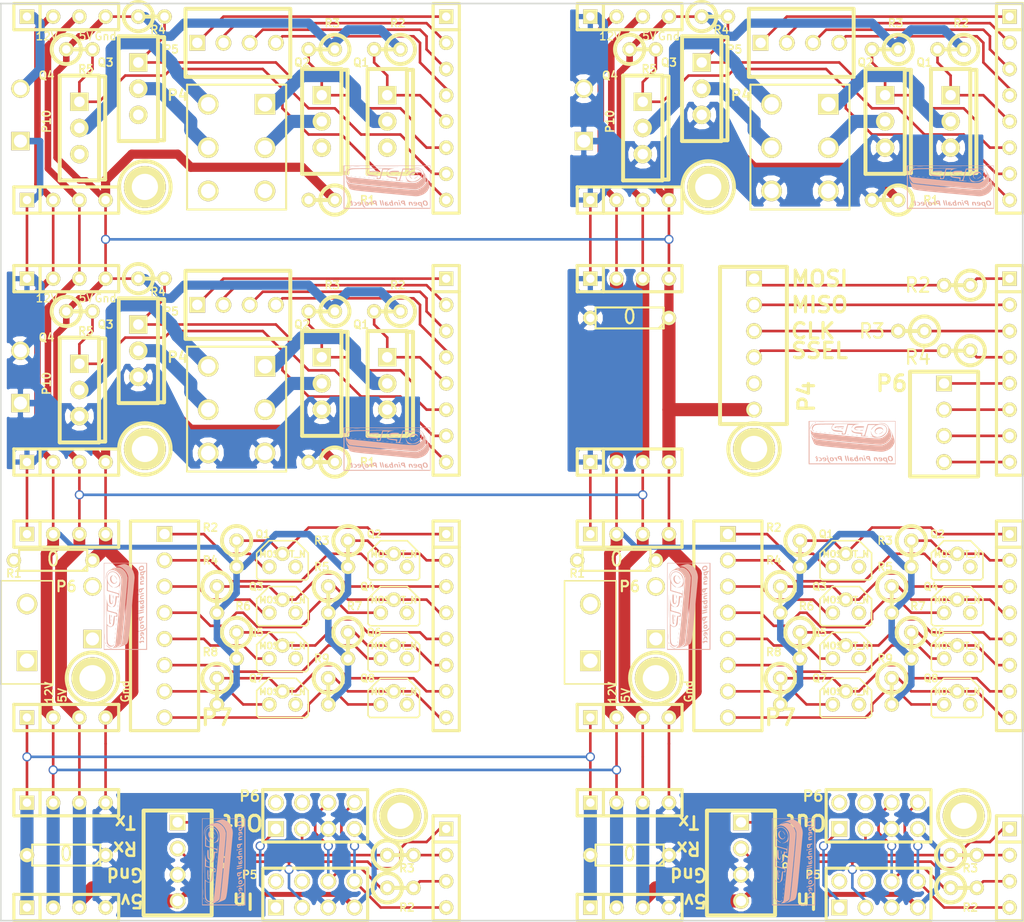
<source format=kicad_pcb>
(kicad_pcb (version 3) (host pcbnew "(2013-07-07 BZR 4022)-stable")
  (layers (15 F.Cu signal) (0 B.Cu signal) (18 B.Paste user) (19 F.Paste user) (20 B.SilkS user) (21 F.SilkS user) (22 B.Mask user) (23 F.Mask user) (28 Edge.Cuts user))
  (net 0 "")
  (net 1 +12V1)
  (net 2 +5V)
  (net 3 /FUTURE)
  (net 4 /P0)
  (net 5 /P1)
  (net 6 /P2)
  (net 7 /P3)
  (net 8 /P4)
  (net 9 /P5)
  (net 10 /P6)
  (net 11 /P7)
  (net 12 /SPI_CLK)
  (net 13 /SPI_MOSI)
  (net 14 /SPI_SSEL)
  (net 15 GND)
  (net 16 GNDPWR)
  (net 17 N-0000010)
  (net 18 N-0000012)
  (net 19 N-000002)
  (net 20 N-000003)
  (net 21 N-000004)
  (net 22 N-000005)
  (net 23 N-000006)
  (net 24 N-000008)
  (net 25 N-000009)
  (module 00_mtg_hole-2-56 (layer F.Cu) (at 124.46 140.335)
    (fp_text reference P1 hide)
    (fp_text value TST hide)
    (pad 1 thru_hole circle (at 0 0) (size 4.064 4.064) (drill 2.54) (layers *.Cu *.Mask F.SilkS))
  )
  (module SIL-8 (layer F.Cu) (at 153.67 157.48 270)
    (fp_text reference P5 hide)
    (fp_text value CONN_8 hide)
    (pad 1 thru_hole rect (at -8.89 0 270) (size 1.397 1.397) (drill 0.8128) (layers *.Cu *.Mask F.SilkS) (net 4 /P0))
    (pad 2 thru_hole circle (at -6.35 0 270) (size 1.397 1.397) (drill 0.8128) (layers *.Cu *.Mask F.SilkS) (net 5 /P1))
    (pad 3 thru_hole circle (at -3.81 0 270) (size 1.397 1.397) (drill 0.8128) (layers *.Cu *.Mask F.SilkS) (net 6 /P2))
    (pad 4 thru_hole circle (at -1.27 0 270) (size 1.397 1.397) (drill 0.8128) (layers *.Cu *.Mask F.SilkS) (net 7 /P3))
    (pad 5 thru_hole circle (at 1.27 0 270) (size 1.397 1.397) (drill 0.8128) (layers *.Cu *.Mask F.SilkS) (net 8 /P4))
    (pad 6 thru_hole circle (at 3.81 0 270) (size 1.397 1.397) (drill 0.8128) (layers *.Cu *.Mask F.SilkS) (net 9 /P5))
    (pad 7 thru_hole circle (at 6.35 0 270) (size 1.397 1.397) (drill 0.8128) (layers *.Cu *.Mask F.SilkS) (net 10 /P6))
    (pad 8 thru_hole circle (at 8.89 0 270) (size 1.397 1.397) (drill 0.8128) (layers *.Cu *.Mask F.SilkS) (net 11 /P7))
  )
  (module SIL-4 (layer F.Cu) (at 116.84 148.59)
    (fp_text reference P2 hide)
    (fp_text value CONN_4 hide)
    (pad 1 thru_hole rect (at -3.81 0) (size 1.397 1.397) (drill 0.8128) (layers *.Cu *.Mask F.SilkS) (net 16 GNDPWR))
    (pad 2 thru_hole circle (at -1.27 0) (size 1.397 1.397) (drill 0.8128) (layers *.Cu *.Mask F.SilkS) (net 1 +12V1))
    (pad 3 thru_hole circle (at 1.27 0) (size 1.397 1.397) (drill 0.8128) (layers *.Cu *.Mask F.SilkS) (net 2 +5V))
    (pad 4 thru_hole circle (at 3.81 0) (size 1.397 1.397) (drill 0.8128) (layers *.Cu *.Mask F.SilkS) (net 15 GND))
  )
  (module SIL-4 (layer F.Cu) (at 116.84 166.37)
    (fp_text reference P3 hide)
    (fp_text value CONN_4 hide)
    (pad 1 thru_hole rect (at -3.81 0) (size 1.397 1.397) (drill 0.8128) (layers *.Cu *.Mask F.SilkS) (net 16 GNDPWR))
    (pad 2 thru_hole circle (at -1.27 0) (size 1.397 1.397) (drill 0.8128) (layers *.Cu *.Mask F.SilkS) (net 1 +12V1))
    (pad 3 thru_hole circle (at 1.27 0) (size 1.397 1.397) (drill 0.8128) (layers *.Cu *.Mask F.SilkS) (net 2 +5V))
    (pad 4 thru_hole circle (at 3.81 0) (size 1.397 1.397) (drill 0.8128) (layers *.Cu *.Mask F.SilkS) (net 15 GND))
  )
  (module R1 (layer F.Cu) (at 131.445 154.94 270)
    (fp_text reference R4 (at -3.81 0.635 360) (layer F.SilkS) (effects (font (size 0.762 0.762) (thickness 0.1524))))
    (fp_text value 10K hide)
    (pad 1 thru_hole circle (at -1.27 0 270) (size 1.397 1.397) (drill 0.8128) (layers *.Cu *.Mask F.SilkS) (net 6 /P2))
    (pad 2 thru_hole circle (at 1.27 0 270) (size 1.397 1.397) (drill 0.8128) (layers *.Cu *.Mask F.SilkS) (net 1 +12V1))
  )
  (module R1 (layer F.Cu) (at 142.24 163.83 270)
    (fp_text reference R9 (at -3.175 0.635 360) (layer F.SilkS) (effects (font (size 0.762 0.762) (thickness 0.1524))))
    (fp_text value 10K hide)
    (pad 1 thru_hole circle (at -1.27 0 270) (size 1.397 1.397) (drill 0.8128) (layers *.Cu *.Mask F.SilkS) (net 11 /P7))
    (pad 2 thru_hole circle (at 1.27 0 270) (size 1.397 1.397) (drill 0.8128) (layers *.Cu *.Mask F.SilkS) (net 1 +12V1))
  )
  (module R1 (layer F.Cu) (at 131.445 163.83 270)
    (fp_text reference R8 (at -3.81 0.635 360) (layer F.SilkS) (effects (font (size 0.762 0.762) (thickness 0.1524))))
    (fp_text value 10K hide)
    (pad 1 thru_hole circle (at -1.27 0 270) (size 1.397 1.397) (drill 0.8128) (layers *.Cu *.Mask F.SilkS) (net 10 /P6))
    (pad 2 thru_hole circle (at 1.27 0 270) (size 1.397 1.397) (drill 0.8128) (layers *.Cu *.Mask F.SilkS) (net 1 +12V1))
  )
  (module R1 (layer F.Cu) (at 144.145 159.385 270)
    (fp_text reference R7 (at -3.81 -0.635 360) (layer F.SilkS) (effects (font (size 0.762 0.762) (thickness 0.1524))))
    (fp_text value 10K hide)
    (pad 1 thru_hole circle (at -1.27 0 270) (size 1.397 1.397) (drill 0.8128) (layers *.Cu *.Mask F.SilkS) (net 9 /P5))
    (pad 2 thru_hole circle (at 1.27 0 270) (size 1.397 1.397) (drill 0.8128) (layers *.Cu *.Mask F.SilkS) (net 1 +12V1))
  )
  (module R1 (layer F.Cu) (at 133.35 159.385 270)
    (fp_text reference R6 (at -3.81 -0.635 360) (layer F.SilkS) (effects (font (size 0.762 0.762) (thickness 0.1524))))
    (fp_text value 10K hide)
    (pad 1 thru_hole circle (at -1.27 0 270) (size 1.397 1.397) (drill 0.8128) (layers *.Cu *.Mask F.SilkS) (net 8 /P4))
    (pad 2 thru_hole circle (at 1.27 0 270) (size 1.397 1.397) (drill 0.8128) (layers *.Cu *.Mask F.SilkS) (net 1 +12V1))
  )
  (module R1 (layer F.Cu) (at 142.24 154.94 270)
    (fp_text reference R5 (at -3.175 0.635 360) (layer F.SilkS) (effects (font (size 0.762 0.762) (thickness 0.1524))))
    (fp_text value 10K hide)
    (pad 1 thru_hole circle (at -1.27 0 270) (size 1.397 1.397) (drill 0.8128) (layers *.Cu *.Mask F.SilkS) (net 7 /P3))
    (pad 2 thru_hole circle (at 1.27 0 270) (size 1.397 1.397) (drill 0.8128) (layers *.Cu *.Mask F.SilkS) (net 1 +12V1))
  )
  (module R1 (layer F.Cu) (at 144.145 150.495 270)
    (fp_text reference R3 (at -1.27 2.54 360) (layer F.SilkS) (effects (font (size 0.762 0.762) (thickness 0.1524))))
    (fp_text value 10K hide)
    (pad 1 thru_hole circle (at -1.27 0 270) (size 1.397 1.397) (drill 0.8128) (layers *.Cu *.Mask F.SilkS) (net 5 /P1))
    (pad 2 thru_hole circle (at 1.27 0 270) (size 1.397 1.397) (drill 0.8128) (layers *.Cu *.Mask F.SilkS) (net 1 +12V1))
  )
  (module R1 (layer F.Cu) (at 133.35 150.495 270)
    (fp_text reference R2 (at -2.54 2.54 360) (layer F.SilkS) (effects (font (size 0.762 0.762) (thickness 0.1524))))
    (fp_text value 10K hide)
    (pad 1 thru_hole circle (at -1.27 0 270) (size 1.397 1.397) (drill 0.8128) (layers *.Cu *.Mask F.SilkS) (net 4 /P0))
    (pad 2 thru_hole circle (at 1.27 0 270) (size 1.397 1.397) (drill 0.8128) (layers *.Cu *.Mask F.SilkS) (net 1 +12V1))
  )
  (module 00_to92_dgs (layer F.Cu) (at 137.795 155.575 180)
    (fp_text reference Q3 (at 2.54 1.905 180) (layer F.SilkS) (effects (font (size 0.7 0.7))))
    (fp_text value MOSFET_N (at 0 0.6 180) (layer F.SilkS) (effects (font (size 0.6 0.6))))
    (pad D thru_hole circle (at 1.27 -0.635 180) (size 1.4 1.4) (drill 0.8) (layers *.Cu *.Mask F.SilkS) (net 17 N-0000010))
    (pad G thru_hole circle (at 0 0.635 180) (size 1.4 1.4) (drill 0.8) (layers *.Cu *.Mask F.SilkS) (net 6 /P2))
    (pad S thru_hole circle (at -1.27 -0.635 180) (size 1.4 1.4) (drill 0.8) (layers *.Cu *.Mask F.SilkS) (net 16 GNDPWR))
  )
  (module 00_to92_dgs (layer F.Cu) (at 148.59 155.575 180)
    (fp_text reference Q4 (at 2.54 1.905 180) (layer F.SilkS) (effects (font (size 0.7 0.7))))
    (fp_text value MOSFET_N (at 0 0.6 180) (layer F.SilkS) (effects (font (size 0.6 0.6))))
    (pad D thru_hole circle (at 1.27 -0.635 180) (size 1.4 1.4) (drill 0.8) (layers *.Cu *.Mask F.SilkS) (net 19 N-000002))
    (pad G thru_hole circle (at 0 0.635 180) (size 1.4 1.4) (drill 0.8) (layers *.Cu *.Mask F.SilkS) (net 7 /P3))
    (pad S thru_hole circle (at -1.27 -0.635 180) (size 1.4 1.4) (drill 0.8) (layers *.Cu *.Mask F.SilkS) (net 16 GNDPWR))
  )
  (module 00_to92_dgs (layer F.Cu) (at 148.59 151.13 180)
    (fp_text reference Q2 (at 1.905 2.54 180) (layer F.SilkS) (effects (font (size 0.7 0.7))))
    (fp_text value MOSFET_N (at 0 0.6 180) (layer F.SilkS) (effects (font (size 0.6 0.6))))
    (pad D thru_hole circle (at 1.27 -0.635 180) (size 1.4 1.4) (drill 0.8) (layers *.Cu *.Mask F.SilkS) (net 25 N-000009))
    (pad G thru_hole circle (at 0 0.635 180) (size 1.4 1.4) (drill 0.8) (layers *.Cu *.Mask F.SilkS) (net 5 /P1))
    (pad S thru_hole circle (at -1.27 -0.635 180) (size 1.4 1.4) (drill 0.8) (layers *.Cu *.Mask F.SilkS) (net 16 GNDPWR))
  )
  (module 00_to92_dgs (layer F.Cu) (at 137.795 160.02 180)
    (fp_text reference Q5 (at 2.54 1.905 180) (layer F.SilkS) (effects (font (size 0.7 0.7))))
    (fp_text value MOSFET_N (at 0 0.6 180) (layer F.SilkS) (effects (font (size 0.6 0.6))))
    (pad D thru_hole circle (at 1.27 -0.635 180) (size 1.4 1.4) (drill 0.8) (layers *.Cu *.Mask F.SilkS) (net 20 N-000003))
    (pad G thru_hole circle (at 0 0.635 180) (size 1.4 1.4) (drill 0.8) (layers *.Cu *.Mask F.SilkS) (net 8 /P4))
    (pad S thru_hole circle (at -1.27 -0.635 180) (size 1.4 1.4) (drill 0.8) (layers *.Cu *.Mask F.SilkS) (net 16 GNDPWR))
  )
  (module 00_to92_dgs (layer F.Cu) (at 148.59 160.02 180)
    (fp_text reference Q6 (at 1.905 1.905 180) (layer F.SilkS) (effects (font (size 0.7 0.7))))
    (fp_text value MOSFET_N (at 0 0.6 180) (layer F.SilkS) (effects (font (size 0.6 0.6))))
    (pad D thru_hole circle (at 1.27 -0.635 180) (size 1.4 1.4) (drill 0.8) (layers *.Cu *.Mask F.SilkS) (net 21 N-000004))
    (pad G thru_hole circle (at 0 0.635 180) (size 1.4 1.4) (drill 0.8) (layers *.Cu *.Mask F.SilkS) (net 9 /P5))
    (pad S thru_hole circle (at -1.27 -0.635 180) (size 1.4 1.4) (drill 0.8) (layers *.Cu *.Mask F.SilkS) (net 16 GNDPWR))
  )
  (module 00_to92_dgs (layer F.Cu) (at 137.795 164.465 180)
    (fp_text reference Q7 (at 2.54 1.905 180) (layer F.SilkS) (effects (font (size 0.7 0.7))))
    (fp_text value MOSFET_N (at 0 0.6 180) (layer F.SilkS) (effects (font (size 0.6 0.6))))
    (pad D thru_hole circle (at 1.27 -0.635 180) (size 1.4 1.4) (drill 0.8) (layers *.Cu *.Mask F.SilkS) (net 22 N-000005))
    (pad G thru_hole circle (at 0 0.635 180) (size 1.4 1.4) (drill 0.8) (layers *.Cu *.Mask F.SilkS) (net 10 /P6))
    (pad S thru_hole circle (at -1.27 -0.635 180) (size 1.4 1.4) (drill 0.8) (layers *.Cu *.Mask F.SilkS) (net 16 GNDPWR))
  )
  (module 00_to92_dgs (layer F.Cu) (at 148.59 164.465 180)
    (fp_text reference Q8 (at 2.54 1.905 180) (layer F.SilkS) (effects (font (size 0.7 0.7))))
    (fp_text value MOSFET_N (at 0 0.6 180) (layer F.SilkS) (effects (font (size 0.6 0.6))))
    (pad D thru_hole circle (at 1.27 -0.635 180) (size 1.4 1.4) (drill 0.8) (layers *.Cu *.Mask F.SilkS) (net 23 N-000006))
    (pad G thru_hole circle (at 0 0.635 180) (size 1.4 1.4) (drill 0.8) (layers *.Cu *.Mask F.SilkS) (net 11 /P7))
    (pad S thru_hole circle (at -1.27 -0.635 180) (size 1.4 1.4) (drill 0.8) (layers *.Cu *.Mask F.SilkS) (net 16 GNDPWR))
  )
  (module 00_to92_dgs (layer F.Cu) (at 137.795 151.13 180)
    (fp_text reference Q1 (at 1.905 2.54 180) (layer F.SilkS) (effects (font (size 0.7 0.7))))
    (fp_text value MOSFET_N (at 0 0.6 180) (layer F.SilkS) (effects (font (size 0.6 0.6))))
    (pad D thru_hole circle (at 1.27 -0.635 180) (size 1.4 1.4) (drill 0.8) (layers *.Cu *.Mask F.SilkS) (net 24 N-000008))
    (pad G thru_hole circle (at 0 0.635 180) (size 1.4 1.4) (drill 0.8) (layers *.Cu *.Mask F.SilkS) (net 4 /P0))
    (pad S thru_hole circle (at -1.27 -0.635 180) (size 1.4 1.4) (drill 0.8) (layers *.Cu *.Mask F.SilkS) (net 16 GNDPWR))
  )
  (module 00_th1x8x100-lock (layer F.Cu) (at 126.365 157.48 270)
    (fp_text reference P7 (at 8.89 -5.08 360) (layer F.SilkS) (effects (font (size 1.524 1.524) (thickness 0.3048))))
    (fp_text value CONN_8 hide)
    (pad 1 thru_hole rect (at -8.89 0 270) (size 1.524 1.524) (drill 1.00076) (layers *.Cu *.Mask F.SilkS) (net 24 N-000008))
    (pad 2 thru_hole circle (at -6.35 0 270) (size 1.524 1.524) (drill 1.00076) (layers *.Cu *.Mask F.SilkS) (net 25 N-000009))
    (pad 3 thru_hole circle (at -3.81 0 270) (size 1.524 1.524) (drill 1.00076) (layers *.Cu *.Mask F.SilkS) (net 17 N-0000010))
    (pad 4 thru_hole circle (at -1.27 0 270) (size 1.524 1.524) (drill 1.00076) (layers *.Cu *.Mask F.SilkS) (net 19 N-000002))
    (pad 5 thru_hole circle (at 1.27 0 270) (size 1.524 1.524) (drill 1.00076) (layers *.Cu *.Mask F.SilkS) (net 20 N-000003))
    (pad 6 thru_hole circle (at 3.81 0 270) (size 1.524 1.524) (drill 1.00076) (layers *.Cu *.Mask F.SilkS) (net 21 N-000004))
    (pad 7 thru_hole circle (at 6.35 0 270) (size 1.524 1.524) (drill 1.00076) (layers *.Cu *.Mask F.SilkS) (net 22 N-000005))
    (pad 8 thru_hole circle (at 8.89 0 270) (size 1.524 1.524) (drill 1.00076) (layers *.Cu *.Mask F.SilkS) (net 23 N-000006))
  )
  (module 00_th1x2x4.2mm_nopeg (layer F.Cu) (at 113.03 158.115)
    (fp_text reference P6 (at 3.81 -4.445) (layer F.SilkS) (effects (font (size 1.016 1.016) (thickness 0.2032))))
    (fp_text value CONN_2 hide)
    (pad 1 thru_hole rect (at 0 2.75082) (size 1.99898 1.99898) (drill 1.39954) (layers *.Cu *.Mask F.SilkS) (net 16 GNDPWR))
    (pad 2 thru_hole circle (at 0 -2.75082) (size 1.99898 1.99898) (drill 1.39954) (layers *.Cu *.Mask F.SilkS) (net 16 GNDPWR))
  )
  (module 00_th1x2x200 (layer F.Cu) (at 119.38 156.21 90)
    (fp_text reference P4 hide)
    (fp_text value SPADE_187 hide)
    (pad 1 thru_hole rect (at -2.54 0 90) (size 1.778 1.778) (drill 1.27) (layers *.Cu *.Mask F.SilkS) (net 16 GNDPWR))
    (pad 2 thru_hole circle (at 2.54 0 90) (size 1.778 1.778) (drill 1.27) (layers *.Cu *.Mask F.SilkS) (net 16 GNDPWR))
  )
  (module 00_mtg_hole-2-56 (layer F.Cu) (at 119.38 162.56)
    (fp_text reference P1 hide)
    (fp_text value TST hide)
    (pad 1 thru_hole circle (at 0 0) (size 4.064 4.064) (drill 2.54) (layers *.Cu *.Mask F.SilkS))
  )
  (module R3 (layer F.Cu) (at 115.57 151.13 180)
    (fp_text reference R1 (at 3.81 -1.27 180) (layer F.SilkS) (effects (font (size 0.762 0.762) (thickness 0.1524))))
    (fp_text value 0 (at 0 0.127 180) (layer F.SilkS) (effects (font (size 1.397 1.27) (thickness 0.2032))))
    (pad 1 thru_hole circle (at -3.81 0 180) (size 1.397 1.397) (drill 0.8128) (layers *.Cu *.Mask F.SilkS) (net 15 GND))
    (pad 2 thru_hole circle (at 3.81 0 180) (size 1.397 1.397) (drill 0.8128) (layers *.Cu *.Mask F.SilkS) (net 16 GNDPWR))
  )
  (module SIL-8 (layer F.Cu) (at 208.28 157.48 270)
    (fp_text reference P5 hide)
    (fp_text value CONN_8 hide)
    (pad 1 thru_hole rect (at -8.89 0 270) (size 1.397 1.397) (drill 0.8128) (layers *.Cu *.Mask F.SilkS) (net 4 /P0))
    (pad 2 thru_hole circle (at -6.35 0 270) (size 1.397 1.397) (drill 0.8128) (layers *.Cu *.Mask F.SilkS) (net 5 /P1))
    (pad 3 thru_hole circle (at -3.81 0 270) (size 1.397 1.397) (drill 0.8128) (layers *.Cu *.Mask F.SilkS) (net 6 /P2))
    (pad 4 thru_hole circle (at -1.27 0 270) (size 1.397 1.397) (drill 0.8128) (layers *.Cu *.Mask F.SilkS) (net 7 /P3))
    (pad 5 thru_hole circle (at 1.27 0 270) (size 1.397 1.397) (drill 0.8128) (layers *.Cu *.Mask F.SilkS) (net 8 /P4))
    (pad 6 thru_hole circle (at 3.81 0 270) (size 1.397 1.397) (drill 0.8128) (layers *.Cu *.Mask F.SilkS) (net 9 /P5))
    (pad 7 thru_hole circle (at 6.35 0 270) (size 1.397 1.397) (drill 0.8128) (layers *.Cu *.Mask F.SilkS) (net 10 /P6))
    (pad 8 thru_hole circle (at 8.89 0 270) (size 1.397 1.397) (drill 0.8128) (layers *.Cu *.Mask F.SilkS) (net 11 /P7))
  )
  (module SIL-4 (layer F.Cu) (at 171.45 148.59)
    (fp_text reference P2 hide)
    (fp_text value CONN_4 hide)
    (pad 1 thru_hole rect (at -3.81 0) (size 1.397 1.397) (drill 0.8128) (layers *.Cu *.Mask F.SilkS) (net 16 GNDPWR))
    (pad 2 thru_hole circle (at -1.27 0) (size 1.397 1.397) (drill 0.8128) (layers *.Cu *.Mask F.SilkS) (net 1 +12V1))
    (pad 3 thru_hole circle (at 1.27 0) (size 1.397 1.397) (drill 0.8128) (layers *.Cu *.Mask F.SilkS) (net 2 +5V))
    (pad 4 thru_hole circle (at 3.81 0) (size 1.397 1.397) (drill 0.8128) (layers *.Cu *.Mask F.SilkS) (net 15 GND))
  )
  (module SIL-4 (layer F.Cu) (at 171.45 166.37)
    (fp_text reference P3 hide)
    (fp_text value CONN_4 hide)
    (pad 1 thru_hole rect (at -3.81 0) (size 1.397 1.397) (drill 0.8128) (layers *.Cu *.Mask F.SilkS) (net 16 GNDPWR))
    (pad 2 thru_hole circle (at -1.27 0) (size 1.397 1.397) (drill 0.8128) (layers *.Cu *.Mask F.SilkS) (net 1 +12V1))
    (pad 3 thru_hole circle (at 1.27 0) (size 1.397 1.397) (drill 0.8128) (layers *.Cu *.Mask F.SilkS) (net 2 +5V))
    (pad 4 thru_hole circle (at 3.81 0) (size 1.397 1.397) (drill 0.8128) (layers *.Cu *.Mask F.SilkS) (net 15 GND))
  )
  (module R1 (layer F.Cu) (at 186.055 154.94 270)
    (fp_text reference R4 (at -3.81 0.635 360) (layer F.SilkS) (effects (font (size 0.762 0.762) (thickness 0.1524))))
    (fp_text value 10K hide)
    (pad 1 thru_hole circle (at -1.27 0 270) (size 1.397 1.397) (drill 0.8128) (layers *.Cu *.Mask F.SilkS) (net 6 /P2))
    (pad 2 thru_hole circle (at 1.27 0 270) (size 1.397 1.397) (drill 0.8128) (layers *.Cu *.Mask F.SilkS) (net 1 +12V1))
  )
  (module R1 (layer F.Cu) (at 196.85 163.83 270)
    (fp_text reference R9 (at -3.175 0.635 360) (layer F.SilkS) (effects (font (size 0.762 0.762) (thickness 0.1524))))
    (fp_text value 10K hide)
    (pad 1 thru_hole circle (at -1.27 0 270) (size 1.397 1.397) (drill 0.8128) (layers *.Cu *.Mask F.SilkS) (net 11 /P7))
    (pad 2 thru_hole circle (at 1.27 0 270) (size 1.397 1.397) (drill 0.8128) (layers *.Cu *.Mask F.SilkS) (net 1 +12V1))
  )
  (module R1 (layer F.Cu) (at 186.055 163.83 270)
    (fp_text reference R8 (at -3.81 0.635 360) (layer F.SilkS) (effects (font (size 0.762 0.762) (thickness 0.1524))))
    (fp_text value 10K hide)
    (pad 1 thru_hole circle (at -1.27 0 270) (size 1.397 1.397) (drill 0.8128) (layers *.Cu *.Mask F.SilkS) (net 10 /P6))
    (pad 2 thru_hole circle (at 1.27 0 270) (size 1.397 1.397) (drill 0.8128) (layers *.Cu *.Mask F.SilkS) (net 1 +12V1))
  )
  (module R1 (layer F.Cu) (at 198.755 159.385 270)
    (fp_text reference R7 (at -3.81 -0.635 360) (layer F.SilkS) (effects (font (size 0.762 0.762) (thickness 0.1524))))
    (fp_text value 10K hide)
    (pad 1 thru_hole circle (at -1.27 0 270) (size 1.397 1.397) (drill 0.8128) (layers *.Cu *.Mask F.SilkS) (net 9 /P5))
    (pad 2 thru_hole circle (at 1.27 0 270) (size 1.397 1.397) (drill 0.8128) (layers *.Cu *.Mask F.SilkS) (net 1 +12V1))
  )
  (module R1 (layer F.Cu) (at 187.96 159.385 270)
    (fp_text reference R6 (at -3.81 -0.635 360) (layer F.SilkS) (effects (font (size 0.762 0.762) (thickness 0.1524))))
    (fp_text value 10K hide)
    (pad 1 thru_hole circle (at -1.27 0 270) (size 1.397 1.397) (drill 0.8128) (layers *.Cu *.Mask F.SilkS) (net 8 /P4))
    (pad 2 thru_hole circle (at 1.27 0 270) (size 1.397 1.397) (drill 0.8128) (layers *.Cu *.Mask F.SilkS) (net 1 +12V1))
  )
  (module R1 (layer F.Cu) (at 196.85 154.94 270)
    (fp_text reference R5 (at -3.175 0.635 360) (layer F.SilkS) (effects (font (size 0.762 0.762) (thickness 0.1524))))
    (fp_text value 10K hide)
    (pad 1 thru_hole circle (at -1.27 0 270) (size 1.397 1.397) (drill 0.8128) (layers *.Cu *.Mask F.SilkS) (net 7 /P3))
    (pad 2 thru_hole circle (at 1.27 0 270) (size 1.397 1.397) (drill 0.8128) (layers *.Cu *.Mask F.SilkS) (net 1 +12V1))
  )
  (module R1 (layer F.Cu) (at 198.755 150.495 270)
    (fp_text reference R3 (at -1.27 2.54 360) (layer F.SilkS) (effects (font (size 0.762 0.762) (thickness 0.1524))))
    (fp_text value 10K hide)
    (pad 1 thru_hole circle (at -1.27 0 270) (size 1.397 1.397) (drill 0.8128) (layers *.Cu *.Mask F.SilkS) (net 5 /P1))
    (pad 2 thru_hole circle (at 1.27 0 270) (size 1.397 1.397) (drill 0.8128) (layers *.Cu *.Mask F.SilkS) (net 1 +12V1))
  )
  (module R1 (layer F.Cu) (at 187.96 150.495 270)
    (fp_text reference R2 (at -2.54 2.54 360) (layer F.SilkS) (effects (font (size 0.762 0.762) (thickness 0.1524))))
    (fp_text value 10K hide)
    (pad 1 thru_hole circle (at -1.27 0 270) (size 1.397 1.397) (drill 0.8128) (layers *.Cu *.Mask F.SilkS) (net 4 /P0))
    (pad 2 thru_hole circle (at 1.27 0 270) (size 1.397 1.397) (drill 0.8128) (layers *.Cu *.Mask F.SilkS) (net 1 +12V1))
  )
  (module 00_to92_dgs (layer F.Cu) (at 192.405 155.575 180)
    (fp_text reference Q3 (at 2.54 1.905 180) (layer F.SilkS) (effects (font (size 0.7 0.7))))
    (fp_text value MOSFET_N (at 0 0.6 180) (layer F.SilkS) (effects (font (size 0.6 0.6))))
    (pad D thru_hole circle (at 1.27 -0.635 180) (size 1.4 1.4) (drill 0.8) (layers *.Cu *.Mask F.SilkS) (net 17 N-0000010))
    (pad G thru_hole circle (at 0 0.635 180) (size 1.4 1.4) (drill 0.8) (layers *.Cu *.Mask F.SilkS) (net 6 /P2))
    (pad S thru_hole circle (at -1.27 -0.635 180) (size 1.4 1.4) (drill 0.8) (layers *.Cu *.Mask F.SilkS) (net 16 GNDPWR))
  )
  (module 00_to92_dgs (layer F.Cu) (at 203.2 155.575 180)
    (fp_text reference Q4 (at 2.54 1.905 180) (layer F.SilkS) (effects (font (size 0.7 0.7))))
    (fp_text value MOSFET_N (at 0 0.6 180) (layer F.SilkS) (effects (font (size 0.6 0.6))))
    (pad D thru_hole circle (at 1.27 -0.635 180) (size 1.4 1.4) (drill 0.8) (layers *.Cu *.Mask F.SilkS) (net 19 N-000002))
    (pad G thru_hole circle (at 0 0.635 180) (size 1.4 1.4) (drill 0.8) (layers *.Cu *.Mask F.SilkS) (net 7 /P3))
    (pad S thru_hole circle (at -1.27 -0.635 180) (size 1.4 1.4) (drill 0.8) (layers *.Cu *.Mask F.SilkS) (net 16 GNDPWR))
  )
  (module 00_to92_dgs (layer F.Cu) (at 203.2 151.13 180)
    (fp_text reference Q2 (at 1.905 2.54 180) (layer F.SilkS) (effects (font (size 0.7 0.7))))
    (fp_text value MOSFET_N (at 0 0.6 180) (layer F.SilkS) (effects (font (size 0.6 0.6))))
    (pad D thru_hole circle (at 1.27 -0.635 180) (size 1.4 1.4) (drill 0.8) (layers *.Cu *.Mask F.SilkS) (net 25 N-000009))
    (pad G thru_hole circle (at 0 0.635 180) (size 1.4 1.4) (drill 0.8) (layers *.Cu *.Mask F.SilkS) (net 5 /P1))
    (pad S thru_hole circle (at -1.27 -0.635 180) (size 1.4 1.4) (drill 0.8) (layers *.Cu *.Mask F.SilkS) (net 16 GNDPWR))
  )
  (module 00_to92_dgs (layer F.Cu) (at 192.405 160.02 180)
    (fp_text reference Q5 (at 2.54 1.905 180) (layer F.SilkS) (effects (font (size 0.7 0.7))))
    (fp_text value MOSFET_N (at 0 0.6 180) (layer F.SilkS) (effects (font (size 0.6 0.6))))
    (pad D thru_hole circle (at 1.27 -0.635 180) (size 1.4 1.4) (drill 0.8) (layers *.Cu *.Mask F.SilkS) (net 20 N-000003))
    (pad G thru_hole circle (at 0 0.635 180) (size 1.4 1.4) (drill 0.8) (layers *.Cu *.Mask F.SilkS) (net 8 /P4))
    (pad S thru_hole circle (at -1.27 -0.635 180) (size 1.4 1.4) (drill 0.8) (layers *.Cu *.Mask F.SilkS) (net 16 GNDPWR))
  )
  (module 00_to92_dgs (layer F.Cu) (at 203.2 160.02 180)
    (fp_text reference Q6 (at 1.905 1.905 180) (layer F.SilkS) (effects (font (size 0.7 0.7))))
    (fp_text value MOSFET_N (at 0 0.6 180) (layer F.SilkS) (effects (font (size 0.6 0.6))))
    (pad D thru_hole circle (at 1.27 -0.635 180) (size 1.4 1.4) (drill 0.8) (layers *.Cu *.Mask F.SilkS) (net 21 N-000004))
    (pad G thru_hole circle (at 0 0.635 180) (size 1.4 1.4) (drill 0.8) (layers *.Cu *.Mask F.SilkS) (net 9 /P5))
    (pad S thru_hole circle (at -1.27 -0.635 180) (size 1.4 1.4) (drill 0.8) (layers *.Cu *.Mask F.SilkS) (net 16 GNDPWR))
  )
  (module 00_to92_dgs (layer F.Cu) (at 192.405 164.465 180)
    (fp_text reference Q7 (at 2.54 1.905 180) (layer F.SilkS) (effects (font (size 0.7 0.7))))
    (fp_text value MOSFET_N (at 0 0.6 180) (layer F.SilkS) (effects (font (size 0.6 0.6))))
    (pad D thru_hole circle (at 1.27 -0.635 180) (size 1.4 1.4) (drill 0.8) (layers *.Cu *.Mask F.SilkS) (net 22 N-000005))
    (pad G thru_hole circle (at 0 0.635 180) (size 1.4 1.4) (drill 0.8) (layers *.Cu *.Mask F.SilkS) (net 10 /P6))
    (pad S thru_hole circle (at -1.27 -0.635 180) (size 1.4 1.4) (drill 0.8) (layers *.Cu *.Mask F.SilkS) (net 16 GNDPWR))
  )
  (module 00_to92_dgs (layer F.Cu) (at 203.2 164.465 180)
    (fp_text reference Q8 (at 2.54 1.905 180) (layer F.SilkS) (effects (font (size 0.7 0.7))))
    (fp_text value MOSFET_N (at 0 0.6 180) (layer F.SilkS) (effects (font (size 0.6 0.6))))
    (pad D thru_hole circle (at 1.27 -0.635 180) (size 1.4 1.4) (drill 0.8) (layers *.Cu *.Mask F.SilkS) (net 23 N-000006))
    (pad G thru_hole circle (at 0 0.635 180) (size 1.4 1.4) (drill 0.8) (layers *.Cu *.Mask F.SilkS) (net 11 /P7))
    (pad S thru_hole circle (at -1.27 -0.635 180) (size 1.4 1.4) (drill 0.8) (layers *.Cu *.Mask F.SilkS) (net 16 GNDPWR))
  )
  (module 00_to92_dgs (layer F.Cu) (at 192.405 151.13 180)
    (fp_text reference Q1 (at 1.905 2.54 180) (layer F.SilkS) (effects (font (size 0.7 0.7))))
    (fp_text value MOSFET_N (at 0 0.6 180) (layer F.SilkS) (effects (font (size 0.6 0.6))))
    (pad D thru_hole circle (at 1.27 -0.635 180) (size 1.4 1.4) (drill 0.8) (layers *.Cu *.Mask F.SilkS) (net 24 N-000008))
    (pad G thru_hole circle (at 0 0.635 180) (size 1.4 1.4) (drill 0.8) (layers *.Cu *.Mask F.SilkS) (net 4 /P0))
    (pad S thru_hole circle (at -1.27 -0.635 180) (size 1.4 1.4) (drill 0.8) (layers *.Cu *.Mask F.SilkS) (net 16 GNDPWR))
  )
  (module 00_th1x8x100-lock (layer F.Cu) (at 180.975 157.48 270)
    (fp_text reference P7 (at 8.89 -5.08 360) (layer F.SilkS) (effects (font (size 1.524 1.524) (thickness 0.3048))))
    (fp_text value CONN_8 hide)
    (pad 1 thru_hole rect (at -8.89 0 270) (size 1.524 1.524) (drill 1.00076) (layers *.Cu *.Mask F.SilkS) (net 24 N-000008))
    (pad 2 thru_hole circle (at -6.35 0 270) (size 1.524 1.524) (drill 1.00076) (layers *.Cu *.Mask F.SilkS) (net 25 N-000009))
    (pad 3 thru_hole circle (at -3.81 0 270) (size 1.524 1.524) (drill 1.00076) (layers *.Cu *.Mask F.SilkS) (net 17 N-0000010))
    (pad 4 thru_hole circle (at -1.27 0 270) (size 1.524 1.524) (drill 1.00076) (layers *.Cu *.Mask F.SilkS) (net 19 N-000002))
    (pad 5 thru_hole circle (at 1.27 0 270) (size 1.524 1.524) (drill 1.00076) (layers *.Cu *.Mask F.SilkS) (net 20 N-000003))
    (pad 6 thru_hole circle (at 3.81 0 270) (size 1.524 1.524) (drill 1.00076) (layers *.Cu *.Mask F.SilkS) (net 21 N-000004))
    (pad 7 thru_hole circle (at 6.35 0 270) (size 1.524 1.524) (drill 1.00076) (layers *.Cu *.Mask F.SilkS) (net 22 N-000005))
    (pad 8 thru_hole circle (at 8.89 0 270) (size 1.524 1.524) (drill 1.00076) (layers *.Cu *.Mask F.SilkS) (net 23 N-000006))
  )
  (module 00_th1x2x4.2mm_nopeg (layer F.Cu) (at 167.64 158.115)
    (fp_text reference P6 (at 3.81 -4.445) (layer F.SilkS) (effects (font (size 1.016 1.016) (thickness 0.2032))))
    (fp_text value CONN_2 hide)
    (pad 1 thru_hole rect (at 0 2.75082) (size 1.99898 1.99898) (drill 1.39954) (layers *.Cu *.Mask F.SilkS) (net 16 GNDPWR))
    (pad 2 thru_hole circle (at 0 -2.75082) (size 1.99898 1.99898) (drill 1.39954) (layers *.Cu *.Mask F.SilkS) (net 16 GNDPWR))
  )
  (module 00_th1x2x200 (layer F.Cu) (at 173.99 156.21 90)
    (fp_text reference P4 hide)
    (fp_text value SPADE_187 hide)
    (pad 1 thru_hole rect (at -2.54 0 90) (size 1.778 1.778) (drill 1.27) (layers *.Cu *.Mask F.SilkS) (net 16 GNDPWR))
    (pad 2 thru_hole circle (at 2.54 0 90) (size 1.778 1.778) (drill 1.27) (layers *.Cu *.Mask F.SilkS) (net 16 GNDPWR))
  )
  (module 00_mtg_hole-2-56 (layer F.Cu) (at 173.99 162.56)
    (fp_text reference P1 hide)
    (fp_text value TST hide)
    (pad 1 thru_hole circle (at 0 0) (size 4.064 4.064) (drill 2.54) (layers *.Cu *.Mask F.SilkS))
  )
  (module R3 (layer F.Cu) (at 170.18 151.13 180)
    (fp_text reference R1 (at 3.81 -1.27 180) (layer F.SilkS) (effects (font (size 0.762 0.762) (thickness 0.1524))))
    (fp_text value 0 (at 0 0.127 180) (layer F.SilkS) (effects (font (size 1.397 1.27) (thickness 0.2032))))
    (pad 1 thru_hole circle (at -3.81 0 180) (size 1.397 1.397) (drill 0.8128) (layers *.Cu *.Mask F.SilkS) (net 15 GND))
    (pad 2 thru_hole circle (at 3.81 0 180) (size 1.397 1.397) (drill 0.8128) (layers *.Cu *.Mask F.SilkS) (net 16 GNDPWR))
  )
  (module SIL-8 (layer F.Cu) (at 208.28 132.715 270)
    (fp_text reference P5 hide)
    (fp_text value CONN_8 hide)
    (pad 1 thru_hole rect (at -8.89 0 270) (size 1.397 1.397) (drill 0.8128) (layers *.Cu *.Mask F.SilkS) (net 4 /P0))
    (pad 2 thru_hole circle (at -6.35 0 270) (size 1.397 1.397) (drill 0.8128) (layers *.Cu *.Mask F.SilkS) (net 5 /P1))
    (pad 3 thru_hole circle (at -3.81 0 270) (size 1.397 1.397) (drill 0.8128) (layers *.Cu *.Mask F.SilkS) (net 6 /P2))
    (pad 4 thru_hole circle (at -1.27 0 270) (size 1.397 1.397) (drill 0.8128) (layers *.Cu *.Mask F.SilkS) (net 7 /P3))
    (pad 5 thru_hole circle (at 1.27 0 270) (size 1.397 1.397) (drill 0.8128) (layers *.Cu *.Mask F.SilkS) (net 8 /P4))
    (pad 6 thru_hole circle (at 3.81 0 270) (size 1.397 1.397) (drill 0.8128) (layers *.Cu *.Mask F.SilkS) (net 9 /P5))
    (pad 7 thru_hole circle (at 6.35 0 270) (size 1.397 1.397) (drill 0.8128) (layers *.Cu *.Mask F.SilkS) (net 10 /P6))
    (pad 8 thru_hole circle (at 8.89 0 270) (size 1.397 1.397) (drill 0.8128) (layers *.Cu *.Mask F.SilkS) (net 11 /P7))
  )
  (module SIL-4 (layer F.Cu) (at 171.45 141.605)
    (fp_text reference P2 hide)
    (fp_text value CONN_4 hide)
    (pad 1 thru_hole rect (at -3.81 0) (size 1.397 1.397) (drill 0.8128) (layers *.Cu *.Mask F.SilkS) (net 16 GNDPWR))
    (pad 2 thru_hole circle (at -1.27 0) (size 1.397 1.397) (drill 0.8128) (layers *.Cu *.Mask F.SilkS) (net 1 +12V1))
    (pad 3 thru_hole circle (at 1.27 0) (size 1.397 1.397) (drill 0.8128) (layers *.Cu *.Mask F.SilkS) (net 2 +5V))
    (pad 4 thru_hole circle (at 3.81 0) (size 1.397 1.397) (drill 0.8128) (layers *.Cu *.Mask F.SilkS) (net 15 GND))
  )
  (module SIL-4 (layer F.Cu) (at 171.45 123.825)
    (fp_text reference P3 hide)
    (fp_text value CONN_4 hide)
    (pad 1 thru_hole rect (at -3.81 0) (size 1.397 1.397) (drill 0.8128) (layers *.Cu *.Mask F.SilkS) (net 16 GNDPWR))
    (pad 2 thru_hole circle (at -1.27 0) (size 1.397 1.397) (drill 0.8128) (layers *.Cu *.Mask F.SilkS) (net 1 +12V1))
    (pad 3 thru_hole circle (at 1.27 0) (size 1.397 1.397) (drill 0.8128) (layers *.Cu *.Mask F.SilkS) (net 2 +5V))
    (pad 4 thru_hole circle (at 3.81 0) (size 1.397 1.397) (drill 0.8128) (layers *.Cu *.Mask F.SilkS) (net 15 GND))
  )
  (module R1 (layer F.Cu) (at 203.2 124.46 180)
    (fp_text reference R2 (at 3.81 0 180) (layer F.SilkS) (effects (font (size 1.397 1.27) (thickness 0.2032))))
    (fp_text value 480 hide)
    (pad 1 thru_hole circle (at -1.27 0 180) (size 1.397 1.397) (drill 0.8128) (layers *.Cu *.Mask F.SilkS) (net 4 /P0))
    (pad 2 thru_hole circle (at 1.27 0 180) (size 1.397 1.397) (drill 0.8128) (layers *.Cu *.Mask F.SilkS) (net 13 /SPI_MOSI))
  )
  (module R1 (layer F.Cu) (at 198.755 128.905 180)
    (fp_text reference R3 (at 3.81 0 180) (layer F.SilkS) (effects (font (size 1.397 1.27) (thickness 0.2032))))
    (fp_text value 480 hide)
    (pad 1 thru_hole circle (at -1.27 0 180) (size 1.397 1.397) (drill 0.8128) (layers *.Cu *.Mask F.SilkS) (net 6 /P2))
    (pad 2 thru_hole circle (at 1.27 0 180) (size 1.397 1.397) (drill 0.8128) (layers *.Cu *.Mask F.SilkS) (net 12 /SPI_CLK))
  )
  (module R1 (layer F.Cu) (at 203.2 130.81 180)
    (fp_text reference R4 (at 3.81 -0.635 180) (layer F.SilkS) (effects (font (size 1.397 1.27) (thickness 0.2032))))
    (fp_text value 480 hide)
    (pad 1 thru_hole circle (at -1.27 0 180) (size 1.397 1.397) (drill 0.8128) (layers *.Cu *.Mask F.SilkS) (net 7 /P3))
    (pad 2 thru_hole circle (at 1.27 0 180) (size 1.397 1.397) (drill 0.8128) (layers *.Cu *.Mask F.SilkS) (net 14 /SPI_SSEL))
  )
  (module 00_th1x6x100-lock (layer F.Cu) (at 183.515 130.175 270)
    (fp_text reference P4 (at 5.08 -5.08 270) (layer F.SilkS) (effects (font (size 1.524 1.524) (thickness 0.3048))))
    (fp_text value CONN_6 hide)
    (pad 1 thru_hole rect (at -6.35 0 270) (size 1.524 1.524) (drill 1.00076) (layers *.Cu *.Mask F.SilkS) (net 13 /SPI_MOSI))
    (pad 2 thru_hole circle (at -3.81 0 270) (size 1.524 1.524) (drill 1.00076) (layers *.Cu *.Mask F.SilkS) (net 5 /P1))
    (pad 3 thru_hole circle (at -1.27 0 270) (size 1.524 1.524) (drill 1.00076) (layers *.Cu *.Mask F.SilkS) (net 12 /SPI_CLK))
    (pad 4 thru_hole circle (at 1.27 0 270) (size 1.524 1.524) (drill 1.00076) (layers *.Cu *.Mask F.SilkS) (net 14 /SPI_SSEL))
    (pad 5 thru_hole circle (at 3.81 0 270) (size 1.524 1.524) (drill 1.00076) (layers *.Cu *.Mask F.SilkS))
    (pad 6 thru_hole circle (at 6.35 0 270) (size 1.524 1.524) (drill 1.00076) (layers *.Cu *.Mask F.SilkS) (net 15 GND))
  )
  (module 00_th1x4x100-lock (layer F.Cu) (at 201.93 137.795 270)
    (fp_text reference P6 (at -3.81 5.08 360) (layer F.SilkS) (effects (font (size 1.524 1.524) (thickness 0.3048))))
    (fp_text value CONN_4 hide)
    (pad 1 thru_hole rect (at -3.81 0 270) (size 1.524 1.524) (drill 1.00076) (layers *.Cu *.Mask F.SilkS) (net 8 /P4))
    (pad 2 thru_hole circle (at -1.27 0 270) (size 1.524 1.524) (drill 1.00076) (layers *.Cu *.Mask F.SilkS) (net 9 /P5))
    (pad 3 thru_hole circle (at 1.27 0 270) (size 1.524 1.524) (drill 1.00076) (layers *.Cu *.Mask F.SilkS) (net 10 /P6))
    (pad 4 thru_hole circle (at 3.81 0 270) (size 1.524 1.524) (drill 1.00076) (layers *.Cu *.Mask F.SilkS) (net 11 /P7))
  )
  (module 00_mtg_hole-2-56 (layer F.Cu) (at 183.515 140.335)
    (fp_text reference P1 hide)
    (fp_text value TST hide)
    (pad 1 thru_hole circle (at 0 0) (size 4.064 4.064) (drill 2.54) (layers *.Cu *.Mask F.SilkS))
  )
  (module R3 (layer F.Cu) (at 171.45 127.635 180)
    (fp_text reference R1 hide)
    (fp_text value 0 (at 0 0.127 180) (layer F.SilkS) (effects (font (size 1.397 1.27) (thickness 0.2032))))
    (pad 1 thru_hole circle (at -3.81 0 180) (size 1.397 1.397) (drill 0.8128) (layers *.Cu *.Mask F.SilkS) (net 15 GND))
    (pad 2 thru_hole circle (at 3.81 0 180) (size 1.397 1.397) (drill 0.8128) (layers *.Cu *.Mask F.SilkS) (net 16 GNDPWR))
  )
  (module SIL-8 (layer F.Cu) (at 208.28 107.315 270)
    (fp_text reference P6 hide)
    (fp_text value CONN_8 hide)
    (pad 1 thru_hole rect (at -8.89 0 270) (size 1.397 1.397) (drill 0.8128) (layers *.Cu *.Mask F.SilkS) (net 4 /P0))
    (pad 2 thru_hole circle (at -6.35 0 270) (size 1.397 1.397) (drill 0.8128) (layers *.Cu *.Mask F.SilkS) (net 5 /P1))
    (pad 3 thru_hole circle (at -3.81 0 270) (size 1.397 1.397) (drill 0.8128) (layers *.Cu *.Mask F.SilkS) (net 6 /P2))
    (pad 4 thru_hole circle (at -1.27 0 270) (size 1.397 1.397) (drill 0.8128) (layers *.Cu *.Mask F.SilkS) (net 7 /P3))
    (pad 5 thru_hole circle (at 1.27 0 270) (size 1.397 1.397) (drill 0.8128) (layers *.Cu *.Mask F.SilkS) (net 8 /P4))
    (pad 6 thru_hole circle (at 3.81 0 270) (size 1.397 1.397) (drill 0.8128) (layers *.Cu *.Mask F.SilkS) (net 9 /P5))
    (pad 7 thru_hole circle (at 6.35 0 270) (size 1.397 1.397) (drill 0.8128) (layers *.Cu *.Mask F.SilkS) (net 10 /P6))
    (pad 8 thru_hole circle (at 8.89 0 270) (size 1.397 1.397) (drill 0.8128) (layers *.Cu *.Mask F.SilkS) (net 11 /P7))
  )
  (module SIL-4 (layer F.Cu) (at 171.45 98.425)
    (fp_text reference P2 hide)
    (fp_text value CONN_4 hide)
    (pad 1 thru_hole rect (at -3.81 0) (size 1.397 1.397) (drill 0.8128) (layers *.Cu *.Mask F.SilkS) (net 16 GNDPWR))
    (pad 2 thru_hole circle (at -1.27 0) (size 1.397 1.397) (drill 0.8128) (layers *.Cu *.Mask F.SilkS) (net 1 +12V1))
    (pad 3 thru_hole circle (at 1.27 0) (size 1.397 1.397) (drill 0.8128) (layers *.Cu *.Mask F.SilkS) (net 2 +5V))
    (pad 4 thru_hole circle (at 3.81 0) (size 1.397 1.397) (drill 0.8128) (layers *.Cu *.Mask F.SilkS) (net 15 GND))
  )
  (module SIL-4 (layer F.Cu) (at 171.45 116.205)
    (fp_text reference P3 hide)
    (fp_text value CONN_4 hide)
    (pad 1 thru_hole rect (at -3.81 0) (size 1.397 1.397) (drill 0.8128) (layers *.Cu *.Mask F.SilkS) (net 16 GNDPWR))
    (pad 2 thru_hole circle (at -1.27 0) (size 1.397 1.397) (drill 0.8128) (layers *.Cu *.Mask F.SilkS) (net 1 +12V1))
    (pad 3 thru_hole circle (at 1.27 0) (size 1.397 1.397) (drill 0.8128) (layers *.Cu *.Mask F.SilkS) (net 2 +5V))
    (pad 4 thru_hole circle (at 3.81 0) (size 1.397 1.397) (drill 0.8128) (layers *.Cu *.Mask F.SilkS) (net 15 GND))
  )
  (module R1 (layer F.Cu) (at 202.565 101.6 180)
    (fp_text reference R2 (at -1.016 2.54 180) (layer F.SilkS) (effects (font (size 0.762 0.762) (thickness 0.1524))))
    (fp_text value 100K hide)
    (pad 1 thru_hole circle (at -1.27 0 180) (size 1.397 1.397) (drill 0.8128) (layers *.Cu *.Mask F.SilkS) (net 15 GND))
    (pad 2 thru_hole circle (at 1.27 0 180) (size 1.397 1.397) (drill 0.8128) (layers *.Cu *.Mask F.SilkS) (net 8 /P4))
  )
  (module R1 (layer F.Cu) (at 196.215 101.6 180)
    (fp_text reference R3 (at -1.016 2.54 180) (layer F.SilkS) (effects (font (size 0.762 0.762) (thickness 0.1524))))
    (fp_text value 100K hide)
    (pad 1 thru_hole circle (at -1.27 0 180) (size 1.397 1.397) (drill 0.8128) (layers *.Cu *.Mask F.SilkS) (net 15 GND))
    (pad 2 thru_hole circle (at 1.27 0 180) (size 1.397 1.397) (drill 0.8128) (layers *.Cu *.Mask F.SilkS) (net 9 /P5))
  )
  (module R1 (layer F.Cu) (at 179.705 98.425)
    (fp_text reference R4 (at 0.635 1.27) (layer F.SilkS) (effects (font (size 0.762 0.762) (thickness 0.1524))))
    (fp_text value 100K hide)
    (pad 1 thru_hole circle (at -1.27 0) (size 1.397 1.397) (drill 0.8128) (layers *.Cu *.Mask F.SilkS) (net 15 GND))
    (pad 2 thru_hole circle (at 1.27 0) (size 1.397 1.397) (drill 0.8128) (layers *.Cu *.Mask F.SilkS) (net 10 /P6))
  )
  (module R1 (layer F.Cu) (at 172.72 101.6)
    (fp_text reference R5 (at 0.635 1.905) (layer F.SilkS) (effects (font (size 0.762 0.762) (thickness 0.1524))))
    (fp_text value 0 hide)
    (pad 1 thru_hole circle (at -1.27 0) (size 1.397 1.397) (drill 0.8128) (layers *.Cu *.Mask F.SilkS) (net 15 GND))
    (pad 2 thru_hole circle (at 1.27 0) (size 1.397 1.397) (drill 0.8128) (layers *.Cu *.Mask F.SilkS) (net 11 /P7))
  )
  (module R1 (layer F.Cu) (at 196.215 116.205 180)
    (fp_text reference R1 (at -4.445 0 180) (layer F.SilkS) (effects (font (size 0.762 0.762) (thickness 0.1524))))
    (fp_text value 100K hide)
    (pad 1 thru_hole circle (at -1.27 0 180) (size 1.397 1.397) (drill 0.8128) (layers *.Cu *.Mask F.SilkS) (net 15 GND))
    (pad 2 thru_hole circle (at 1.27 0 180) (size 1.397 1.397) (drill 0.8128) (layers *.Cu *.Mask F.SilkS) (net 16 GNDPWR))
  )
  (module 00_to220_vert_gds (layer F.Cu) (at 178.435 105.41 180)
    (fp_text reference Q3 (at 3.175 2.54 180) (layer F.SilkS) (effects (font (size 0.762 0.762) (thickness 0.1524))))
    (fp_text value MOSFET_N hide)
    (pad S thru_hole circle (at 0 -2.54 180) (size 1.778 1.778) (drill 1.016) (layers *.Cu *.Mask F.SilkS) (net 16 GNDPWR))
    (pad D thru_hole circle (at 0 0 180) (size 1.778 1.778) (drill 1.016) (layers *.Cu *.Mask F.SilkS) (net 18 N-0000012))
    (pad G thru_hole rect (at 0 2.54 180) (size 1.778 1.778) (drill 1.016) (layers *.Cu *.Mask F.SilkS) (net 10 /P6))
  )
  (module 00_to220_vert_gds (layer F.Cu) (at 196.215 108.585 180)
    (fp_text reference Q2 (at 1.905 5.715 180) (layer F.SilkS) (effects (font (size 0.762 0.762) (thickness 0.1524))))
    (fp_text value MOSFET_N hide)
    (pad S thru_hole circle (at 0 -2.54 180) (size 1.778 1.778) (drill 1.016) (layers *.Cu *.Mask F.SilkS) (net 16 GNDPWR))
    (pad D thru_hole circle (at 0 0 180) (size 1.778 1.778) (drill 1.016) (layers *.Cu *.Mask F.SilkS) (net 17 N-0000010))
    (pad G thru_hole rect (at 0 2.54 180) (size 1.778 1.778) (drill 1.016) (layers *.Cu *.Mask F.SilkS) (net 9 /P5))
  )
  (module 00_to220_vert_gds (layer F.Cu) (at 202.565 108.585 180)
    (fp_text reference Q1 (at 2.54 5.715 180) (layer F.SilkS) (effects (font (size 0.762 0.762) (thickness 0.1524))))
    (fp_text value MOSFET_N hide)
    (pad S thru_hole circle (at 0 -2.54 180) (size 1.778 1.778) (drill 1.016) (layers *.Cu *.Mask F.SilkS) (net 16 GNDPWR))
    (pad D thru_hole circle (at 0 0 180) (size 1.778 1.778) (drill 1.016) (layers *.Cu *.Mask F.SilkS) (net 25 N-000009))
    (pad G thru_hole rect (at 0 2.54 180) (size 1.778 1.778) (drill 1.016) (layers *.Cu *.Mask F.SilkS) (net 8 /P4))
  )
  (module 00_to220_vert_gds (layer F.Cu) (at 172.72 109.22 180)
    (fp_text reference Q4 (at 3.175 5.08 180) (layer F.SilkS) (effects (font (size 0.762 0.762) (thickness 0.1524))))
    (fp_text value MOSFET_N hide)
    (pad S thru_hole circle (at 0 -2.54 180) (size 1.778 1.778) (drill 1.016) (layers *.Cu *.Mask F.SilkS) (net 16 GNDPWR))
    (pad D thru_hole circle (at 0 0 180) (size 1.778 1.778) (drill 1.016) (layers *.Cu *.Mask F.SilkS) (net 24 N-000008))
    (pad G thru_hole rect (at 0 2.54 180) (size 1.778 1.778) (drill 1.016) (layers *.Cu *.Mask F.SilkS) (net 11 /P7))
  )
  (module 00_th1x4x100-lock (layer F.Cu) (at 187.96 100.965)
    (fp_text reference P5 (at -6.35 0.635) (layer F.SilkS) (effects (font (size 0.762 0.762) (thickness 0.1524))))
    (fp_text value CONN_4 hide)
    (pad 1 thru_hole rect (at -3.81 0) (size 1.524 1.524) (drill 1.00076) (layers *.Cu *.Mask F.SilkS) (net 4 /P0))
    (pad 2 thru_hole circle (at -1.27 0) (size 1.524 1.524) (drill 1.00076) (layers *.Cu *.Mask F.SilkS) (net 5 /P1))
    (pad 3 thru_hole circle (at 1.27 0) (size 1.524 1.524) (drill 1.00076) (layers *.Cu *.Mask F.SilkS) (net 6 /P2))
    (pad 4 thru_hole circle (at 3.81 0) (size 1.524 1.524) (drill 1.00076) (layers *.Cu *.Mask F.SilkS) (net 7 /P3))
  )
  (module 00_th1x2x200 (layer F.Cu) (at 167.005 107.95 90)
    (fp_text reference P10 (at -0.635 2.54 90) (layer F.SilkS) (effects (font (size 0.762 0.762) (thickness 0.1524))))
    (fp_text value SPADE_187 hide)
    (pad 1 thru_hole rect (at -2.54 0 90) (size 1.778 1.778) (drill 1.27) (layers *.Cu *.Mask F.SilkS) (net 16 GNDPWR))
    (pad 2 thru_hole circle (at 2.54 0 90) (size 1.778 1.778) (drill 1.27) (layers *.Cu *.Mask F.SilkS) (net 16 GNDPWR))
  )
  (module 00_th2x3x4.2mm_nopeg (layer F.Cu) (at 187.96 111.125 90)
    (fp_text reference P4 (at 5.08 -5.715 180) (layer F.SilkS) (effects (font (size 1.016 1.016) (thickness 0.2032))))
    (fp_text value CONN2X3MOLEX hide)
    (pad 1 thru_hole rect (at 4.20116 2.75082 90) (size 1.99898 1.99898) (drill 1.39954) (layers *.Cu *.Mask F.SilkS) (net 25 N-000009))
    (pad 2 thru_hole circle (at 0 2.75082 90) (size 1.99898 1.99898) (drill 1.39954) (layers *.Cu *.Mask F.SilkS) (net 17 N-0000010))
    (pad 3 thru_hole circle (at -4.20116 2.75082 90) (size 1.99898 1.99898) (drill 1.39954) (layers *.Cu *.Mask F.SilkS) (net 16 GNDPWR))
    (pad 4 thru_hole circle (at 4.20116 -2.75082 90) (size 1.99898 1.99898) (drill 1.39954) (layers *.Cu *.Mask F.SilkS) (net 24 N-000008))
    (pad 5 thru_hole circle (at 0 -2.75082 90) (size 1.99898 1.99898) (drill 1.39954) (layers *.Cu *.Mask F.SilkS) (net 18 N-0000012))
    (pad 6 thru_hole circle (at -4.20116 -2.75082 90) (size 1.99898 1.99898) (drill 1.39954) (layers *.Cu *.Mask F.SilkS) (net 16 GNDPWR))
  )
  (module 00_mtg_hole-2-56 (layer F.Cu) (at 179.07 114.935)
    (fp_text reference P1 hide)
    (fp_text value TST hide)
    (pad 1 thru_hole circle (at 0 0) (size 4.064 4.064) (drill 2.54) (layers *.Cu *.Mask F.SilkS))
  )
  (module SIL-8 (layer F.Cu) (at 153.67 132.715 270)
    (fp_text reference P6 hide)
    (fp_text value CONN_8 hide)
    (pad 1 thru_hole rect (at -8.89 0 270) (size 1.397 1.397) (drill 0.8128) (layers *.Cu *.Mask F.SilkS) (net 4 /P0))
    (pad 2 thru_hole circle (at -6.35 0 270) (size 1.397 1.397) (drill 0.8128) (layers *.Cu *.Mask F.SilkS) (net 5 /P1))
    (pad 3 thru_hole circle (at -3.81 0 270) (size 1.397 1.397) (drill 0.8128) (layers *.Cu *.Mask F.SilkS) (net 6 /P2))
    (pad 4 thru_hole circle (at -1.27 0 270) (size 1.397 1.397) (drill 0.8128) (layers *.Cu *.Mask F.SilkS) (net 7 /P3))
    (pad 5 thru_hole circle (at 1.27 0 270) (size 1.397 1.397) (drill 0.8128) (layers *.Cu *.Mask F.SilkS) (net 8 /P4))
    (pad 6 thru_hole circle (at 3.81 0 270) (size 1.397 1.397) (drill 0.8128) (layers *.Cu *.Mask F.SilkS) (net 9 /P5))
    (pad 7 thru_hole circle (at 6.35 0 270) (size 1.397 1.397) (drill 0.8128) (layers *.Cu *.Mask F.SilkS) (net 10 /P6))
    (pad 8 thru_hole circle (at 8.89 0 270) (size 1.397 1.397) (drill 0.8128) (layers *.Cu *.Mask F.SilkS) (net 11 /P7))
  )
  (module SIL-4 (layer F.Cu) (at 116.84 123.825)
    (fp_text reference P2 hide)
    (fp_text value CONN_4 hide)
    (pad 1 thru_hole rect (at -3.81 0) (size 1.397 1.397) (drill 0.8128) (layers *.Cu *.Mask F.SilkS) (net 16 GNDPWR))
    (pad 2 thru_hole circle (at -1.27 0) (size 1.397 1.397) (drill 0.8128) (layers *.Cu *.Mask F.SilkS) (net 1 +12V1))
    (pad 3 thru_hole circle (at 1.27 0) (size 1.397 1.397) (drill 0.8128) (layers *.Cu *.Mask F.SilkS) (net 2 +5V))
    (pad 4 thru_hole circle (at 3.81 0) (size 1.397 1.397) (drill 0.8128) (layers *.Cu *.Mask F.SilkS) (net 15 GND))
  )
  (module SIL-4 (layer F.Cu) (at 116.84 141.605)
    (fp_text reference P3 hide)
    (fp_text value CONN_4 hide)
    (pad 1 thru_hole rect (at -3.81 0) (size 1.397 1.397) (drill 0.8128) (layers *.Cu *.Mask F.SilkS) (net 16 GNDPWR))
    (pad 2 thru_hole circle (at -1.27 0) (size 1.397 1.397) (drill 0.8128) (layers *.Cu *.Mask F.SilkS) (net 1 +12V1))
    (pad 3 thru_hole circle (at 1.27 0) (size 1.397 1.397) (drill 0.8128) (layers *.Cu *.Mask F.SilkS) (net 2 +5V))
    (pad 4 thru_hole circle (at 3.81 0) (size 1.397 1.397) (drill 0.8128) (layers *.Cu *.Mask F.SilkS) (net 15 GND))
  )
  (module R1 (layer F.Cu) (at 147.955 127 180)
    (fp_text reference R2 (at -1.016 2.54 180) (layer F.SilkS) (effects (font (size 0.762 0.762) (thickness 0.1524))))
    (fp_text value 100K hide)
    (pad 1 thru_hole circle (at -1.27 0 180) (size 1.397 1.397) (drill 0.8128) (layers *.Cu *.Mask F.SilkS) (net 15 GND))
    (pad 2 thru_hole circle (at 1.27 0 180) (size 1.397 1.397) (drill 0.8128) (layers *.Cu *.Mask F.SilkS) (net 8 /P4))
  )
  (module R1 (layer F.Cu) (at 141.605 127 180)
    (fp_text reference R3 (at -1.016 2.54 180) (layer F.SilkS) (effects (font (size 0.762 0.762) (thickness 0.1524))))
    (fp_text value 100K hide)
    (pad 1 thru_hole circle (at -1.27 0 180) (size 1.397 1.397) (drill 0.8128) (layers *.Cu *.Mask F.SilkS) (net 15 GND))
    (pad 2 thru_hole circle (at 1.27 0 180) (size 1.397 1.397) (drill 0.8128) (layers *.Cu *.Mask F.SilkS) (net 9 /P5))
  )
  (module R1 (layer F.Cu) (at 125.095 123.825)
    (fp_text reference R4 (at 0.635 1.27) (layer F.SilkS) (effects (font (size 0.762 0.762) (thickness 0.1524))))
    (fp_text value 100K hide)
    (pad 1 thru_hole circle (at -1.27 0) (size 1.397 1.397) (drill 0.8128) (layers *.Cu *.Mask F.SilkS) (net 15 GND))
    (pad 2 thru_hole circle (at 1.27 0) (size 1.397 1.397) (drill 0.8128) (layers *.Cu *.Mask F.SilkS) (net 10 /P6))
  )
  (module R1 (layer F.Cu) (at 118.11 127)
    (fp_text reference R5 (at 0.635 1.905) (layer F.SilkS) (effects (font (size 0.762 0.762) (thickness 0.1524))))
    (fp_text value 0 hide)
    (pad 1 thru_hole circle (at -1.27 0) (size 1.397 1.397) (drill 0.8128) (layers *.Cu *.Mask F.SilkS) (net 15 GND))
    (pad 2 thru_hole circle (at 1.27 0) (size 1.397 1.397) (drill 0.8128) (layers *.Cu *.Mask F.SilkS) (net 11 /P7))
  )
  (module R1 (layer F.Cu) (at 141.605 141.605 180)
    (fp_text reference R1 (at -4.445 0 180) (layer F.SilkS) (effects (font (size 0.762 0.762) (thickness 0.1524))))
    (fp_text value 100K hide)
    (pad 1 thru_hole circle (at -1.27 0 180) (size 1.397 1.397) (drill 0.8128) (layers *.Cu *.Mask F.SilkS) (net 15 GND))
    (pad 2 thru_hole circle (at 1.27 0 180) (size 1.397 1.397) (drill 0.8128) (layers *.Cu *.Mask F.SilkS) (net 16 GNDPWR))
  )
  (module 00_to220_vert_gds (layer F.Cu) (at 123.825 130.81 180)
    (fp_text reference Q3 (at 3.175 2.54 180) (layer F.SilkS) (effects (font (size 0.762 0.762) (thickness 0.1524))))
    (fp_text value MOSFET_N hide)
    (pad S thru_hole circle (at 0 -2.54 180) (size 1.778 1.778) (drill 1.016) (layers *.Cu *.Mask F.SilkS) (net 16 GNDPWR))
    (pad D thru_hole circle (at 0 0 180) (size 1.778 1.778) (drill 1.016) (layers *.Cu *.Mask F.SilkS) (net 18 N-0000012))
    (pad G thru_hole rect (at 0 2.54 180) (size 1.778 1.778) (drill 1.016) (layers *.Cu *.Mask F.SilkS) (net 10 /P6))
  )
  (module 00_to220_vert_gds (layer F.Cu) (at 141.605 133.985 180)
    (fp_text reference Q2 (at 1.905 5.715 180) (layer F.SilkS) (effects (font (size 0.762 0.762) (thickness 0.1524))))
    (fp_text value MOSFET_N hide)
    (pad S thru_hole circle (at 0 -2.54 180) (size 1.778 1.778) (drill 1.016) (layers *.Cu *.Mask F.SilkS) (net 16 GNDPWR))
    (pad D thru_hole circle (at 0 0 180) (size 1.778 1.778) (drill 1.016) (layers *.Cu *.Mask F.SilkS) (net 17 N-0000010))
    (pad G thru_hole rect (at 0 2.54 180) (size 1.778 1.778) (drill 1.016) (layers *.Cu *.Mask F.SilkS) (net 9 /P5))
  )
  (module 00_to220_vert_gds (layer F.Cu) (at 147.955 133.985 180)
    (fp_text reference Q1 (at 2.54 5.715 180) (layer F.SilkS) (effects (font (size 0.762 0.762) (thickness 0.1524))))
    (fp_text value MOSFET_N hide)
    (pad S thru_hole circle (at 0 -2.54 180) (size 1.778 1.778) (drill 1.016) (layers *.Cu *.Mask F.SilkS) (net 16 GNDPWR))
    (pad D thru_hole circle (at 0 0 180) (size 1.778 1.778) (drill 1.016) (layers *.Cu *.Mask F.SilkS) (net 25 N-000009))
    (pad G thru_hole rect (at 0 2.54 180) (size 1.778 1.778) (drill 1.016) (layers *.Cu *.Mask F.SilkS) (net 8 /P4))
  )
  (module 00_to220_vert_gds (layer F.Cu) (at 118.11 134.62 180)
    (fp_text reference Q4 (at 3.175 5.08 180) (layer F.SilkS) (effects (font (size 0.762 0.762) (thickness 0.1524))))
    (fp_text value MOSFET_N hide)
    (pad S thru_hole circle (at 0 -2.54 180) (size 1.778 1.778) (drill 1.016) (layers *.Cu *.Mask F.SilkS) (net 16 GNDPWR))
    (pad D thru_hole circle (at 0 0 180) (size 1.778 1.778) (drill 1.016) (layers *.Cu *.Mask F.SilkS) (net 24 N-000008))
    (pad G thru_hole rect (at 0 2.54 180) (size 1.778 1.778) (drill 1.016) (layers *.Cu *.Mask F.SilkS) (net 11 /P7))
  )
  (module 00_th1x4x100-lock (layer F.Cu) (at 133.35 126.365)
    (fp_text reference P5 (at -6.35 0.635) (layer F.SilkS) (effects (font (size 0.762 0.762) (thickness 0.1524))))
    (fp_text value CONN_4 hide)
    (pad 1 thru_hole rect (at -3.81 0) (size 1.524 1.524) (drill 1.00076) (layers *.Cu *.Mask F.SilkS) (net 4 /P0))
    (pad 2 thru_hole circle (at -1.27 0) (size 1.524 1.524) (drill 1.00076) (layers *.Cu *.Mask F.SilkS) (net 5 /P1))
    (pad 3 thru_hole circle (at 1.27 0) (size 1.524 1.524) (drill 1.00076) (layers *.Cu *.Mask F.SilkS) (net 6 /P2))
    (pad 4 thru_hole circle (at 3.81 0) (size 1.524 1.524) (drill 1.00076) (layers *.Cu *.Mask F.SilkS) (net 7 /P3))
  )
  (module 00_th1x2x200 (layer F.Cu) (at 112.395 133.35 90)
    (fp_text reference P10 (at -0.635 2.54 90) (layer F.SilkS) (effects (font (size 0.762 0.762) (thickness 0.1524))))
    (fp_text value SPADE_187 hide)
    (pad 1 thru_hole rect (at -2.54 0 90) (size 1.778 1.778) (drill 1.27) (layers *.Cu *.Mask F.SilkS) (net 16 GNDPWR))
    (pad 2 thru_hole circle (at 2.54 0 90) (size 1.778 1.778) (drill 1.27) (layers *.Cu *.Mask F.SilkS) (net 16 GNDPWR))
  )
  (module 00_th2x3x4.2mm_nopeg (layer F.Cu) (at 133.35 136.525 90)
    (fp_text reference P4 (at 5.08 -5.715 180) (layer F.SilkS) (effects (font (size 1.016 1.016) (thickness 0.2032))))
    (fp_text value CONN2X3MOLEX hide)
    (pad 1 thru_hole rect (at 4.20116 2.75082 90) (size 1.99898 1.99898) (drill 1.39954) (layers *.Cu *.Mask F.SilkS) (net 25 N-000009))
    (pad 2 thru_hole circle (at 0 2.75082 90) (size 1.99898 1.99898) (drill 1.39954) (layers *.Cu *.Mask F.SilkS) (net 17 N-0000010))
    (pad 3 thru_hole circle (at -4.20116 2.75082 90) (size 1.99898 1.99898) (drill 1.39954) (layers *.Cu *.Mask F.SilkS) (net 16 GNDPWR))
    (pad 4 thru_hole circle (at 4.20116 -2.75082 90) (size 1.99898 1.99898) (drill 1.39954) (layers *.Cu *.Mask F.SilkS) (net 24 N-000008))
    (pad 5 thru_hole circle (at 0 -2.75082 90) (size 1.99898 1.99898) (drill 1.39954) (layers *.Cu *.Mask F.SilkS) (net 18 N-0000012))
    (pad 6 thru_hole circle (at -4.20116 -2.75082 90) (size 1.99898 1.99898) (drill 1.39954) (layers *.Cu *.Mask F.SilkS) (net 16 GNDPWR))
  )
  (module SIL-8 (layer F.Cu) (at 153.67 107.315 270)
    (fp_text reference P6 hide)
    (fp_text value CONN_8 hide)
    (pad 1 thru_hole rect (at -8.89 0 270) (size 1.397 1.397) (drill 0.8128) (layers *.Cu *.Mask F.SilkS) (net 4 /P0))
    (pad 2 thru_hole circle (at -6.35 0 270) (size 1.397 1.397) (drill 0.8128) (layers *.Cu *.Mask F.SilkS) (net 5 /P1))
    (pad 3 thru_hole circle (at -3.81 0 270) (size 1.397 1.397) (drill 0.8128) (layers *.Cu *.Mask F.SilkS) (net 6 /P2))
    (pad 4 thru_hole circle (at -1.27 0 270) (size 1.397 1.397) (drill 0.8128) (layers *.Cu *.Mask F.SilkS) (net 7 /P3))
    (pad 5 thru_hole circle (at 1.27 0 270) (size 1.397 1.397) (drill 0.8128) (layers *.Cu *.Mask F.SilkS) (net 8 /P4))
    (pad 6 thru_hole circle (at 3.81 0 270) (size 1.397 1.397) (drill 0.8128) (layers *.Cu *.Mask F.SilkS) (net 9 /P5))
    (pad 7 thru_hole circle (at 6.35 0 270) (size 1.397 1.397) (drill 0.8128) (layers *.Cu *.Mask F.SilkS) (net 10 /P6))
    (pad 8 thru_hole circle (at 8.89 0 270) (size 1.397 1.397) (drill 0.8128) (layers *.Cu *.Mask F.SilkS) (net 11 /P7))
  )
  (module SIL-4 (layer F.Cu) (at 116.84 98.425)
    (fp_text reference P2 hide)
    (fp_text value CONN_4 hide)
    (pad 1 thru_hole rect (at -3.81 0) (size 1.397 1.397) (drill 0.8128) (layers *.Cu *.Mask F.SilkS) (net 16 GNDPWR))
    (pad 2 thru_hole circle (at -1.27 0) (size 1.397 1.397) (drill 0.8128) (layers *.Cu *.Mask F.SilkS) (net 1 +12V1))
    (pad 3 thru_hole circle (at 1.27 0) (size 1.397 1.397) (drill 0.8128) (layers *.Cu *.Mask F.SilkS) (net 2 +5V))
    (pad 4 thru_hole circle (at 3.81 0) (size 1.397 1.397) (drill 0.8128) (layers *.Cu *.Mask F.SilkS) (net 15 GND))
  )
  (module SIL-4 (layer F.Cu) (at 116.84 116.205)
    (fp_text reference P3 hide)
    (fp_text value CONN_4 hide)
    (pad 1 thru_hole rect (at -3.81 0) (size 1.397 1.397) (drill 0.8128) (layers *.Cu *.Mask F.SilkS) (net 16 GNDPWR))
    (pad 2 thru_hole circle (at -1.27 0) (size 1.397 1.397) (drill 0.8128) (layers *.Cu *.Mask F.SilkS) (net 1 +12V1))
    (pad 3 thru_hole circle (at 1.27 0) (size 1.397 1.397) (drill 0.8128) (layers *.Cu *.Mask F.SilkS) (net 2 +5V))
    (pad 4 thru_hole circle (at 3.81 0) (size 1.397 1.397) (drill 0.8128) (layers *.Cu *.Mask F.SilkS) (net 15 GND))
  )
  (module R1 (layer F.Cu) (at 147.955 101.6 180)
    (fp_text reference R2 (at -1.016 2.54 180) (layer F.SilkS) (effects (font (size 0.762 0.762) (thickness 0.1524))))
    (fp_text value 100K hide)
    (pad 1 thru_hole circle (at -1.27 0 180) (size 1.397 1.397) (drill 0.8128) (layers *.Cu *.Mask F.SilkS) (net 15 GND))
    (pad 2 thru_hole circle (at 1.27 0 180) (size 1.397 1.397) (drill 0.8128) (layers *.Cu *.Mask F.SilkS) (net 8 /P4))
  )
  (module R1 (layer F.Cu) (at 141.605 101.6 180)
    (fp_text reference R3 (at -1.016 2.54 180) (layer F.SilkS) (effects (font (size 0.762 0.762) (thickness 0.1524))))
    (fp_text value 100K hide)
    (pad 1 thru_hole circle (at -1.27 0 180) (size 1.397 1.397) (drill 0.8128) (layers *.Cu *.Mask F.SilkS) (net 15 GND))
    (pad 2 thru_hole circle (at 1.27 0 180) (size 1.397 1.397) (drill 0.8128) (layers *.Cu *.Mask F.SilkS) (net 9 /P5))
  )
  (module R1 (layer F.Cu) (at 125.095 98.425)
    (fp_text reference R4 (at 0.635 1.27) (layer F.SilkS) (effects (font (size 0.762 0.762) (thickness 0.1524))))
    (fp_text value 100K hide)
    (pad 1 thru_hole circle (at -1.27 0) (size 1.397 1.397) (drill 0.8128) (layers *.Cu *.Mask F.SilkS) (net 15 GND))
    (pad 2 thru_hole circle (at 1.27 0) (size 1.397 1.397) (drill 0.8128) (layers *.Cu *.Mask F.SilkS) (net 10 /P6))
  )
  (module R1 (layer F.Cu) (at 118.11 101.6)
    (fp_text reference R5 (at 0.635 1.905) (layer F.SilkS) (effects (font (size 0.762 0.762) (thickness 0.1524))))
    (fp_text value 0 hide)
    (pad 1 thru_hole circle (at -1.27 0) (size 1.397 1.397) (drill 0.8128) (layers *.Cu *.Mask F.SilkS) (net 15 GND))
    (pad 2 thru_hole circle (at 1.27 0) (size 1.397 1.397) (drill 0.8128) (layers *.Cu *.Mask F.SilkS) (net 11 /P7))
  )
  (module R1 (layer F.Cu) (at 141.605 116.205 180)
    (fp_text reference R1 (at -4.445 0 180) (layer F.SilkS) (effects (font (size 0.762 0.762) (thickness 0.1524))))
    (fp_text value 100K hide)
    (pad 1 thru_hole circle (at -1.27 0 180) (size 1.397 1.397) (drill 0.8128) (layers *.Cu *.Mask F.SilkS) (net 15 GND))
    (pad 2 thru_hole circle (at 1.27 0 180) (size 1.397 1.397) (drill 0.8128) (layers *.Cu *.Mask F.SilkS) (net 16 GNDPWR))
  )
  (module 00_to220_vert_gds (layer F.Cu) (at 123.825 105.41 180)
    (fp_text reference Q3 (at 3.175 2.54 180) (layer F.SilkS) (effects (font (size 0.762 0.762) (thickness 0.1524))))
    (fp_text value MOSFET_N hide)
    (pad S thru_hole circle (at 0 -2.54 180) (size 1.778 1.778) (drill 1.016) (layers *.Cu *.Mask F.SilkS) (net 16 GNDPWR))
    (pad D thru_hole circle (at 0 0 180) (size 1.778 1.778) (drill 1.016) (layers *.Cu *.Mask F.SilkS) (net 18 N-0000012))
    (pad G thru_hole rect (at 0 2.54 180) (size 1.778 1.778) (drill 1.016) (layers *.Cu *.Mask F.SilkS) (net 10 /P6))
  )
  (module 00_to220_vert_gds (layer F.Cu) (at 141.605 108.585 180)
    (fp_text reference Q2 (at 1.905 5.715 180) (layer F.SilkS) (effects (font (size 0.762 0.762) (thickness 0.1524))))
    (fp_text value MOSFET_N hide)
    (pad S thru_hole circle (at 0 -2.54 180) (size 1.778 1.778) (drill 1.016) (layers *.Cu *.Mask F.SilkS) (net 16 GNDPWR))
    (pad D thru_hole circle (at 0 0 180) (size 1.778 1.778) (drill 1.016) (layers *.Cu *.Mask F.SilkS) (net 17 N-0000010))
    (pad G thru_hole rect (at 0 2.54 180) (size 1.778 1.778) (drill 1.016) (layers *.Cu *.Mask F.SilkS) (net 9 /P5))
  )
  (module 00_to220_vert_gds (layer F.Cu) (at 147.955 108.585 180)
    (fp_text reference Q1 (at 2.54 5.715 180) (layer F.SilkS) (effects (font (size 0.762 0.762) (thickness 0.1524))))
    (fp_text value MOSFET_N hide)
    (pad S thru_hole circle (at 0 -2.54 180) (size 1.778 1.778) (drill 1.016) (layers *.Cu *.Mask F.SilkS) (net 16 GNDPWR))
    (pad D thru_hole circle (at 0 0 180) (size 1.778 1.778) (drill 1.016) (layers *.Cu *.Mask F.SilkS) (net 25 N-000009))
    (pad G thru_hole rect (at 0 2.54 180) (size 1.778 1.778) (drill 1.016) (layers *.Cu *.Mask F.SilkS) (net 8 /P4))
  )
  (module 00_to220_vert_gds (layer F.Cu) (at 118.11 109.22 180)
    (fp_text reference Q4 (at 3.175 5.08 180) (layer F.SilkS) (effects (font (size 0.762 0.762) (thickness 0.1524))))
    (fp_text value MOSFET_N hide)
    (pad S thru_hole circle (at 0 -2.54 180) (size 1.778 1.778) (drill 1.016) (layers *.Cu *.Mask F.SilkS) (net 16 GNDPWR))
    (pad D thru_hole circle (at 0 0 180) (size 1.778 1.778) (drill 1.016) (layers *.Cu *.Mask F.SilkS) (net 24 N-000008))
    (pad G thru_hole rect (at 0 2.54 180) (size 1.778 1.778) (drill 1.016) (layers *.Cu *.Mask F.SilkS) (net 11 /P7))
  )
  (module 00_th1x4x100-lock (layer F.Cu) (at 133.35 100.965)
    (fp_text reference P5 (at -6.35 0.635) (layer F.SilkS) (effects (font (size 0.762 0.762) (thickness 0.1524))))
    (fp_text value CONN_4 hide)
    (pad 1 thru_hole rect (at -3.81 0) (size 1.524 1.524) (drill 1.00076) (layers *.Cu *.Mask F.SilkS) (net 4 /P0))
    (pad 2 thru_hole circle (at -1.27 0) (size 1.524 1.524) (drill 1.00076) (layers *.Cu *.Mask F.SilkS) (net 5 /P1))
    (pad 3 thru_hole circle (at 1.27 0) (size 1.524 1.524) (drill 1.00076) (layers *.Cu *.Mask F.SilkS) (net 6 /P2))
    (pad 4 thru_hole circle (at 3.81 0) (size 1.524 1.524) (drill 1.00076) (layers *.Cu *.Mask F.SilkS) (net 7 /P3))
  )
  (module 00_th1x2x200 (layer F.Cu) (at 112.395 107.95 90)
    (fp_text reference P10 (at -0.635 2.54 90) (layer F.SilkS) (effects (font (size 0.762 0.762) (thickness 0.1524))))
    (fp_text value SPADE_187 hide)
    (pad 1 thru_hole rect (at -2.54 0 90) (size 1.778 1.778) (drill 1.27) (layers *.Cu *.Mask F.SilkS) (net 16 GNDPWR))
    (pad 2 thru_hole circle (at 2.54 0 90) (size 1.778 1.778) (drill 1.27) (layers *.Cu *.Mask F.SilkS) (net 16 GNDPWR))
  )
  (module 00_th2x3x4.2mm_nopeg (layer F.Cu) (at 133.35 111.125 90)
    (fp_text reference P4 (at 5.08 -5.715 180) (layer F.SilkS) (effects (font (size 1.016 1.016) (thickness 0.2032))))
    (fp_text value CONN2X3MOLEX hide)
    (pad 1 thru_hole rect (at 4.20116 2.75082 90) (size 1.99898 1.99898) (drill 1.39954) (layers *.Cu *.Mask F.SilkS) (net 25 N-000009))
    (pad 2 thru_hole circle (at 0 2.75082 90) (size 1.99898 1.99898) (drill 1.39954) (layers *.Cu *.Mask F.SilkS) (net 17 N-0000010))
    (pad 3 thru_hole circle (at -4.20116 2.75082 90) (size 1.99898 1.99898) (drill 1.39954) (layers *.Cu *.Mask F.SilkS) (net 16 GNDPWR))
    (pad 4 thru_hole circle (at 4.20116 -2.75082 90) (size 1.99898 1.99898) (drill 1.39954) (layers *.Cu *.Mask F.SilkS) (net 24 N-000008))
    (pad 5 thru_hole circle (at 0 -2.75082 90) (size 1.99898 1.99898) (drill 1.39954) (layers *.Cu *.Mask F.SilkS) (net 18 N-0000012))
    (pad 6 thru_hole circle (at -4.20116 -2.75082 90) (size 1.99898 1.99898) (drill 1.39954) (layers *.Cu *.Mask F.SilkS) (net 16 GNDPWR))
  )
  (module 00_mtg_hole-2-56 (layer F.Cu) (at 124.46 114.935)
    (fp_text reference P1 hide)
    (fp_text value TST hide)
    (pad 1 thru_hole circle (at 0 0) (size 4.064 4.064) (drill 2.54) (layers *.Cu *.Mask F.SilkS))
  )
  (module SIL-4 (layer F.Cu) (at 171.45 184.785)
    (fp_text reference P2 hide)
    (fp_text value CONN_4 hide)
    (pad 1 thru_hole rect (at -3.81 0) (size 1.397 1.397) (drill 0.8128) (layers *.Cu *.Mask F.SilkS) (net 16 GNDPWR))
    (pad 2 thru_hole circle (at -1.27 0) (size 1.397 1.397) (drill 0.8128) (layers *.Cu *.Mask F.SilkS) (net 1 +12V1))
    (pad 3 thru_hole circle (at 1.27 0) (size 1.397 1.397) (drill 0.8128) (layers *.Cu *.Mask F.SilkS) (net 2 +5V))
    (pad 4 thru_hole circle (at 3.81 0) (size 1.397 1.397) (drill 0.8128) (layers *.Cu *.Mask F.SilkS) (net 15 GND))
  )
  (module SIL-4 (layer F.Cu) (at 171.45 174.625)
    (fp_text reference P3 hide)
    (fp_text value CONN_4 hide)
    (pad 1 thru_hole rect (at -3.81 0) (size 1.397 1.397) (drill 0.8128) (layers *.Cu *.Mask F.SilkS) (net 16 GNDPWR))
    (pad 2 thru_hole circle (at -1.27 0) (size 1.397 1.397) (drill 0.8128) (layers *.Cu *.Mask F.SilkS) (net 1 +12V1))
    (pad 3 thru_hole circle (at 1.27 0) (size 1.397 1.397) (drill 0.8128) (layers *.Cu *.Mask F.SilkS) (net 2 +5V))
    (pad 4 thru_hole circle (at 3.81 0) (size 1.397 1.397) (drill 0.8128) (layers *.Cu *.Mask F.SilkS) (net 15 GND))
  )
  (module SIL-4 (layer F.Cu) (at 208.28 180.975 270)
    (fp_text reference P4 hide)
    (fp_text value CONN_4 hide)
    (pad 1 thru_hole rect (at -3.81 0 270) (size 1.397 1.397) (drill 0.8128) (layers *.Cu *.Mask F.SilkS) (net 4 /P0))
    (pad 2 thru_hole circle (at -1.27 0 270) (size 1.397 1.397) (drill 0.8128) (layers *.Cu *.Mask F.SilkS) (net 5 /P1))
    (pad 3 thru_hole circle (at 1.27 0 270) (size 1.397 1.397) (drill 0.8128) (layers *.Cu *.Mask F.SilkS) (net 6 /P2))
    (pad 4 thru_hole circle (at 3.81 0 270) (size 1.397 1.397) (drill 0.8128) (layers *.Cu *.Mask F.SilkS) (net 3 /FUTURE))
  )
  (module R3 (layer F.Cu) (at 171.45 179.705 180)
    (fp_text reference R1 hide)
    (fp_text value 0 (at 0 0.127 180) (layer F.SilkS) (effects (font (size 1.397 1.27) (thickness 0.2032))))
    (pad 1 thru_hole circle (at -3.81 0 180) (size 1.397 1.397) (drill 0.8128) (layers *.Cu *.Mask F.SilkS) (net 15 GND))
    (pad 2 thru_hole circle (at 3.81 0 180) (size 1.397 1.397) (drill 0.8128) (layers *.Cu *.Mask F.SilkS) (net 16 GNDPWR))
  )
  (module R1 (layer F.Cu) (at 203.835 179.705)
    (fp_text reference R3 (at 0.635 1.27) (layer F.SilkS) (effects (font (size 0.762 0.762) (thickness 0.1524))))
    (fp_text value 480 hide)
    (pad 1 thru_hole circle (at -1.27 0) (size 1.397 1.397) (drill 0.8128) (layers *.Cu *.Mask F.SilkS) (net 25 N-000009))
    (pad 2 thru_hole circle (at 1.27 0) (size 1.397 1.397) (drill 0.8128) (layers *.Cu *.Mask F.SilkS) (net 5 /P1))
  )
  (module R1 (layer F.Cu) (at 203.835 182.88)
    (fp_text reference R2 (at 0.635 1.905) (layer F.SilkS) (effects (font (size 0.762 0.762) (thickness 0.1524))))
    (fp_text value 480 hide)
    (pad 1 thru_hole circle (at -1.27 0) (size 1.397 1.397) (drill 0.8128) (layers *.Cu *.Mask F.SilkS) (net 22 N-000005))
    (pad 2 thru_hole circle (at 1.27 0) (size 1.397 1.397) (drill 0.8128) (layers *.Cu *.Mask F.SilkS) (net 6 /P2))
  )
  (module pin_array_4x2 (layer F.Cu) (at 195.58 183.515)
    (fp_text reference P5 (at -6.35 -1.905) (layer F.SilkS) (effects (font (size 0.762 0.762) (thickness 0.1524))))
    (fp_text value CONN_4X2 hide)
    (pad 1 thru_hole rect (at -3.81 1.27) (size 1.524 1.524) (drill 1.016) (layers *.Cu *.Mask F.SilkS) (net 23 N-000006))
    (pad 2 thru_hole circle (at -3.81 -1.27) (size 1.524 1.524) (drill 1.016) (layers *.Cu *.Mask F.SilkS))
    (pad 3 thru_hole circle (at -1.27 1.27) (size 1.524 1.524) (drill 1.016) (layers *.Cu *.Mask F.SilkS) (net 4 /P0))
    (pad 4 thru_hole circle (at -1.27 -1.27) (size 1.524 1.524) (drill 1.016) (layers *.Cu *.Mask F.SilkS))
    (pad 5 thru_hole circle (at 1.27 1.27) (size 1.524 1.524) (drill 1.016) (layers *.Cu *.Mask F.SilkS) (net 15 GND))
    (pad 6 thru_hole circle (at 1.27 -1.27) (size 1.524 1.524) (drill 1.016) (layers *.Cu *.Mask F.SilkS) (net 22 N-000005))
    (pad 7 thru_hole circle (at 3.81 1.27) (size 1.524 1.524) (drill 1.016) (layers *.Cu *.Mask F.SilkS) (net 2 +5V))
    (pad 8 thru_hole circle (at 3.81 -1.27) (size 1.524 1.524) (drill 1.016) (layers *.Cu *.Mask F.SilkS) (net 3 /FUTURE))
  )
  (module pin_array_4x2 (layer F.Cu) (at 195.58 175.895)
    (fp_text reference P6 (at -6.35 -1.905) (layer F.SilkS) (effects (font (size 1.016 1.016) (thickness 0.2032))))
    (fp_text value CONN_4X2 hide)
    (pad 1 thru_hole rect (at -3.81 1.27) (size 1.524 1.524) (drill 1.016) (layers *.Cu *.Mask F.SilkS) (net 23 N-000006))
    (pad 2 thru_hole circle (at -3.81 -1.27) (size 1.524 1.524) (drill 1.016) (layers *.Cu *.Mask F.SilkS))
    (pad 3 thru_hole circle (at -1.27 1.27) (size 1.524 1.524) (drill 1.016) (layers *.Cu *.Mask F.SilkS) (net 25 N-000009))
    (pad 4 thru_hole circle (at -1.27 -1.27) (size 1.524 1.524) (drill 1.016) (layers *.Cu *.Mask F.SilkS))
    (pad 5 thru_hole circle (at 1.27 1.27) (size 1.524 1.524) (drill 1.016) (layers *.Cu *.Mask F.SilkS) (net 15 GND))
    (pad 6 thru_hole circle (at 1.27 -1.27) (size 1.524 1.524) (drill 1.016) (layers *.Cu *.Mask F.SilkS) (net 22 N-000005))
    (pad 7 thru_hole circle (at 3.81 1.27) (size 1.524 1.524) (drill 1.016) (layers *.Cu *.Mask F.SilkS) (net 2 +5V))
    (pad 8 thru_hole circle (at 3.81 -1.27) (size 1.524 1.524) (drill 1.016) (layers *.Cu *.Mask F.SilkS) (net 3 /FUTURE))
  )
  (module 00_th1x4x100-lock (layer F.Cu) (at 182.245 180.34 270)
    (fp_text reference P7 (at 0 -4.50088 270) (layer F.SilkS) (effects (font (size 0.762 0.762) (thickness 0.1524))))
    (fp_text value CONN_4 hide)
    (pad 1 thru_hole rect (at -3.81 0 270) (size 1.524 1.524) (drill 1.00076) (layers *.Cu *.Mask F.SilkS) (net 25 N-000009))
    (pad 2 thru_hole circle (at -1.27 0 270) (size 1.524 1.524) (drill 1.00076) (layers *.Cu *.Mask F.SilkS) (net 4 /P0))
    (pad 3 thru_hole circle (at 1.27 0 270) (size 1.524 1.524) (drill 1.00076) (layers *.Cu *.Mask F.SilkS) (net 15 GND))
    (pad 4 thru_hole circle (at 3.81 0 270) (size 1.524 1.524) (drill 1.00076) (layers *.Cu *.Mask F.SilkS) (net 2 +5V))
  )
  (module 00_mtg_hole-2-56 (layer F.Cu) (at 203.835 175.895 180)
    (fp_text reference P1 hide)
    (fp_text value TST hide)
    (pad 1 thru_hole circle (at 0 0 180) (size 4.064 4.064) (drill 2.54) (layers *.Cu *.Mask F.SilkS))
  )
  (module SIL-4 (layer F.Cu) (at 116.84 184.785)
    (fp_text reference P2 hide)
    (fp_text value CONN_4 hide)
    (pad 1 thru_hole rect (at -3.81 0) (size 1.397 1.397) (drill 0.8128) (layers *.Cu *.Mask F.SilkS) (net 16 GNDPWR))
    (pad 2 thru_hole circle (at -1.27 0) (size 1.397 1.397) (drill 0.8128) (layers *.Cu *.Mask F.SilkS) (net 1 +12V1))
    (pad 3 thru_hole circle (at 1.27 0) (size 1.397 1.397) (drill 0.8128) (layers *.Cu *.Mask F.SilkS) (net 2 +5V))
    (pad 4 thru_hole circle (at 3.81 0) (size 1.397 1.397) (drill 0.8128) (layers *.Cu *.Mask F.SilkS) (net 15 GND))
  )
  (module SIL-4 (layer F.Cu) (at 116.84 174.625)
    (fp_text reference P3 hide)
    (fp_text value CONN_4 hide)
    (pad 1 thru_hole rect (at -3.81 0) (size 1.397 1.397) (drill 0.8128) (layers *.Cu *.Mask F.SilkS) (net 16 GNDPWR))
    (pad 2 thru_hole circle (at -1.27 0) (size 1.397 1.397) (drill 0.8128) (layers *.Cu *.Mask F.SilkS) (net 1 +12V1))
    (pad 3 thru_hole circle (at 1.27 0) (size 1.397 1.397) (drill 0.8128) (layers *.Cu *.Mask F.SilkS) (net 2 +5V))
    (pad 4 thru_hole circle (at 3.81 0) (size 1.397 1.397) (drill 0.8128) (layers *.Cu *.Mask F.SilkS) (net 15 GND))
  )
  (module SIL-4 (layer F.Cu) (at 153.67 180.975 270)
    (fp_text reference P4 hide)
    (fp_text value CONN_4 hide)
    (pad 1 thru_hole rect (at -3.81 0 270) (size 1.397 1.397) (drill 0.8128) (layers *.Cu *.Mask F.SilkS) (net 4 /P0))
    (pad 2 thru_hole circle (at -1.27 0 270) (size 1.397 1.397) (drill 0.8128) (layers *.Cu *.Mask F.SilkS) (net 5 /P1))
    (pad 3 thru_hole circle (at 1.27 0 270) (size 1.397 1.397) (drill 0.8128) (layers *.Cu *.Mask F.SilkS) (net 6 /P2))
    (pad 4 thru_hole circle (at 3.81 0 270) (size 1.397 1.397) (drill 0.8128) (layers *.Cu *.Mask F.SilkS) (net 3 /FUTURE))
  )
  (module R3 (layer F.Cu) (at 116.84 179.705 180)
    (fp_text reference R1 hide)
    (fp_text value 0 (at 0 0.127 180) (layer F.SilkS) (effects (font (size 1.397 1.27) (thickness 0.2032))))
    (pad 1 thru_hole circle (at -3.81 0 180) (size 1.397 1.397) (drill 0.8128) (layers *.Cu *.Mask F.SilkS) (net 15 GND))
    (pad 2 thru_hole circle (at 3.81 0 180) (size 1.397 1.397) (drill 0.8128) (layers *.Cu *.Mask F.SilkS) (net 16 GNDPWR))
  )
  (module R1 (layer F.Cu) (at 149.225 179.705)
    (fp_text reference R3 (at 0.635 1.27) (layer F.SilkS) (effects (font (size 0.762 0.762) (thickness 0.1524))))
    (fp_text value 480 hide)
    (pad 1 thru_hole circle (at -1.27 0) (size 1.397 1.397) (drill 0.8128) (layers *.Cu *.Mask F.SilkS) (net 25 N-000009))
    (pad 2 thru_hole circle (at 1.27 0) (size 1.397 1.397) (drill 0.8128) (layers *.Cu *.Mask F.SilkS) (net 5 /P1))
  )
  (module R1 (layer F.Cu) (at 149.225 182.88)
    (fp_text reference R2 (at 0.635 1.905) (layer F.SilkS) (effects (font (size 0.762 0.762) (thickness 0.1524))))
    (fp_text value 480 hide)
    (pad 1 thru_hole circle (at -1.27 0) (size 1.397 1.397) (drill 0.8128) (layers *.Cu *.Mask F.SilkS) (net 22 N-000005))
    (pad 2 thru_hole circle (at 1.27 0) (size 1.397 1.397) (drill 0.8128) (layers *.Cu *.Mask F.SilkS) (net 6 /P2))
  )
  (module pin_array_4x2 (layer F.Cu) (at 140.97 183.515)
    (fp_text reference P5 (at -6.35 -1.905) (layer F.SilkS) (effects (font (size 0.762 0.762) (thickness 0.1524))))
    (fp_text value CONN_4X2 hide)
    (pad 1 thru_hole rect (at -3.81 1.27) (size 1.524 1.524) (drill 1.016) (layers *.Cu *.Mask F.SilkS) (net 23 N-000006))
    (pad 2 thru_hole circle (at -3.81 -1.27) (size 1.524 1.524) (drill 1.016) (layers *.Cu *.Mask F.SilkS))
    (pad 3 thru_hole circle (at -1.27 1.27) (size 1.524 1.524) (drill 1.016) (layers *.Cu *.Mask F.SilkS) (net 4 /P0))
    (pad 4 thru_hole circle (at -1.27 -1.27) (size 1.524 1.524) (drill 1.016) (layers *.Cu *.Mask F.SilkS))
    (pad 5 thru_hole circle (at 1.27 1.27) (size 1.524 1.524) (drill 1.016) (layers *.Cu *.Mask F.SilkS) (net 15 GND))
    (pad 6 thru_hole circle (at 1.27 -1.27) (size 1.524 1.524) (drill 1.016) (layers *.Cu *.Mask F.SilkS) (net 22 N-000005))
    (pad 7 thru_hole circle (at 3.81 1.27) (size 1.524 1.524) (drill 1.016) (layers *.Cu *.Mask F.SilkS) (net 2 +5V))
    (pad 8 thru_hole circle (at 3.81 -1.27) (size 1.524 1.524) (drill 1.016) (layers *.Cu *.Mask F.SilkS) (net 3 /FUTURE))
  )
  (module pin_array_4x2 (layer F.Cu) (at 140.97 175.895)
    (fp_text reference P6 (at -6.35 -1.905) (layer F.SilkS) (effects (font (size 1.016 1.016) (thickness 0.2032))))
    (fp_text value CONN_4X2 hide)
    (pad 1 thru_hole rect (at -3.81 1.27) (size 1.524 1.524) (drill 1.016) (layers *.Cu *.Mask F.SilkS) (net 23 N-000006))
    (pad 2 thru_hole circle (at -3.81 -1.27) (size 1.524 1.524) (drill 1.016) (layers *.Cu *.Mask F.SilkS))
    (pad 3 thru_hole circle (at -1.27 1.27) (size 1.524 1.524) (drill 1.016) (layers *.Cu *.Mask F.SilkS) (net 25 N-000009))
    (pad 4 thru_hole circle (at -1.27 -1.27) (size 1.524 1.524) (drill 1.016) (layers *.Cu *.Mask F.SilkS))
    (pad 5 thru_hole circle (at 1.27 1.27) (size 1.524 1.524) (drill 1.016) (layers *.Cu *.Mask F.SilkS) (net 15 GND))
    (pad 6 thru_hole circle (at 1.27 -1.27) (size 1.524 1.524) (drill 1.016) (layers *.Cu *.Mask F.SilkS) (net 22 N-000005))
    (pad 7 thru_hole circle (at 3.81 1.27) (size 1.524 1.524) (drill 1.016) (layers *.Cu *.Mask F.SilkS) (net 2 +5V))
    (pad 8 thru_hole circle (at 3.81 -1.27) (size 1.524 1.524) (drill 1.016) (layers *.Cu *.Mask F.SilkS) (net 3 /FUTURE))
  )
  (module 00_th1x4x100-lock (layer F.Cu) (at 127.635 180.34 270)
    (fp_text reference P7 (at 0 -4.50088 270) (layer F.SilkS) (effects (font (size 0.762 0.762) (thickness 0.1524))))
    (fp_text value CONN_4 hide)
    (pad 1 thru_hole rect (at -3.81 0 270) (size 1.524 1.524) (drill 1.00076) (layers *.Cu *.Mask F.SilkS) (net 25 N-000009))
    (pad 2 thru_hole circle (at -1.27 0 270) (size 1.524 1.524) (drill 1.00076) (layers *.Cu *.Mask F.SilkS) (net 4 /P0))
    (pad 3 thru_hole circle (at 1.27 0 270) (size 1.524 1.524) (drill 1.00076) (layers *.Cu *.Mask F.SilkS) (net 15 GND))
    (pad 4 thru_hole circle (at 3.81 0 270) (size 1.524 1.524) (drill 1.00076) (layers *.Cu *.Mask F.SilkS) (net 2 +5V))
  )
  (module 00_mtg_hole-2-56 (layer F.Cu) (at 149.225 175.895 180)
    (fp_text reference P1 hide)
    (fp_text value TST hide)
    (pad 1 thru_hole circle (at 0 0 180) (size 4.064 4.064) (drill 2.54) (layers *.Cu *.Mask F.SilkS))
  )
  (module opp_logo_backsilk (layer F.Cu) (at 147.955 114.935)
    (fp_text reference VAL hide)
    (fp_text value REF hide)
  )
  (module opp_logo_backsilk (layer F.Cu) (at 202.565 114.935)
    (fp_text reference VAL hide)
    (fp_text value REF hide)
  )
  (module opp_logo_backsilk (layer F.Cu) (at 147.955 140.335)
    (fp_text reference VAL hide)
    (fp_text value REF hide)
  )
  (module opp_logo_backsilk (layer F.Cu) (at 193.04 139.7)
    (fp_text reference VAL hide)
    (fp_text value REF hide)
  )
  (module opp_logo_backsilk (layer F.Cu) (at 122.555 155.575 90)
    (fp_text reference VAL hide)
    (fp_text value REF hide)
  )
  (module opp_logo_backsilk (layer F.Cu) (at 177.165 155.575 90)
    (fp_text reference VAL hide)
    (fp_text value REF hide)
  )
  (module opp_logo_backsilk (layer F.Cu) (at 132.08 180.34 90)
    (fp_text reference VAL hide)
    (fp_text value REF hide)
  )
  (module opp_logo_backsilk (layer F.Cu) (at 187.325 180.34 90)
    (fp_text reference VAL hide)
    (fp_text value REF hide)
  )
  (gr_line (start 209.55 97.155) (end 110.49 97.155) (angle 90) (layer Edge.Cuts) (width 0.15))
  (gr_line (start 209.55 186.055) (end 209.55 97.155) (angle 90) (layer Edge.Cuts) (width 0.15))
  (gr_line (start 110.49 186.055) (end 209.55 186.055) (angle 90) (layer Edge.Cuts) (width 0.15))
  (gr_line (start 110.49 97.155) (end 110.49 186.055) (angle 90) (layer Edge.Cuts) (width 0.15))
  (gr_text Gnd (at 122.555 163.83 90) (layer F.SilkS) (effects (font (size 0.762 0.762) (thickness 0.1524))))
  (gr_text 5V (at 116.459 164.211 90) (layer F.SilkS) (effects (font (size 0.762 0.762) (thickness 0.1524))))
  (gr_text 12V (at 115.189 163.957 90) (layer F.SilkS) (effects (font (size 0.762 0.762) (thickness 0.1524))))
  (gr_text Gnd (at 177.165 163.83 90) (layer F.SilkS) (effects (font (size 0.762 0.762) (thickness 0.1524))))
  (gr_text 5V (at 171.069 164.211 90) (layer F.SilkS) (effects (font (size 0.762 0.762) (thickness 0.1524))))
  (gr_text 12V (at 169.799 163.957 90) (layer F.SilkS) (effects (font (size 0.762 0.762) (thickness 0.1524))))
  (gr_text SSEL (at 189.865 130.81) (layer F.SilkS) (effects (font (size 1.5 1.5) (thickness 0.3))))
  (gr_text CLK (at 189.23 128.905) (layer F.SilkS) (effects (font (size 1.5 1.5) (thickness 0.3))))
  (gr_text MISO (at 189.865 126.365) (layer F.SilkS) (effects (font (size 1.5 1.5) (thickness 0.3))))
  (gr_text MOSI (at 189.865 123.825) (layer F.SilkS) (effects (font (size 1.5 1.5) (thickness 0.3))))
  (gr_text 12V (at 169.545 100.33) (layer F.SilkS) (effects (font (size 0.762 0.762) (thickness 0.127))))
  (gr_text 5V (at 173.355 100.33) (layer F.SilkS) (effects (font (size 0.762 0.762) (thickness 0.127))))
  (gr_text Gnd (at 175.26 100.33) (layer F.SilkS) (effects (font (size 0.762 0.762) (thickness 0.127))))
  (gr_text 12V (at 114.935 125.73) (layer F.SilkS) (effects (font (size 0.762 0.762) (thickness 0.127))))
  (gr_text 5V (at 118.745 125.73) (layer F.SilkS) (effects (font (size 0.762 0.762) (thickness 0.127))))
  (gr_text Gnd (at 120.65 125.73) (layer F.SilkS) (effects (font (size 0.762 0.762) (thickness 0.127))))
  (gr_text 12V (at 114.935 100.33) (layer F.SilkS) (effects (font (size 0.762 0.762) (thickness 0.127))))
  (gr_text 5V (at 118.745 100.33) (layer F.SilkS) (effects (font (size 0.762 0.762) (thickness 0.127))))
  (gr_text Gnd (at 120.65 100.33) (layer F.SilkS) (effects (font (size 0.762 0.762) (thickness 0.127))))
  (gr_text Tx (at 177.165 176.53 180) (layer F.SilkS) (effects (font (size 1.27 1.27) (thickness 0.254))))
  (gr_text Rx (at 177.165 179.07 180) (layer F.SilkS) (effects (font (size 1.27 1.27) (thickness 0.254))))
  (gr_text Gnd (at 177.165 181.61 180) (layer F.SilkS) (effects (font (size 1.27 1.27) (thickness 0.254))))
  (gr_text 5v (at 177.8 184.15 180) (layer F.SilkS) (effects (font (size 1.27 1.27) (thickness 0.254))))
  (gr_text Out (at 188.595 176.53 180) (layer F.SilkS) (effects (font (size 1.5 1.5) (thickness 0.3))))
  (gr_text In (at 188.595 184.15 180) (layer F.SilkS) (effects (font (size 1.5 1.5) (thickness 0.3))))
  (gr_text Tx (at 122.555 176.53 180) (layer F.SilkS) (effects (font (size 1.27 1.27) (thickness 0.254))))
  (gr_text Rx (at 122.555 179.07 180) (layer F.SilkS) (effects (font (size 1.27 1.27) (thickness 0.254))))
  (gr_text Gnd (at 122.555 181.61 180) (layer F.SilkS) (effects (font (size 1.27 1.27) (thickness 0.254))))
  (gr_text 5v (at 123.19 184.15 180) (layer F.SilkS) (effects (font (size 1.27 1.27) (thickness 0.254))))
  (gr_text Out (at 133.985 176.53 180) (layer F.SilkS) (effects (font (size 1.5 1.5) (thickness 0.3))))
  (gr_text In (at 133.985 184.15 180) (layer F.SilkS) (effects (font (size 1.5 1.5) (thickness 0.3))))
  (via (at 170.18 171.45) (size 0.889) (layers F.Cu B.Cu) (net 1))
  (via (at 115.57 171.45) (size 0.889) (layers F.Cu B.Cu) (net 1))
  (segment (start 170.18 171.45) (end 115.57 171.45) (width 0.254) (layer B.Cu) (net 1))
  (segment (start 170.18 166.37) (end 170.18 171.45) (width 0.254) (layer F.Cu) (net 1))
  (segment (start 170.18 171.45) (end 170.18 174.625) (width 0.254) (layer F.Cu) (net 1))
  (segment (start 170.18 141.605) (end 170.18 148.59) (width 0.254) (layer F.Cu) (net 1))
  (segment (start 170.18 116.205) (end 170.18 123.825) (width 0.254) (layer F.Cu) (net 1))
  (segment (start 115.57 166.37) (end 115.57 171.45) (width 0.254) (layer F.Cu) (net 1))
  (segment (start 115.57 171.45) (end 115.57 174.625) (width 0.254) (layer F.Cu) (net 1))
  (segment (start 115.57 141.605) (end 115.57 148.59) (width 0.254) (layer F.Cu) (net 1))
  (segment (start 115.57 116.205) (end 115.57 123.825) (width 0.254) (layer F.Cu) (net 1))
  (segment (start 115.57 148.59) (end 115.57 149.86) (width 1.143) (layer F.Cu) (net 1))
  (segment (start 115.57 149.86) (end 114.935 150.495) (width 1.143) (layer F.Cu) (net 1))
  (segment (start 114.935 150.495) (end 114.935 165.735) (width 1.143) (layer F.Cu) (net 1))
  (segment (start 114.935 165.735) (end 115.57 166.37) (width 1.143) (layer F.Cu) (net 1))
  (segment (start 115.57 148.59) (end 116.205 148.59) (width 0.4826) (layer B.Cu) (net 1))
  (segment (start 116.205 148.59) (end 117.475 149.86) (width 0.4826) (layer B.Cu) (net 1))
  (segment (start 117.475 149.86) (end 131.445 149.86) (width 0.4826) (layer B.Cu) (net 1))
  (segment (start 131.445 149.86) (end 133.35 151.765) (width 0.4826) (layer B.Cu) (net 1))
  (segment (start 133.35 160.655) (end 133.35 163.195) (width 0.635) (layer B.Cu) (net 1))
  (segment (start 133.35 163.195) (end 131.445 165.1) (width 0.635) (layer B.Cu) (net 1))
  (segment (start 131.445 156.21) (end 131.445 158.75) (width 0.635) (layer B.Cu) (net 1))
  (segment (start 131.445 158.75) (end 133.35 160.655) (width 0.635) (layer B.Cu) (net 1))
  (segment (start 133.35 151.765) (end 133.35 154.305) (width 0.635) (layer B.Cu) (net 1))
  (segment (start 133.35 154.305) (end 131.445 156.21) (width 0.635) (layer B.Cu) (net 1))
  (segment (start 144.145 151.765) (end 143.51 151.765) (width 0.635) (layer B.Cu) (net 1))
  (segment (start 143.51 151.765) (end 140.335 148.59) (width 0.635) (layer B.Cu) (net 1))
  (segment (start 140.335 148.59) (end 137.16 148.59) (width 0.635) (layer B.Cu) (net 1))
  (segment (start 137.16 148.59) (end 133.985 151.765) (width 0.635) (layer B.Cu) (net 1))
  (segment (start 133.985 151.765) (end 133.35 151.765) (width 0.635) (layer B.Cu) (net 1))
  (segment (start 144.145 160.655) (end 144.145 163.195) (width 0.635) (layer B.Cu) (net 1))
  (segment (start 144.145 163.195) (end 142.24 165.1) (width 0.635) (layer B.Cu) (net 1))
  (segment (start 142.24 156.21) (end 142.24 158.75) (width 0.635) (layer B.Cu) (net 1))
  (segment (start 142.24 158.75) (end 144.145 160.655) (width 0.635) (layer B.Cu) (net 1))
  (segment (start 144.145 151.765) (end 144.145 154.305) (width 0.635) (layer B.Cu) (net 1))
  (segment (start 144.145 154.305) (end 142.24 156.21) (width 0.635) (layer B.Cu) (net 1))
  (segment (start 170.18 148.59) (end 170.18 149.86) (width 1.143) (layer F.Cu) (net 1))
  (segment (start 170.18 149.86) (end 169.545 150.495) (width 1.143) (layer F.Cu) (net 1))
  (segment (start 169.545 150.495) (end 169.545 165.735) (width 1.143) (layer F.Cu) (net 1))
  (segment (start 169.545 165.735) (end 170.18 166.37) (width 1.143) (layer F.Cu) (net 1))
  (segment (start 170.18 148.59) (end 170.815 148.59) (width 0.4826) (layer B.Cu) (net 1))
  (segment (start 170.815 148.59) (end 172.085 149.86) (width 0.4826) (layer B.Cu) (net 1))
  (segment (start 172.085 149.86) (end 186.055 149.86) (width 0.4826) (layer B.Cu) (net 1))
  (segment (start 186.055 149.86) (end 187.96 151.765) (width 0.4826) (layer B.Cu) (net 1))
  (segment (start 187.96 160.655) (end 187.96 163.195) (width 0.635) (layer B.Cu) (net 1))
  (segment (start 187.96 163.195) (end 186.055 165.1) (width 0.635) (layer B.Cu) (net 1))
  (segment (start 186.055 156.21) (end 186.055 158.75) (width 0.635) (layer B.Cu) (net 1))
  (segment (start 186.055 158.75) (end 187.96 160.655) (width 0.635) (layer B.Cu) (net 1))
  (segment (start 187.96 151.765) (end 187.96 154.305) (width 0.635) (layer B.Cu) (net 1))
  (segment (start 187.96 154.305) (end 186.055 156.21) (width 0.635) (layer B.Cu) (net 1))
  (segment (start 198.755 151.765) (end 198.12 151.765) (width 0.635) (layer B.Cu) (net 1))
  (segment (start 198.12 151.765) (end 194.945 148.59) (width 0.635) (layer B.Cu) (net 1))
  (segment (start 194.945 148.59) (end 191.77 148.59) (width 0.635) (layer B.Cu) (net 1))
  (segment (start 191.77 148.59) (end 188.595 151.765) (width 0.635) (layer B.Cu) (net 1))
  (segment (start 188.595 151.765) (end 187.96 151.765) (width 0.635) (layer B.Cu) (net 1))
  (segment (start 198.755 160.655) (end 198.755 163.195) (width 0.635) (layer B.Cu) (net 1))
  (segment (start 198.755 163.195) (end 196.85 165.1) (width 0.635) (layer B.Cu) (net 1))
  (segment (start 196.85 156.21) (end 196.85 158.75) (width 0.635) (layer B.Cu) (net 1))
  (segment (start 196.85 158.75) (end 198.755 160.655) (width 0.635) (layer B.Cu) (net 1))
  (segment (start 198.755 151.765) (end 198.755 154.305) (width 0.635) (layer B.Cu) (net 1))
  (segment (start 198.755 154.305) (end 196.85 156.21) (width 0.635) (layer B.Cu) (net 1))
  (segment (start 170.18 123.825) (end 170.18 141.605) (width 1.27) (layer F.Cu) (net 1))
  (segment (start 170.18 98.425) (end 169.926 98.425) (width 0.635) (layer F.Cu) (net 1))
  (segment (start 168.656 114.681) (end 170.18 116.205) (width 0.635) (layer F.Cu) (net 1))
  (segment (start 168.656 99.695) (end 168.656 114.681) (width 0.635) (layer F.Cu) (net 1))
  (segment (start 169.926 98.425) (end 168.656 99.695) (width 0.635) (layer F.Cu) (net 1))
  (segment (start 115.57 123.825) (end 115.316 123.825) (width 0.635) (layer F.Cu) (net 1))
  (segment (start 115.316 123.825) (end 114.046 125.095) (width 0.635) (layer F.Cu) (net 1))
  (segment (start 114.046 125.095) (end 114.046 140.081) (width 0.635) (layer F.Cu) (net 1))
  (segment (start 114.046 140.081) (end 115.57 141.605) (width 0.635) (layer F.Cu) (net 1))
  (segment (start 115.57 98.425) (end 115.316 98.425) (width 0.635) (layer F.Cu) (net 1))
  (segment (start 114.046 114.681) (end 115.57 116.205) (width 0.635) (layer F.Cu) (net 1))
  (segment (start 114.046 99.695) (end 114.046 114.681) (width 0.635) (layer F.Cu) (net 1))
  (segment (start 115.316 98.425) (end 114.046 99.695) (width 0.635) (layer F.Cu) (net 1))
  (segment (start 170.18 184.785) (end 170.18 174.625) (width 1.27) (layer B.Cu) (net 1))
  (segment (start 115.57 184.785) (end 115.57 174.625) (width 1.27) (layer B.Cu) (net 1))
  (via (at 118.11 144.78) (size 0.889) (layers F.Cu B.Cu) (net 2))
  (via (at 172.72 144.78) (size 0.889) (layers F.Cu B.Cu) (net 2))
  (segment (start 118.11 144.78) (end 172.72 144.78) (width 0.254) (layer B.Cu) (net 2))
  (segment (start 172.72 166.37) (end 172.72 170.18) (width 0.254) (layer F.Cu) (net 2))
  (segment (start 172.72 170.18) (end 172.72 174.625) (width 0.254) (layer F.Cu) (net 2))
  (segment (start 172.72 141.605) (end 172.72 144.78) (width 0.254) (layer F.Cu) (net 2))
  (segment (start 172.72 144.78) (end 172.72 148.59) (width 0.254) (layer F.Cu) (net 2))
  (segment (start 172.72 116.205) (end 172.72 123.825) (width 0.254) (layer F.Cu) (net 2))
  (segment (start 118.11 166.37) (end 118.11 170.18) (width 0.254) (layer F.Cu) (net 2))
  (segment (start 118.11 170.18) (end 118.11 174.625) (width 0.254) (layer F.Cu) (net 2))
  (segment (start 118.11 141.605) (end 118.11 144.78) (width 0.254) (layer F.Cu) (net 2))
  (segment (start 118.11 144.78) (end 118.11 148.59) (width 0.254) (layer F.Cu) (net 2))
  (segment (start 118.11 116.205) (end 118.11 123.825) (width 0.254) (layer F.Cu) (net 2))
  (segment (start 118.11 148.59) (end 118.11 149.86) (width 1.143) (layer F.Cu) (net 2))
  (segment (start 118.11 149.86) (end 116.332002 151.637998) (width 1.143) (layer F.Cu) (net 2))
  (segment (start 116.332002 151.637998) (end 116.332002 164.592002) (width 1.143) (layer F.Cu) (net 2))
  (segment (start 116.332002 164.592002) (end 118.11 166.37) (width 1.143) (layer F.Cu) (net 2))
  (segment (start 172.72 148.59) (end 172.72 149.86) (width 1.143) (layer F.Cu) (net 2))
  (segment (start 172.72 149.86) (end 170.942002 151.637998) (width 1.143) (layer F.Cu) (net 2))
  (segment (start 170.942002 151.637998) (end 170.942002 164.592002) (width 1.143) (layer F.Cu) (net 2))
  (segment (start 170.942002 164.592002) (end 172.72 166.37) (width 1.143) (layer F.Cu) (net 2))
  (segment (start 172.72 123.825) (end 172.72 141.605) (width 1.27) (layer F.Cu) (net 2))
  (segment (start 172.72 98.425) (end 172.466 98.425) (width 0.635) (layer F.Cu) (net 2))
  (segment (start 169.672 113.157) (end 172.72 116.205) (width 0.635) (layer F.Cu) (net 2))
  (segment (start 169.672 101.219) (end 169.672 113.157) (width 0.635) (layer F.Cu) (net 2))
  (segment (start 172.466 98.425) (end 169.672 101.219) (width 0.635) (layer F.Cu) (net 2))
  (segment (start 118.11 123.825) (end 117.856 123.825) (width 0.635) (layer F.Cu) (net 2))
  (segment (start 117.856 123.825) (end 115.062 126.619) (width 0.635) (layer F.Cu) (net 2))
  (segment (start 115.062 126.619) (end 115.062 138.557) (width 0.635) (layer F.Cu) (net 2))
  (segment (start 115.062 138.557) (end 118.11 141.605) (width 0.635) (layer F.Cu) (net 2))
  (segment (start 118.11 98.425) (end 117.856 98.425) (width 0.635) (layer F.Cu) (net 2))
  (segment (start 115.062 113.157) (end 118.11 116.205) (width 0.635) (layer F.Cu) (net 2))
  (segment (start 115.062 101.219) (end 115.062 113.157) (width 0.635) (layer F.Cu) (net 2))
  (segment (start 117.856 98.425) (end 115.062 101.219) (width 0.635) (layer F.Cu) (net 2))
  (segment (start 172.72 184.785) (end 172.72 184.15) (width 1.27) (layer F.Cu) (net 2))
  (segment (start 179.705 184.15) (end 182.245 184.15) (width 1.27) (layer F.Cu) (net 2))
  (segment (start 178.435 182.88) (end 179.705 184.15) (width 1.27) (layer F.Cu) (net 2))
  (segment (start 173.99 182.88) (end 178.435 182.88) (width 1.27) (layer F.Cu) (net 2))
  (segment (start 172.72 184.15) (end 173.99 182.88) (width 1.27) (layer F.Cu) (net 2))
  (segment (start 199.39 184.785) (end 198.12 183.515) (width 0.4826) (layer F.Cu) (net 2))
  (segment (start 198.12 183.515) (end 182.88 183.515) (width 0.4826) (layer F.Cu) (net 2))
  (segment (start 182.88 183.515) (end 182.245 184.15) (width 0.4826) (layer F.Cu) (net 2))
  (segment (start 199.39 184.785) (end 201.295 182.88) (width 0.508) (layer B.Cu) (net 2))
  (segment (start 201.295 182.88) (end 201.295 179.07) (width 0.508) (layer B.Cu) (net 2))
  (segment (start 201.295 179.07) (end 199.39 177.165) (width 0.508) (layer B.Cu) (net 2))
  (segment (start 172.72 184.785) (end 172.72 174.625) (width 1.27) (layer B.Cu) (net 2))
  (segment (start 118.11 184.785) (end 118.11 184.15) (width 1.27) (layer F.Cu) (net 2))
  (segment (start 125.095 184.15) (end 127.635 184.15) (width 1.27) (layer F.Cu) (net 2))
  (segment (start 123.825 182.88) (end 125.095 184.15) (width 1.27) (layer F.Cu) (net 2))
  (segment (start 119.38 182.88) (end 123.825 182.88) (width 1.27) (layer F.Cu) (net 2))
  (segment (start 118.11 184.15) (end 119.38 182.88) (width 1.27) (layer F.Cu) (net 2))
  (segment (start 144.78 184.785) (end 143.51 183.515) (width 0.4826) (layer F.Cu) (net 2))
  (segment (start 143.51 183.515) (end 128.27 183.515) (width 0.4826) (layer F.Cu) (net 2))
  (segment (start 128.27 183.515) (end 127.635 184.15) (width 0.4826) (layer F.Cu) (net 2))
  (segment (start 144.78 184.785) (end 146.685 182.88) (width 0.508) (layer B.Cu) (net 2))
  (segment (start 146.685 182.88) (end 146.685 179.07) (width 0.508) (layer B.Cu) (net 2))
  (segment (start 146.685 179.07) (end 144.78 177.165) (width 0.508) (layer B.Cu) (net 2))
  (segment (start 118.11 184.785) (end 118.11 174.625) (width 1.27) (layer B.Cu) (net 2))
  (segment (start 199.39 182.245) (end 199.39 178.816) (width 0.254) (layer B.Cu) (net 3))
  (segment (start 198.12 175.895) (end 199.39 174.625) (width 0.254) (layer F.Cu) (net 3))
  (segment (start 198.12 177.546) (end 198.12 175.895) (width 0.254) (layer F.Cu) (net 3))
  (segment (start 199.39 178.816) (end 198.12 177.546) (width 0.254) (layer F.Cu) (net 3))
  (via (at 199.39 178.816) (size 0.889) (layers F.Cu B.Cu) (net 3))
  (segment (start 208.28 184.785) (end 201.93 184.785) (width 0.254) (layer F.Cu) (net 3))
  (segment (start 201.93 184.785) (end 199.39 182.245) (width 0.254) (layer F.Cu) (net 3))
  (segment (start 144.78 182.245) (end 144.78 178.816) (width 0.254) (layer B.Cu) (net 3))
  (segment (start 143.51 175.895) (end 144.78 174.625) (width 0.254) (layer F.Cu) (net 3))
  (segment (start 143.51 177.546) (end 143.51 175.895) (width 0.254) (layer F.Cu) (net 3))
  (segment (start 144.78 178.816) (end 143.51 177.546) (width 0.254) (layer F.Cu) (net 3))
  (via (at 144.78 178.816) (size 0.889) (layers F.Cu B.Cu) (net 3))
  (segment (start 153.67 184.785) (end 147.32 184.785) (width 0.254) (layer F.Cu) (net 3))
  (segment (start 147.32 184.785) (end 144.78 182.245) (width 0.254) (layer F.Cu) (net 3))
  (segment (start 137.795 150.495) (end 136.525 149.225) (width 0.254) (layer F.Cu) (net 4))
  (segment (start 136.525 149.225) (end 133.35 149.225) (width 0.254) (layer F.Cu) (net 4))
  (segment (start 153.67 148.59) (end 146.685 148.59) (width 0.254) (layer F.Cu) (net 4))
  (segment (start 140.335 147.955) (end 137.795 150.495) (width 0.254) (layer F.Cu) (net 4))
  (segment (start 146.05 147.955) (end 140.335 147.955) (width 0.254) (layer F.Cu) (net 4))
  (segment (start 146.685 148.59) (end 146.05 147.955) (width 0.254) (layer F.Cu) (net 4))
  (segment (start 192.405 150.495) (end 191.135 149.225) (width 0.254) (layer F.Cu) (net 4))
  (segment (start 191.135 149.225) (end 187.96 149.225) (width 0.254) (layer F.Cu) (net 4))
  (segment (start 208.28 148.59) (end 201.295 148.59) (width 0.254) (layer F.Cu) (net 4))
  (segment (start 194.945 147.955) (end 192.405 150.495) (width 0.254) (layer F.Cu) (net 4))
  (segment (start 200.66 147.955) (end 194.945 147.955) (width 0.254) (layer F.Cu) (net 4))
  (segment (start 201.295 148.59) (end 200.66 147.955) (width 0.254) (layer F.Cu) (net 4))
  (segment (start 208.28 123.825) (end 205.105 123.825) (width 0.254) (layer F.Cu) (net 4))
  (segment (start 205.105 123.825) (end 204.47 124.46) (width 0.254) (layer F.Cu) (net 4))
  (segment (start 208.28 98.425) (end 186.69 98.425) (width 0.254) (layer F.Cu) (net 4))
  (segment (start 186.69 98.425) (end 184.15 100.965) (width 0.254) (layer F.Cu) (net 4))
  (segment (start 153.67 123.825) (end 132.08 123.825) (width 0.254) (layer F.Cu) (net 4))
  (segment (start 132.08 123.825) (end 129.54 126.365) (width 0.254) (layer F.Cu) (net 4))
  (segment (start 153.67 98.425) (end 132.08 98.425) (width 0.254) (layer F.Cu) (net 4))
  (segment (start 132.08 98.425) (end 129.54 100.965) (width 0.254) (layer F.Cu) (net 4))
  (segment (start 193.04 180.34) (end 183.515 180.34) (width 0.254) (layer F.Cu) (net 4))
  (segment (start 183.515 180.34) (end 182.245 179.07) (width 0.254) (layer F.Cu) (net 4))
  (segment (start 194.31 184.785) (end 194.31 184.15) (width 0.254) (layer B.Cu) (net 4))
  (segment (start 193.04 181.102) (end 193.04 180.34) (width 0.254) (layer F.Cu) (net 4))
  (via (at 193.04 181.102) (size 0.889) (layers F.Cu B.Cu) (net 4))
  (segment (start 193.04 182.88) (end 193.04 181.102) (width 0.254) (layer B.Cu) (net 4))
  (segment (start 194.31 184.15) (end 193.04 182.88) (width 0.254) (layer B.Cu) (net 4))
  (segment (start 208.28 177.165) (end 207.645 177.165) (width 0.254) (layer F.Cu) (net 4))
  (segment (start 200.66 180.34) (end 195.58 180.34) (width 0.254) (layer F.Cu) (net 4))
  (segment (start 195.58 180.34) (end 193.04 180.34) (width 0.254) (layer F.Cu) (net 4))
  (segment (start 201.295 180.975) (end 200.66 180.34) (width 0.254) (layer F.Cu) (net 4))
  (segment (start 203.2 180.975) (end 201.295 180.975) (width 0.254) (layer F.Cu) (net 4))
  (segment (start 203.835 180.34) (end 203.2 180.975) (width 0.254) (layer F.Cu) (net 4))
  (segment (start 203.835 179.07) (end 203.835 180.34) (width 0.254) (layer F.Cu) (net 4))
  (segment (start 204.47 178.435) (end 203.835 179.07) (width 0.254) (layer F.Cu) (net 4))
  (segment (start 206.375 178.435) (end 204.47 178.435) (width 0.254) (layer F.Cu) (net 4))
  (segment (start 207.645 177.165) (end 206.375 178.435) (width 0.254) (layer F.Cu) (net 4))
  (segment (start 138.43 180.34) (end 128.905 180.34) (width 0.254) (layer F.Cu) (net 4))
  (segment (start 128.905 180.34) (end 127.635 179.07) (width 0.254) (layer F.Cu) (net 4))
  (segment (start 139.7 184.785) (end 139.7 184.15) (width 0.254) (layer B.Cu) (net 4))
  (segment (start 138.43 181.102) (end 138.43 180.34) (width 0.254) (layer F.Cu) (net 4))
  (via (at 138.43 181.102) (size 0.889) (layers F.Cu B.Cu) (net 4))
  (segment (start 138.43 182.88) (end 138.43 181.102) (width 0.254) (layer B.Cu) (net 4))
  (segment (start 139.7 184.15) (end 138.43 182.88) (width 0.254) (layer B.Cu) (net 4))
  (segment (start 153.67 177.165) (end 153.035 177.165) (width 0.254) (layer F.Cu) (net 4))
  (segment (start 146.05 180.34) (end 140.97 180.34) (width 0.254) (layer F.Cu) (net 4))
  (segment (start 140.97 180.34) (end 138.43 180.34) (width 0.254) (layer F.Cu) (net 4))
  (segment (start 146.685 180.975) (end 146.05 180.34) (width 0.254) (layer F.Cu) (net 4))
  (segment (start 148.59 180.975) (end 146.685 180.975) (width 0.254) (layer F.Cu) (net 4))
  (segment (start 149.225 180.34) (end 148.59 180.975) (width 0.254) (layer F.Cu) (net 4))
  (segment (start 149.225 179.07) (end 149.225 180.34) (width 0.254) (layer F.Cu) (net 4))
  (segment (start 149.86 178.435) (end 149.225 179.07) (width 0.254) (layer F.Cu) (net 4))
  (segment (start 151.765 178.435) (end 149.86 178.435) (width 0.254) (layer F.Cu) (net 4))
  (segment (start 153.035 177.165) (end 151.765 178.435) (width 0.254) (layer F.Cu) (net 4))
  (segment (start 144.145 149.225) (end 146.05 149.225) (width 0.254) (layer F.Cu) (net 5))
  (segment (start 147.32 150.495) (end 148.59 150.495) (width 0.254) (layer F.Cu) (net 5))
  (segment (start 146.05 149.225) (end 147.32 150.495) (width 0.254) (layer F.Cu) (net 5))
  (segment (start 153.67 151.13) (end 151.765 151.13) (width 0.254) (layer F.Cu) (net 5))
  (segment (start 151.13 150.495) (end 148.59 150.495) (width 0.254) (layer F.Cu) (net 5))
  (segment (start 151.765 151.13) (end 151.13 150.495) (width 0.254) (layer F.Cu) (net 5))
  (segment (start 198.755 149.225) (end 200.66 149.225) (width 0.254) (layer F.Cu) (net 5))
  (segment (start 201.93 150.495) (end 203.2 150.495) (width 0.254) (layer F.Cu) (net 5))
  (segment (start 200.66 149.225) (end 201.93 150.495) (width 0.254) (layer F.Cu) (net 5))
  (segment (start 208.28 151.13) (end 206.375 151.13) (width 0.254) (layer F.Cu) (net 5))
  (segment (start 205.74 150.495) (end 203.2 150.495) (width 0.254) (layer F.Cu) (net 5))
  (segment (start 206.375 151.13) (end 205.74 150.495) (width 0.254) (layer F.Cu) (net 5))
  (segment (start 208.28 126.365) (end 183.515 126.365) (width 0.254) (layer F.Cu) (net 5))
  (segment (start 208.28 100.965) (end 206.375 99.06) (width 0.254) (layer F.Cu) (net 5))
  (segment (start 186.69 100.33) (end 186.69 100.965) (width 0.254) (layer F.Cu) (net 5))
  (segment (start 187.96 99.06) (end 186.69 100.33) (width 0.254) (layer F.Cu) (net 5))
  (segment (start 206.375 99.06) (end 187.96 99.06) (width 0.254) (layer F.Cu) (net 5))
  (segment (start 153.67 126.365) (end 151.765 124.46) (width 0.254) (layer F.Cu) (net 5))
  (segment (start 132.08 125.73) (end 132.08 126.365) (width 0.254) (layer F.Cu) (net 5))
  (segment (start 133.35 124.46) (end 132.08 125.73) (width 0.254) (layer F.Cu) (net 5))
  (segment (start 151.765 124.46) (end 133.35 124.46) (width 0.254) (layer F.Cu) (net 5))
  (segment (start 153.67 100.965) (end 151.765 99.06) (width 0.254) (layer F.Cu) (net 5))
  (segment (start 132.08 100.33) (end 132.08 100.965) (width 0.254) (layer F.Cu) (net 5))
  (segment (start 133.35 99.06) (end 132.08 100.33) (width 0.254) (layer F.Cu) (net 5))
  (segment (start 151.765 99.06) (end 133.35 99.06) (width 0.254) (layer F.Cu) (net 5))
  (segment (start 208.28 179.705) (end 205.105 179.705) (width 0.254) (layer F.Cu) (net 5))
  (segment (start 153.67 179.705) (end 150.495 179.705) (width 0.254) (layer F.Cu) (net 5))
  (segment (start 131.445 153.67) (end 136.525 153.67) (width 0.254) (layer F.Cu) (net 6))
  (segment (start 136.525 153.67) (end 137.795 154.94) (width 0.254) (layer F.Cu) (net 6))
  (segment (start 153.67 153.67) (end 144.145 153.67) (width 0.254) (layer F.Cu) (net 6))
  (segment (start 139.065 154.94) (end 137.795 154.94) (width 0.254) (layer F.Cu) (net 6))
  (segment (start 141.605 152.4) (end 139.065 154.94) (width 0.254) (layer F.Cu) (net 6))
  (segment (start 142.875 152.4) (end 141.605 152.4) (width 0.254) (layer F.Cu) (net 6))
  (segment (start 144.145 153.67) (end 142.875 152.4) (width 0.254) (layer F.Cu) (net 6))
  (segment (start 186.055 153.67) (end 191.135 153.67) (width 0.254) (layer F.Cu) (net 6))
  (segment (start 191.135 153.67) (end 192.405 154.94) (width 0.254) (layer F.Cu) (net 6))
  (segment (start 208.28 153.67) (end 198.755 153.67) (width 0.254) (layer F.Cu) (net 6))
  (segment (start 193.675 154.94) (end 192.405 154.94) (width 0.254) (layer F.Cu) (net 6))
  (segment (start 196.215 152.4) (end 193.675 154.94) (width 0.254) (layer F.Cu) (net 6))
  (segment (start 197.485 152.4) (end 196.215 152.4) (width 0.254) (layer F.Cu) (net 6))
  (segment (start 198.755 153.67) (end 197.485 152.4) (width 0.254) (layer F.Cu) (net 6))
  (segment (start 208.28 128.905) (end 200.025 128.905) (width 0.254) (layer F.Cu) (net 6))
  (segment (start 208.28 103.505) (end 206.375 101.6) (width 0.254) (layer F.Cu) (net 6))
  (segment (start 190.5 99.695) (end 189.23 100.965) (width 0.254) (layer F.Cu) (net 6))
  (segment (start 205.74 99.695) (end 190.5 99.695) (width 0.254) (layer F.Cu) (net 6))
  (segment (start 206.375 100.33) (end 205.74 99.695) (width 0.254) (layer F.Cu) (net 6))
  (segment (start 206.375 101.6) (end 206.375 100.33) (width 0.254) (layer F.Cu) (net 6))
  (segment (start 153.67 128.905) (end 151.765 127) (width 0.254) (layer F.Cu) (net 6))
  (segment (start 135.89 125.095) (end 134.62 126.365) (width 0.254) (layer F.Cu) (net 6))
  (segment (start 151.13 125.095) (end 135.89 125.095) (width 0.254) (layer F.Cu) (net 6))
  (segment (start 151.765 125.73) (end 151.13 125.095) (width 0.254) (layer F.Cu) (net 6))
  (segment (start 151.765 127) (end 151.765 125.73) (width 0.254) (layer F.Cu) (net 6))
  (segment (start 153.67 103.505) (end 151.765 101.6) (width 0.254) (layer F.Cu) (net 6))
  (segment (start 135.89 99.695) (end 134.62 100.965) (width 0.254) (layer F.Cu) (net 6))
  (segment (start 151.13 99.695) (end 135.89 99.695) (width 0.254) (layer F.Cu) (net 6))
  (segment (start 151.765 100.33) (end 151.13 99.695) (width 0.254) (layer F.Cu) (net 6))
  (segment (start 151.765 101.6) (end 151.765 100.33) (width 0.254) (layer F.Cu) (net 6))
  (segment (start 208.28 182.245) (end 205.74 182.245) (width 0.254) (layer F.Cu) (net 6))
  (segment (start 205.74 182.245) (end 205.105 182.88) (width 0.254) (layer F.Cu) (net 6))
  (segment (start 153.67 182.245) (end 151.13 182.245) (width 0.254) (layer F.Cu) (net 6))
  (segment (start 151.13 182.245) (end 150.495 182.88) (width 0.254) (layer F.Cu) (net 6))
  (segment (start 142.24 153.67) (end 142.875 153.67) (width 0.254) (layer F.Cu) (net 7))
  (segment (start 144.145 154.94) (end 148.59 154.94) (width 0.254) (layer F.Cu) (net 7))
  (segment (start 142.875 153.67) (end 144.145 154.94) (width 0.254) (layer F.Cu) (net 7))
  (segment (start 153.67 156.21) (end 153.035 156.21) (width 0.254) (layer F.Cu) (net 7))
  (segment (start 151.765 154.94) (end 148.59 154.94) (width 0.254) (layer F.Cu) (net 7))
  (segment (start 153.035 156.21) (end 151.765 154.94) (width 0.254) (layer F.Cu) (net 7))
  (segment (start 196.85 153.67) (end 197.485 153.67) (width 0.254) (layer F.Cu) (net 7))
  (segment (start 198.755 154.94) (end 203.2 154.94) (width 0.254) (layer F.Cu) (net 7))
  (segment (start 197.485 153.67) (end 198.755 154.94) (width 0.254) (layer F.Cu) (net 7))
  (segment (start 208.28 156.21) (end 207.645 156.21) (width 0.254) (layer F.Cu) (net 7))
  (segment (start 206.375 154.94) (end 203.2 154.94) (width 0.254) (layer F.Cu) (net 7))
  (segment (start 207.645 156.21) (end 206.375 154.94) (width 0.254) (layer F.Cu) (net 7))
  (segment (start 208.28 131.445) (end 205.105 131.445) (width 0.254) (layer F.Cu) (net 7))
  (segment (start 205.105 131.445) (end 204.47 130.81) (width 0.254) (layer F.Cu) (net 7))
  (segment (start 208.28 106.045) (end 208.28 105.41) (width 0.254) (layer F.Cu) (net 7))
  (segment (start 192.405 100.33) (end 191.77 100.965) (width 0.254) (layer F.Cu) (net 7))
  (segment (start 205.105 100.33) (end 192.405 100.33) (width 0.254) (layer F.Cu) (net 7))
  (segment (start 205.74 100.965) (end 205.105 100.33) (width 0.254) (layer F.Cu) (net 7))
  (segment (start 205.74 102.87) (end 205.74 100.965) (width 0.254) (layer F.Cu) (net 7))
  (segment (start 208.28 105.41) (end 205.74 102.87) (width 0.254) (layer F.Cu) (net 7))
  (segment (start 153.67 131.445) (end 153.67 130.81) (width 0.254) (layer F.Cu) (net 7))
  (segment (start 137.795 125.73) (end 137.16 126.365) (width 0.254) (layer F.Cu) (net 7))
  (segment (start 150.495 125.73) (end 137.795 125.73) (width 0.254) (layer F.Cu) (net 7))
  (segment (start 151.13 126.365) (end 150.495 125.73) (width 0.254) (layer F.Cu) (net 7))
  (segment (start 151.13 128.27) (end 151.13 126.365) (width 0.254) (layer F.Cu) (net 7))
  (segment (start 153.67 130.81) (end 151.13 128.27) (width 0.254) (layer F.Cu) (net 7))
  (segment (start 153.67 106.045) (end 153.67 105.41) (width 0.254) (layer F.Cu) (net 7))
  (segment (start 137.795 100.33) (end 137.16 100.965) (width 0.254) (layer F.Cu) (net 7))
  (segment (start 150.495 100.33) (end 137.795 100.33) (width 0.254) (layer F.Cu) (net 7))
  (segment (start 151.13 100.965) (end 150.495 100.33) (width 0.254) (layer F.Cu) (net 7))
  (segment (start 151.13 102.87) (end 151.13 100.965) (width 0.254) (layer F.Cu) (net 7))
  (segment (start 153.67 105.41) (end 151.13 102.87) (width 0.254) (layer F.Cu) (net 7))
  (segment (start 133.35 158.115) (end 136.525 158.115) (width 0.254) (layer F.Cu) (net 8))
  (segment (start 136.525 158.115) (end 137.795 159.385) (width 0.254) (layer F.Cu) (net 8))
  (segment (start 153.67 158.75) (end 151.765 158.75) (width 0.254) (layer F.Cu) (net 8))
  (segment (start 140.97 159.385) (end 137.795 159.385) (width 0.254) (layer F.Cu) (net 8))
  (segment (start 143.51 156.845) (end 140.97 159.385) (width 0.254) (layer F.Cu) (net 8))
  (segment (start 144.78 156.845) (end 143.51 156.845) (width 0.254) (layer F.Cu) (net 8))
  (segment (start 146.05 158.115) (end 144.78 156.845) (width 0.254) (layer F.Cu) (net 8))
  (segment (start 151.13 158.115) (end 146.05 158.115) (width 0.254) (layer F.Cu) (net 8))
  (segment (start 151.765 158.75) (end 151.13 158.115) (width 0.254) (layer F.Cu) (net 8))
  (segment (start 187.96 158.115) (end 191.135 158.115) (width 0.254) (layer F.Cu) (net 8))
  (segment (start 191.135 158.115) (end 192.405 159.385) (width 0.254) (layer F.Cu) (net 8))
  (segment (start 208.28 158.75) (end 206.375 158.75) (width 0.254) (layer F.Cu) (net 8))
  (segment (start 195.58 159.385) (end 192.405 159.385) (width 0.254) (layer F.Cu) (net 8))
  (segment (start 198.12 156.845) (end 195.58 159.385) (width 0.254) (layer F.Cu) (net 8))
  (segment (start 199.39 156.845) (end 198.12 156.845) (width 0.254) (layer F.Cu) (net 8))
  (segment (start 200.66 158.115) (end 199.39 156.845) (width 0.254) (layer F.Cu) (net 8))
  (segment (start 205.74 158.115) (end 200.66 158.115) (width 0.254) (layer F.Cu) (net 8))
  (segment (start 206.375 158.75) (end 205.74 158.115) (width 0.254) (layer F.Cu) (net 8))
  (segment (start 208.28 133.985) (end 201.93 133.985) (width 0.254) (layer F.Cu) (net 8))
  (segment (start 201.295 101.6) (end 201.295 102.87) (width 0.254) (layer F.Cu) (net 8))
  (segment (start 202.565 104.14) (end 202.565 106.045) (width 0.254) (layer F.Cu) (net 8))
  (segment (start 201.295 102.87) (end 202.565 104.14) (width 0.254) (layer F.Cu) (net 8))
  (segment (start 208.28 108.585) (end 206.375 106.68) (width 0.254) (layer F.Cu) (net 8))
  (segment (start 205.74 106.045) (end 202.565 106.045) (width 0.254) (layer F.Cu) (net 8))
  (segment (start 206.375 106.68) (end 205.74 106.045) (width 0.254) (layer F.Cu) (net 8))
  (segment (start 146.685 127) (end 146.685 128.27) (width 0.254) (layer F.Cu) (net 8))
  (segment (start 147.955 129.54) (end 147.955 131.445) (width 0.254) (layer F.Cu) (net 8))
  (segment (start 146.685 128.27) (end 147.955 129.54) (width 0.254) (layer F.Cu) (net 8))
  (segment (start 153.67 133.985) (end 151.765 132.08) (width 0.254) (layer F.Cu) (net 8))
  (segment (start 151.13 131.445) (end 147.955 131.445) (width 0.254) (layer F.Cu) (net 8))
  (segment (start 151.765 132.08) (end 151.13 131.445) (width 0.254) (layer F.Cu) (net 8))
  (segment (start 146.685 101.6) (end 146.685 102.87) (width 0.254) (layer F.Cu) (net 8))
  (segment (start 147.955 104.14) (end 147.955 106.045) (width 0.254) (layer F.Cu) (net 8))
  (segment (start 146.685 102.87) (end 147.955 104.14) (width 0.254) (layer F.Cu) (net 8))
  (segment (start 153.67 108.585) (end 151.765 106.68) (width 0.254) (layer F.Cu) (net 8))
  (segment (start 151.13 106.045) (end 147.955 106.045) (width 0.254) (layer F.Cu) (net 8))
  (segment (start 151.765 106.68) (end 151.13 106.045) (width 0.254) (layer F.Cu) (net 8))
  (segment (start 144.145 158.115) (end 144.78 158.115) (width 0.254) (layer F.Cu) (net 9))
  (segment (start 146.05 159.385) (end 148.59 159.385) (width 0.254) (layer F.Cu) (net 9))
  (segment (start 144.78 158.115) (end 146.05 159.385) (width 0.254) (layer F.Cu) (net 9))
  (segment (start 153.67 161.29) (end 152.4 161.29) (width 0.254) (layer F.Cu) (net 9))
  (segment (start 150.495 159.385) (end 148.59 159.385) (width 0.254) (layer F.Cu) (net 9))
  (segment (start 152.4 161.29) (end 150.495 159.385) (width 0.254) (layer F.Cu) (net 9))
  (segment (start 198.755 158.115) (end 199.39 158.115) (width 0.254) (layer F.Cu) (net 9))
  (segment (start 200.66 159.385) (end 203.2 159.385) (width 0.254) (layer F.Cu) (net 9))
  (segment (start 199.39 158.115) (end 200.66 159.385) (width 0.254) (layer F.Cu) (net 9))
  (segment (start 208.28 161.29) (end 207.01 161.29) (width 0.254) (layer F.Cu) (net 9))
  (segment (start 205.105 159.385) (end 203.2 159.385) (width 0.254) (layer F.Cu) (net 9))
  (segment (start 207.01 161.29) (end 205.105 159.385) (width 0.254) (layer F.Cu) (net 9))
  (segment (start 208.28 136.525) (end 201.93 136.525) (width 0.254) (layer F.Cu) (net 9))
  (segment (start 208.28 111.125) (end 206.375 111.125) (width 0.254) (layer F.Cu) (net 9))
  (segment (start 199.39 106.045) (end 196.215 106.045) (width 0.254) (layer F.Cu) (net 9))
  (segment (start 200.66 107.315) (end 199.39 106.045) (width 0.254) (layer F.Cu) (net 9))
  (segment (start 203.835 107.315) (end 200.66 107.315) (width 0.254) (layer F.Cu) (net 9))
  (segment (start 205.105 108.585) (end 203.835 107.315) (width 0.254) (layer F.Cu) (net 9))
  (segment (start 205.105 109.855) (end 205.105 108.585) (width 0.254) (layer F.Cu) (net 9))
  (segment (start 206.375 111.125) (end 205.105 109.855) (width 0.254) (layer F.Cu) (net 9))
  (segment (start 194.945 101.6) (end 194.945 102.87) (width 0.254) (layer F.Cu) (net 9))
  (segment (start 196.215 104.14) (end 196.215 106.045) (width 0.254) (layer F.Cu) (net 9))
  (segment (start 194.945 102.87) (end 196.215 104.14) (width 0.254) (layer F.Cu) (net 9))
  (segment (start 153.67 136.525) (end 151.765 136.525) (width 0.254) (layer F.Cu) (net 9))
  (segment (start 144.78 131.445) (end 141.605 131.445) (width 0.254) (layer F.Cu) (net 9))
  (segment (start 146.05 132.715) (end 144.78 131.445) (width 0.254) (layer F.Cu) (net 9))
  (segment (start 149.225 132.715) (end 146.05 132.715) (width 0.254) (layer F.Cu) (net 9))
  (segment (start 150.495 133.985) (end 149.225 132.715) (width 0.254) (layer F.Cu) (net 9))
  (segment (start 150.495 135.255) (end 150.495 133.985) (width 0.254) (layer F.Cu) (net 9))
  (segment (start 151.765 136.525) (end 150.495 135.255) (width 0.254) (layer F.Cu) (net 9))
  (segment (start 140.335 127) (end 140.335 128.27) (width 0.254) (layer F.Cu) (net 9))
  (segment (start 141.605 129.54) (end 141.605 131.445) (width 0.254) (layer F.Cu) (net 9))
  (segment (start 140.335 128.27) (end 141.605 129.54) (width 0.254) (layer F.Cu) (net 9))
  (segment (start 153.67 111.125) (end 151.765 111.125) (width 0.254) (layer F.Cu) (net 9))
  (segment (start 144.78 106.045) (end 141.605 106.045) (width 0.254) (layer F.Cu) (net 9))
  (segment (start 146.05 107.315) (end 144.78 106.045) (width 0.254) (layer F.Cu) (net 9))
  (segment (start 149.225 107.315) (end 146.05 107.315) (width 0.254) (layer F.Cu) (net 9))
  (segment (start 150.495 108.585) (end 149.225 107.315) (width 0.254) (layer F.Cu) (net 9))
  (segment (start 150.495 109.855) (end 150.495 108.585) (width 0.254) (layer F.Cu) (net 9))
  (segment (start 151.765 111.125) (end 150.495 109.855) (width 0.254) (layer F.Cu) (net 9))
  (segment (start 140.335 101.6) (end 140.335 102.87) (width 0.254) (layer F.Cu) (net 9))
  (segment (start 141.605 104.14) (end 141.605 106.045) (width 0.254) (layer F.Cu) (net 9))
  (segment (start 140.335 102.87) (end 141.605 104.14) (width 0.254) (layer F.Cu) (net 9))
  (segment (start 153.67 163.83) (end 151.765 163.83) (width 0.254) (layer F.Cu) (net 10))
  (segment (start 139.065 163.83) (end 137.795 163.83) (width 0.254) (layer F.Cu) (net 10))
  (segment (start 141.605 161.29) (end 139.065 163.83) (width 0.254) (layer F.Cu) (net 10))
  (segment (start 142.875 161.29) (end 141.605 161.29) (width 0.254) (layer F.Cu) (net 10))
  (segment (start 144.145 162.56) (end 142.875 161.29) (width 0.254) (layer F.Cu) (net 10))
  (segment (start 150.495 162.56) (end 144.145 162.56) (width 0.254) (layer F.Cu) (net 10))
  (segment (start 151.765 163.83) (end 150.495 162.56) (width 0.254) (layer F.Cu) (net 10))
  (segment (start 131.445 162.56) (end 136.525 162.56) (width 0.254) (layer F.Cu) (net 10))
  (segment (start 136.525 162.56) (end 137.795 163.83) (width 0.254) (layer F.Cu) (net 10))
  (segment (start 208.28 163.83) (end 206.375 163.83) (width 0.254) (layer F.Cu) (net 10))
  (segment (start 193.675 163.83) (end 192.405 163.83) (width 0.254) (layer F.Cu) (net 10))
  (segment (start 196.215 161.29) (end 193.675 163.83) (width 0.254) (layer F.Cu) (net 10))
  (segment (start 197.485 161.29) (end 196.215 161.29) (width 0.254) (layer F.Cu) (net 10))
  (segment (start 198.755 162.56) (end 197.485 161.29) (width 0.254) (layer F.Cu) (net 10))
  (segment (start 205.105 162.56) (end 198.755 162.56) (width 0.254) (layer F.Cu) (net 10))
  (segment (start 206.375 163.83) (end 205.105 162.56) (width 0.254) (layer F.Cu) (net 10))
  (segment (start 186.055 162.56) (end 191.135 162.56) (width 0.254) (layer F.Cu) (net 10))
  (segment (start 191.135 162.56) (end 192.405 163.83) (width 0.254) (layer F.Cu) (net 10))
  (segment (start 208.28 139.065) (end 201.93 139.065) (width 0.254) (layer F.Cu) (net 10))
  (segment (start 180.975 98.425) (end 180.975 100.33) (width 0.254) (layer F.Cu) (net 10))
  (segment (start 180.975 100.33) (end 178.435 102.87) (width 0.254) (layer F.Cu) (net 10))
  (segment (start 208.28 113.665) (end 207.01 113.665) (width 0.254) (layer F.Cu) (net 10))
  (segment (start 191.77 102.87) (end 178.435 102.87) (width 0.254) (layer F.Cu) (net 10))
  (segment (start 193.04 104.14) (end 191.77 102.87) (width 0.254) (layer F.Cu) (net 10))
  (segment (start 193.04 105.41) (end 193.04 104.14) (width 0.254) (layer F.Cu) (net 10))
  (segment (start 194.945 107.315) (end 193.04 105.41) (width 0.254) (layer F.Cu) (net 10))
  (segment (start 197.485 107.315) (end 194.945 107.315) (width 0.254) (layer F.Cu) (net 10))
  (segment (start 200.025 109.855) (end 197.485 107.315) (width 0.254) (layer F.Cu) (net 10))
  (segment (start 203.835 109.855) (end 200.025 109.855) (width 0.254) (layer F.Cu) (net 10))
  (segment (start 204.47 110.49) (end 203.835 109.855) (width 0.254) (layer F.Cu) (net 10))
  (segment (start 204.47 111.125) (end 204.47 110.49) (width 0.254) (layer F.Cu) (net 10))
  (segment (start 207.01 113.665) (end 204.47 111.125) (width 0.254) (layer F.Cu) (net 10))
  (segment (start 126.365 123.825) (end 126.365 125.73) (width 0.254) (layer F.Cu) (net 10))
  (segment (start 126.365 125.73) (end 123.825 128.27) (width 0.254) (layer F.Cu) (net 10))
  (segment (start 153.67 139.065) (end 152.4 139.065) (width 0.254) (layer F.Cu) (net 10))
  (segment (start 137.16 128.27) (end 123.825 128.27) (width 0.254) (layer F.Cu) (net 10))
  (segment (start 138.43 129.54) (end 137.16 128.27) (width 0.254) (layer F.Cu) (net 10))
  (segment (start 138.43 130.81) (end 138.43 129.54) (width 0.254) (layer F.Cu) (net 10))
  (segment (start 140.335 132.715) (end 138.43 130.81) (width 0.254) (layer F.Cu) (net 10))
  (segment (start 142.875 132.715) (end 140.335 132.715) (width 0.254) (layer F.Cu) (net 10))
  (segment (start 145.415 135.255) (end 142.875 132.715) (width 0.254) (layer F.Cu) (net 10))
  (segment (start 149.225 135.255) (end 145.415 135.255) (width 0.254) (layer F.Cu) (net 10))
  (segment (start 149.86 135.89) (end 149.225 135.255) (width 0.254) (layer F.Cu) (net 10))
  (segment (start 149.86 136.525) (end 149.86 135.89) (width 0.254) (layer F.Cu) (net 10))
  (segment (start 152.4 139.065) (end 149.86 136.525) (width 0.254) (layer F.Cu) (net 10))
  (segment (start 126.365 98.425) (end 126.365 100.33) (width 0.254) (layer F.Cu) (net 10))
  (segment (start 126.365 100.33) (end 123.825 102.87) (width 0.254) (layer F.Cu) (net 10))
  (segment (start 153.67 113.665) (end 152.4 113.665) (width 0.254) (layer F.Cu) (net 10))
  (segment (start 137.16 102.87) (end 123.825 102.87) (width 0.254) (layer F.Cu) (net 10))
  (segment (start 138.43 104.14) (end 137.16 102.87) (width 0.254) (layer F.Cu) (net 10))
  (segment (start 138.43 105.41) (end 138.43 104.14) (width 0.254) (layer F.Cu) (net 10))
  (segment (start 140.335 107.315) (end 138.43 105.41) (width 0.254) (layer F.Cu) (net 10))
  (segment (start 142.875 107.315) (end 140.335 107.315) (width 0.254) (layer F.Cu) (net 10))
  (segment (start 145.415 109.855) (end 142.875 107.315) (width 0.254) (layer F.Cu) (net 10))
  (segment (start 149.225 109.855) (end 145.415 109.855) (width 0.254) (layer F.Cu) (net 10))
  (segment (start 149.86 110.49) (end 149.225 109.855) (width 0.254) (layer F.Cu) (net 10))
  (segment (start 149.86 111.125) (end 149.86 110.49) (width 0.254) (layer F.Cu) (net 10))
  (segment (start 152.4 113.665) (end 149.86 111.125) (width 0.254) (layer F.Cu) (net 10))
  (segment (start 142.24 162.56) (end 142.875 162.56) (width 0.254) (layer F.Cu) (net 11))
  (segment (start 144.145 163.83) (end 148.59 163.83) (width 0.254) (layer F.Cu) (net 11))
  (segment (start 142.875 162.56) (end 144.145 163.83) (width 0.254) (layer F.Cu) (net 11))
  (segment (start 153.67 166.37) (end 153.035 166.37) (width 0.254) (layer F.Cu) (net 11))
  (segment (start 150.495 163.83) (end 148.59 163.83) (width 0.254) (layer F.Cu) (net 11))
  (segment (start 153.035 166.37) (end 150.495 163.83) (width 0.254) (layer F.Cu) (net 11))
  (segment (start 196.85 162.56) (end 197.485 162.56) (width 0.254) (layer F.Cu) (net 11))
  (segment (start 198.755 163.83) (end 203.2 163.83) (width 0.254) (layer F.Cu) (net 11))
  (segment (start 197.485 162.56) (end 198.755 163.83) (width 0.254) (layer F.Cu) (net 11))
  (segment (start 208.28 166.37) (end 207.645 166.37) (width 0.254) (layer F.Cu) (net 11))
  (segment (start 205.105 163.83) (end 203.2 163.83) (width 0.254) (layer F.Cu) (net 11))
  (segment (start 207.645 166.37) (end 205.105 163.83) (width 0.254) (layer F.Cu) (net 11))
  (segment (start 208.28 141.605) (end 201.93 141.605) (width 0.254) (layer F.Cu) (net 11))
  (segment (start 172.72 106.68) (end 174.625 106.68) (width 0.254) (layer F.Cu) (net 11))
  (segment (start 205.74 113.665) (end 208.28 116.205) (width 0.254) (layer F.Cu) (net 11))
  (segment (start 201.93 113.665) (end 205.74 113.665) (width 0.254) (layer F.Cu) (net 11))
  (segment (start 198.12 109.855) (end 201.93 113.665) (width 0.254) (layer F.Cu) (net 11))
  (segment (start 194.945 109.855) (end 198.12 109.855) (width 0.254) (layer F.Cu) (net 11))
  (segment (start 192.405 107.315) (end 194.945 109.855) (width 0.254) (layer F.Cu) (net 11))
  (segment (start 192.405 105.41) (end 192.405 107.315) (width 0.254) (layer F.Cu) (net 11))
  (segment (start 190.5 103.505) (end 192.405 105.41) (width 0.254) (layer F.Cu) (net 11))
  (segment (start 181.61 103.505) (end 190.5 103.505) (width 0.254) (layer F.Cu) (net 11))
  (segment (start 180.975 104.14) (end 181.61 103.505) (width 0.254) (layer F.Cu) (net 11))
  (segment (start 177.165 104.14) (end 180.975 104.14) (width 0.254) (layer F.Cu) (net 11))
  (segment (start 174.625 106.68) (end 177.165 104.14) (width 0.254) (layer F.Cu) (net 11))
  (segment (start 173.99 101.6) (end 173.99 103.505) (width 0.254) (layer F.Cu) (net 11))
  (segment (start 172.72 104.775) (end 172.72 106.68) (width 0.254) (layer F.Cu) (net 11))
  (segment (start 173.99 103.505) (end 172.72 104.775) (width 0.254) (layer F.Cu) (net 11))
  (segment (start 118.11 132.08) (end 120.015 132.08) (width 0.254) (layer F.Cu) (net 11))
  (segment (start 151.13 139.065) (end 153.67 141.605) (width 0.254) (layer F.Cu) (net 11))
  (segment (start 147.32 139.065) (end 151.13 139.065) (width 0.254) (layer F.Cu) (net 11))
  (segment (start 143.51 135.255) (end 147.32 139.065) (width 0.254) (layer F.Cu) (net 11))
  (segment (start 140.335 135.255) (end 143.51 135.255) (width 0.254) (layer F.Cu) (net 11))
  (segment (start 137.795 132.715) (end 140.335 135.255) (width 0.254) (layer F.Cu) (net 11))
  (segment (start 137.795 130.81) (end 137.795 132.715) (width 0.254) (layer F.Cu) (net 11))
  (segment (start 135.89 128.905) (end 137.795 130.81) (width 0.254) (layer F.Cu) (net 11))
  (segment (start 127 128.905) (end 135.89 128.905) (width 0.254) (layer F.Cu) (net 11))
  (segment (start 126.365 129.54) (end 127 128.905) (width 0.254) (layer F.Cu) (net 11))
  (segment (start 122.555 129.54) (end 126.365 129.54) (width 0.254) (layer F.Cu) (net 11))
  (segment (start 120.015 132.08) (end 122.555 129.54) (width 0.254) (layer F.Cu) (net 11))
  (segment (start 119.38 127) (end 119.38 128.905) (width 0.254) (layer F.Cu) (net 11))
  (segment (start 118.11 130.175) (end 118.11 132.08) (width 0.254) (layer F.Cu) (net 11))
  (segment (start 119.38 128.905) (end 118.11 130.175) (width 0.254) (layer F.Cu) (net 11))
  (segment (start 118.11 106.68) (end 120.015 106.68) (width 0.254) (layer F.Cu) (net 11))
  (segment (start 151.13 113.665) (end 153.67 116.205) (width 0.254) (layer F.Cu) (net 11))
  (segment (start 147.32 113.665) (end 151.13 113.665) (width 0.254) (layer F.Cu) (net 11))
  (segment (start 143.51 109.855) (end 147.32 113.665) (width 0.254) (layer F.Cu) (net 11))
  (segment (start 140.335 109.855) (end 143.51 109.855) (width 0.254) (layer F.Cu) (net 11))
  (segment (start 137.795 107.315) (end 140.335 109.855) (width 0.254) (layer F.Cu) (net 11))
  (segment (start 137.795 105.41) (end 137.795 107.315) (width 0.254) (layer F.Cu) (net 11))
  (segment (start 135.89 103.505) (end 137.795 105.41) (width 0.254) (layer F.Cu) (net 11))
  (segment (start 127 103.505) (end 135.89 103.505) (width 0.254) (layer F.Cu) (net 11))
  (segment (start 126.365 104.14) (end 127 103.505) (width 0.254) (layer F.Cu) (net 11))
  (segment (start 122.555 104.14) (end 126.365 104.14) (width 0.254) (layer F.Cu) (net 11))
  (segment (start 120.015 106.68) (end 122.555 104.14) (width 0.254) (layer F.Cu) (net 11))
  (segment (start 119.38 101.6) (end 119.38 103.505) (width 0.254) (layer F.Cu) (net 11))
  (segment (start 118.11 104.775) (end 118.11 106.68) (width 0.254) (layer F.Cu) (net 11))
  (segment (start 119.38 103.505) (end 118.11 104.775) (width 0.254) (layer F.Cu) (net 11))
  (segment (start 197.485 128.905) (end 183.515 128.905) (width 0.254) (layer F.Cu) (net 12))
  (segment (start 201.93 124.46) (end 184.15 124.46) (width 0.254) (layer F.Cu) (net 13))
  (segment (start 184.15 124.46) (end 183.515 123.825) (width 0.254) (layer F.Cu) (net 13))
  (segment (start 201.93 130.81) (end 184.15 130.81) (width 0.254) (layer F.Cu) (net 14))
  (segment (start 184.15 130.81) (end 183.515 131.445) (width 0.254) (layer F.Cu) (net 14))
  (via (at 120.65 120.015) (size 0.889) (layers F.Cu B.Cu) (net 15))
  (via (at 175.26 120.015) (size 0.889) (layers F.Cu B.Cu) (net 15))
  (segment (start 120.65 120.015) (end 175.26 120.015) (width 0.254) (layer B.Cu) (net 15))
  (segment (start 175.26 166.37) (end 175.26 168.91) (width 0.254) (layer F.Cu) (net 15))
  (segment (start 175.26 168.91) (end 175.26 174.625) (width 0.254) (layer F.Cu) (net 15))
  (segment (start 175.26 141.605) (end 175.26 148.59) (width 0.254) (layer F.Cu) (net 15))
  (segment (start 175.26 116.205) (end 175.26 120.015) (width 0.254) (layer F.Cu) (net 15))
  (segment (start 175.26 120.015) (end 175.26 123.825) (width 0.254) (layer F.Cu) (net 15))
  (segment (start 120.65 166.37) (end 120.65 168.91) (width 0.254) (layer F.Cu) (net 15))
  (segment (start 120.65 168.91) (end 120.65 174.625) (width 0.254) (layer F.Cu) (net 15))
  (segment (start 120.65 141.605) (end 120.65 148.59) (width 0.254) (layer F.Cu) (net 15))
  (segment (start 120.65 116.205) (end 120.65 120.015) (width 0.254) (layer F.Cu) (net 15))
  (segment (start 120.65 120.015) (end 120.65 123.825) (width 0.254) (layer F.Cu) (net 15))
  (segment (start 120.65 149.86) (end 119.38 151.13) (width 1.27) (layer F.Cu) (net 15))
  (segment (start 120.65 166.37) (end 123.19 163.83) (width 1.27) (layer F.Cu) (net 15))
  (segment (start 120.65 149.86) (end 120.65 148.59) (width 1.27) (layer F.Cu) (net 15))
  (segment (start 123.19 152.4) (end 120.65 149.86) (width 1.27) (layer F.Cu) (net 15))
  (segment (start 123.19 163.83) (end 123.19 152.4) (width 1.27) (layer F.Cu) (net 15))
  (segment (start 175.26 149.86) (end 173.99 151.13) (width 1.27) (layer F.Cu) (net 15))
  (segment (start 175.26 166.37) (end 177.8 163.83) (width 1.27) (layer F.Cu) (net 15))
  (segment (start 175.26 149.86) (end 175.26 148.59) (width 1.27) (layer F.Cu) (net 15))
  (segment (start 177.8 152.4) (end 175.26 149.86) (width 1.27) (layer F.Cu) (net 15))
  (segment (start 177.8 163.83) (end 177.8 152.4) (width 1.27) (layer F.Cu) (net 15))
  (segment (start 183.515 136.525) (end 175.26 136.525) (width 1.27) (layer F.Cu) (net 15))
  (segment (start 175.26 127.635) (end 175.26 136.525) (width 1.27) (layer F.Cu) (net 15))
  (segment (start 175.26 136.525) (end 175.26 141.605) (width 1.27) (layer F.Cu) (net 15))
  (segment (start 175.26 123.825) (end 175.26 127.635) (width 0.889) (layer F.Cu) (net 15))
  (segment (start 178.435 98.425) (end 179.07 98.425) (width 0.889) (layer B.Cu) (net 15))
  (segment (start 194.945 99.06) (end 197.485 101.6) (width 0.889) (layer B.Cu) (net 15))
  (segment (start 182.88 99.06) (end 194.945 99.06) (width 0.889) (layer B.Cu) (net 15))
  (segment (start 181.61 100.33) (end 182.88 99.06) (width 0.889) (layer B.Cu) (net 15))
  (segment (start 180.975 100.33) (end 181.61 100.33) (width 0.889) (layer B.Cu) (net 15))
  (segment (start 179.07 98.425) (end 180.975 100.33) (width 0.889) (layer B.Cu) (net 15))
  (segment (start 197.485 101.6) (end 197.485 100.965) (width 0.889) (layer B.Cu) (net 15))
  (segment (start 197.485 100.965) (end 198.755 99.695) (width 0.889) (layer B.Cu) (net 15))
  (segment (start 198.755 99.695) (end 201.93 99.695) (width 0.889) (layer B.Cu) (net 15))
  (segment (start 201.93 99.695) (end 203.835 101.6) (width 0.889) (layer B.Cu) (net 15))
  (segment (start 175.26 116.205) (end 175.26 114.3) (width 0.889) (layer F.Cu) (net 15))
  (segment (start 194.31 113.03) (end 197.485 116.205) (width 0.889) (layer F.Cu) (net 15))
  (segment (start 183.515 113.03) (end 194.31 113.03) (width 0.889) (layer F.Cu) (net 15))
  (segment (start 182.245 111.76) (end 183.515 113.03) (width 0.889) (layer F.Cu) (net 15))
  (segment (start 177.8 111.76) (end 182.245 111.76) (width 0.889) (layer F.Cu) (net 15))
  (segment (start 175.26 114.3) (end 177.8 111.76) (width 0.889) (layer F.Cu) (net 15))
  (segment (start 175.26 98.425) (end 178.435 98.425) (width 0.254) (layer F.Cu) (net 15))
  (segment (start 171.45 101.6) (end 171.45 102.87) (width 0.635) (layer F.Cu) (net 15))
  (segment (start 173.355 114.3) (end 175.26 116.205) (width 0.635) (layer F.Cu) (net 15))
  (segment (start 172.72 114.3) (end 173.355 114.3) (width 0.635) (layer F.Cu) (net 15))
  (segment (start 170.510202 112.090202) (end 172.72 114.3) (width 0.635) (layer F.Cu) (net 15))
  (segment (start 170.510202 103.809798) (end 170.510202 112.090202) (width 0.635) (layer F.Cu) (net 15))
  (segment (start 171.45 102.87) (end 170.510202 103.809798) (width 0.635) (layer F.Cu) (net 15))
  (segment (start 175.26 98.425) (end 173.355 100.33) (width 0.635) (layer F.Cu) (net 15))
  (segment (start 172.72 100.33) (end 171.45 101.6) (width 0.635) (layer F.Cu) (net 15))
  (segment (start 173.355 100.33) (end 172.72 100.33) (width 0.635) (layer F.Cu) (net 15))
  (segment (start 123.825 123.825) (end 124.46 123.825) (width 0.889) (layer B.Cu) (net 15))
  (segment (start 140.335 124.46) (end 142.875 127) (width 0.889) (layer B.Cu) (net 15))
  (segment (start 128.27 124.46) (end 140.335 124.46) (width 0.889) (layer B.Cu) (net 15))
  (segment (start 127 125.73) (end 128.27 124.46) (width 0.889) (layer B.Cu) (net 15))
  (segment (start 126.365 125.73) (end 127 125.73) (width 0.889) (layer B.Cu) (net 15))
  (segment (start 124.46 123.825) (end 126.365 125.73) (width 0.889) (layer B.Cu) (net 15))
  (segment (start 142.875 127) (end 142.875 126.365) (width 0.889) (layer B.Cu) (net 15))
  (segment (start 142.875 126.365) (end 144.145 125.095) (width 0.889) (layer B.Cu) (net 15))
  (segment (start 144.145 125.095) (end 147.32 125.095) (width 0.889) (layer B.Cu) (net 15))
  (segment (start 147.32 125.095) (end 149.225 127) (width 0.889) (layer B.Cu) (net 15))
  (segment (start 120.65 141.605) (end 120.65 139.7) (width 0.889) (layer F.Cu) (net 15))
  (segment (start 139.7 138.43) (end 142.875 141.605) (width 0.889) (layer F.Cu) (net 15))
  (segment (start 128.905 138.43) (end 139.7 138.43) (width 0.889) (layer F.Cu) (net 15))
  (segment (start 127.635 137.16) (end 128.905 138.43) (width 0.889) (layer F.Cu) (net 15))
  (segment (start 123.19 137.16) (end 127.635 137.16) (width 0.889) (layer F.Cu) (net 15))
  (segment (start 120.65 139.7) (end 123.19 137.16) (width 0.889) (layer F.Cu) (net 15))
  (segment (start 120.65 123.825) (end 123.825 123.825) (width 0.254) (layer F.Cu) (net 15))
  (segment (start 116.84 127) (end 116.84 128.27) (width 0.635) (layer F.Cu) (net 15))
  (segment (start 118.745 139.7) (end 120.65 141.605) (width 0.635) (layer F.Cu) (net 15))
  (segment (start 118.11 139.7) (end 118.745 139.7) (width 0.635) (layer F.Cu) (net 15))
  (segment (start 115.900202 137.490202) (end 118.11 139.7) (width 0.635) (layer F.Cu) (net 15))
  (segment (start 115.900202 129.209798) (end 115.900202 137.490202) (width 0.635) (layer F.Cu) (net 15))
  (segment (start 116.84 128.27) (end 115.900202 129.209798) (width 0.635) (layer F.Cu) (net 15))
  (segment (start 120.65 123.825) (end 118.745 125.73) (width 0.635) (layer F.Cu) (net 15))
  (segment (start 118.745 125.73) (end 118.11 125.73) (width 0.635) (layer F.Cu) (net 15))
  (segment (start 118.11 125.73) (end 116.84 127) (width 0.635) (layer F.Cu) (net 15))
  (segment (start 123.825 98.425) (end 124.46 98.425) (width 0.889) (layer B.Cu) (net 15))
  (segment (start 140.335 99.06) (end 142.875 101.6) (width 0.889) (layer B.Cu) (net 15))
  (segment (start 128.27 99.06) (end 140.335 99.06) (width 0.889) (layer B.Cu) (net 15))
  (segment (start 127 100.33) (end 128.27 99.06) (width 0.889) (layer B.Cu) (net 15))
  (segment (start 126.365 100.33) (end 127 100.33) (width 0.889) (layer B.Cu) (net 15))
  (segment (start 124.46 98.425) (end 126.365 100.33) (width 0.889) (layer B.Cu) (net 15))
  (segment (start 142.875 101.6) (end 142.875 100.965) (width 0.889) (layer B.Cu) (net 15))
  (segment (start 142.875 100.965) (end 144.145 99.695) (width 0.889) (layer B.Cu) (net 15))
  (segment (start 144.145 99.695) (end 147.32 99.695) (width 0.889) (layer B.Cu) (net 15))
  (segment (start 147.32 99.695) (end 149.225 101.6) (width 0.889) (layer B.Cu) (net 15))
  (segment (start 120.65 116.205) (end 120.65 114.3) (width 0.889) (layer F.Cu) (net 15))
  (segment (start 139.7 113.03) (end 142.875 116.205) (width 0.889) (layer F.Cu) (net 15))
  (segment (start 128.905 113.03) (end 139.7 113.03) (width 0.889) (layer F.Cu) (net 15))
  (segment (start 127.635 111.76) (end 128.905 113.03) (width 0.889) (layer F.Cu) (net 15))
  (segment (start 123.19 111.76) (end 127.635 111.76) (width 0.889) (layer F.Cu) (net 15))
  (segment (start 120.65 114.3) (end 123.19 111.76) (width 0.889) (layer F.Cu) (net 15))
  (segment (start 120.65 98.425) (end 123.825 98.425) (width 0.254) (layer F.Cu) (net 15))
  (segment (start 116.84 101.6) (end 116.84 102.87) (width 0.635) (layer F.Cu) (net 15))
  (segment (start 118.745 114.3) (end 120.65 116.205) (width 0.635) (layer F.Cu) (net 15))
  (segment (start 118.11 114.3) (end 118.745 114.3) (width 0.635) (layer F.Cu) (net 15))
  (segment (start 115.900202 112.090202) (end 118.11 114.3) (width 0.635) (layer F.Cu) (net 15))
  (segment (start 115.900202 103.809798) (end 115.900202 112.090202) (width 0.635) (layer F.Cu) (net 15))
  (segment (start 116.84 102.87) (end 115.900202 103.809798) (width 0.635) (layer F.Cu) (net 15))
  (segment (start 120.65 98.425) (end 118.745 100.33) (width 0.635) (layer F.Cu) (net 15))
  (segment (start 118.11 100.33) (end 116.84 101.6) (width 0.635) (layer F.Cu) (net 15))
  (segment (start 118.745 100.33) (end 118.11 100.33) (width 0.635) (layer F.Cu) (net 15))
  (via (at 113.03 170.18) (size 0.889) (layers F.Cu B.Cu) (net 16))
  (via (at 167.64 170.18) (size 0.889) (layers F.Cu B.Cu) (net 16))
  (segment (start 113.03 170.18) (end 167.64 170.18) (width 0.254) (layer B.Cu) (net 16))
  (segment (start 167.64 166.37) (end 167.64 170.18) (width 0.254) (layer F.Cu) (net 16))
  (segment (start 167.64 170.18) (end 167.64 174.625) (width 0.254) (layer F.Cu) (net 16))
  (segment (start 167.64 141.605) (end 167.64 148.59) (width 0.254) (layer F.Cu) (net 16))
  (segment (start 167.64 116.205) (end 167.64 123.825) (width 0.254) (layer F.Cu) (net 16))
  (segment (start 113.03 166.37) (end 113.03 170.18) (width 0.254) (layer F.Cu) (net 16))
  (segment (start 113.03 170.18) (end 113.03 174.625) (width 0.254) (layer F.Cu) (net 16))
  (segment (start 113.03 141.605) (end 113.03 148.59) (width 0.254) (layer F.Cu) (net 16))
  (segment (start 113.03 116.205) (end 113.03 123.825) (width 0.254) (layer F.Cu) (net 16))
  (segment (start 167.64 98.425) (end 168.275 98.425) (width 0.889) (layer B.Cu) (net 16))
  (segment (start 168.91 103.505) (end 167.005 105.41) (width 0.889) (layer B.Cu) (net 16))
  (segment (start 168.91 99.06) (end 168.91 103.505) (width 0.889) (layer B.Cu) (net 16))
  (segment (start 168.275 98.425) (end 168.91 99.06) (width 0.889) (layer B.Cu) (net 16))
  (segment (start 167.64 116.205) (end 168.275 116.205) (width 0.635) (layer B.Cu) (net 16))
  (segment (start 168.275 116.205) (end 168.91 115.57) (width 0.635) (layer B.Cu) (net 16))
  (segment (start 168.91 115.57) (end 168.91 110.49) (width 0.635) (layer B.Cu) (net 16))
  (segment (start 168.91 110.49) (end 167.005 110.49) (width 0.635) (layer B.Cu) (net 16))
  (segment (start 113.03 123.825) (end 113.665 123.825) (width 0.889) (layer B.Cu) (net 16))
  (segment (start 113.665 123.825) (end 114.3 124.46) (width 0.889) (layer B.Cu) (net 16))
  (segment (start 114.3 124.46) (end 114.3 128.905) (width 0.889) (layer B.Cu) (net 16))
  (segment (start 114.3 128.905) (end 112.395 130.81) (width 0.889) (layer B.Cu) (net 16))
  (segment (start 113.03 141.605) (end 113.665 141.605) (width 0.635) (layer B.Cu) (net 16))
  (segment (start 113.665 141.605) (end 114.3 140.97) (width 0.635) (layer B.Cu) (net 16))
  (segment (start 114.3 140.97) (end 114.3 135.89) (width 0.635) (layer B.Cu) (net 16))
  (segment (start 114.3 135.89) (end 112.395 135.89) (width 0.635) (layer B.Cu) (net 16))
  (segment (start 113.03 98.425) (end 113.665 98.425) (width 0.889) (layer B.Cu) (net 16))
  (segment (start 114.3 103.505) (end 112.395 105.41) (width 0.889) (layer B.Cu) (net 16))
  (segment (start 114.3 99.06) (end 114.3 103.505) (width 0.889) (layer B.Cu) (net 16))
  (segment (start 113.665 98.425) (end 114.3 99.06) (width 0.889) (layer B.Cu) (net 16))
  (segment (start 113.03 116.205) (end 113.665 116.205) (width 0.635) (layer B.Cu) (net 16))
  (segment (start 113.665 116.205) (end 114.3 115.57) (width 0.635) (layer B.Cu) (net 16))
  (segment (start 114.3 115.57) (end 114.3 110.49) (width 0.635) (layer B.Cu) (net 16))
  (segment (start 114.3 110.49) (end 112.395 110.49) (width 0.635) (layer B.Cu) (net 16))
  (segment (start 167.64 179.705) (end 167.64 174.625) (width 1.27) (layer B.Cu) (net 16))
  (segment (start 167.64 184.785) (end 167.64 179.705) (width 1.27) (layer B.Cu) (net 16))
  (segment (start 113.03 179.705) (end 113.03 174.625) (width 1.27) (layer B.Cu) (net 16))
  (segment (start 113.03 184.785) (end 113.03 179.705) (width 1.27) (layer B.Cu) (net 16))
  (segment (start 126.365 153.67) (end 129.54 153.67) (width 0.254) (layer F.Cu) (net 17))
  (segment (start 129.54 153.67) (end 130.81 154.94) (width 0.254) (layer F.Cu) (net 17))
  (segment (start 136.525 156.21) (end 135.89 156.21) (width 0.254) (layer F.Cu) (net 17))
  (segment (start 134.62 154.94) (end 130.81 154.94) (width 0.254) (layer F.Cu) (net 17))
  (segment (start 135.89 156.21) (end 134.62 154.94) (width 0.254) (layer F.Cu) (net 17))
  (segment (start 180.975 153.67) (end 184.15 153.67) (width 0.254) (layer F.Cu) (net 17))
  (segment (start 184.15 153.67) (end 185.42 154.94) (width 0.254) (layer F.Cu) (net 17))
  (segment (start 191.135 156.21) (end 190.5 156.21) (width 0.254) (layer F.Cu) (net 17))
  (segment (start 189.23 154.94) (end 185.42 154.94) (width 0.254) (layer F.Cu) (net 17))
  (segment (start 190.5 156.21) (end 189.23 154.94) (width 0.254) (layer F.Cu) (net 17))
  (segment (start 196.215 108.585) (end 193.25082 108.585) (width 1.27) (layer B.Cu) (net 17))
  (segment (start 193.25082 108.585) (end 190.71082 111.125) (width 1.27) (layer B.Cu) (net 17))
  (segment (start 141.605 133.985) (end 138.64082 133.985) (width 1.27) (layer B.Cu) (net 17))
  (segment (start 138.64082 133.985) (end 136.10082 136.525) (width 1.27) (layer B.Cu) (net 17))
  (segment (start 141.605 108.585) (end 138.64082 108.585) (width 1.27) (layer B.Cu) (net 17))
  (segment (start 138.64082 108.585) (end 136.10082 111.125) (width 1.27) (layer B.Cu) (net 17))
  (segment (start 178.435 105.41) (end 180.34 105.41) (width 1.27) (layer B.Cu) (net 18))
  (segment (start 183.515 109.43082) (end 185.20918 111.125) (width 1.27) (layer B.Cu) (net 18))
  (segment (start 183.515 108.585) (end 183.515 109.43082) (width 1.27) (layer B.Cu) (net 18))
  (segment (start 180.34 105.41) (end 183.515 108.585) (width 1.27) (layer B.Cu) (net 18))
  (segment (start 123.825 130.81) (end 125.73 130.81) (width 1.27) (layer B.Cu) (net 18))
  (segment (start 128.905 134.83082) (end 130.59918 136.525) (width 1.27) (layer B.Cu) (net 18))
  (segment (start 128.905 133.985) (end 128.905 134.83082) (width 1.27) (layer B.Cu) (net 18))
  (segment (start 125.73 130.81) (end 128.905 133.985) (width 1.27) (layer B.Cu) (net 18))
  (segment (start 123.825 105.41) (end 125.73 105.41) (width 1.27) (layer B.Cu) (net 18))
  (segment (start 128.905 109.43082) (end 130.59918 111.125) (width 1.27) (layer B.Cu) (net 18))
  (segment (start 128.905 108.585) (end 128.905 109.43082) (width 1.27) (layer B.Cu) (net 18))
  (segment (start 125.73 105.41) (end 128.905 108.585) (width 1.27) (layer B.Cu) (net 18))
  (segment (start 126.365 156.21) (end 129.54 156.21) (width 0.254) (layer F.Cu) (net 19))
  (segment (start 129.54 156.21) (end 130.81 157.48) (width 0.254) (layer F.Cu) (net 19))
  (segment (start 147.32 156.21) (end 144.145 156.21) (width 0.254) (layer F.Cu) (net 19))
  (segment (start 132.08 157.48) (end 130.81 157.48) (width 0.254) (layer F.Cu) (net 19))
  (segment (start 133.35 156.21) (end 132.08 157.48) (width 0.254) (layer F.Cu) (net 19))
  (segment (start 133.985 156.21) (end 133.35 156.21) (width 0.254) (layer F.Cu) (net 19))
  (segment (start 135.381998 157.606998) (end 133.985 156.21) (width 0.254) (layer F.Cu) (net 19))
  (segment (start 139.573002 157.606998) (end 135.381998 157.606998) (width 0.254) (layer F.Cu) (net 19))
  (segment (start 140.335 156.845) (end 139.573002 157.606998) (width 0.254) (layer F.Cu) (net 19))
  (segment (start 140.335 156.21) (end 140.335 156.845) (width 0.254) (layer F.Cu) (net 19))
  (segment (start 141.605 154.94) (end 140.335 156.21) (width 0.254) (layer F.Cu) (net 19))
  (segment (start 142.875 154.94) (end 141.605 154.94) (width 0.254) (layer F.Cu) (net 19))
  (segment (start 144.145 156.21) (end 142.875 154.94) (width 0.254) (layer F.Cu) (net 19))
  (segment (start 180.975 156.21) (end 184.15 156.21) (width 0.254) (layer F.Cu) (net 19))
  (segment (start 184.15 156.21) (end 185.42 157.48) (width 0.254) (layer F.Cu) (net 19))
  (segment (start 201.93 156.21) (end 198.755 156.21) (width 0.254) (layer F.Cu) (net 19))
  (segment (start 186.69 157.48) (end 185.42 157.48) (width 0.254) (layer F.Cu) (net 19))
  (segment (start 187.96 156.21) (end 186.69 157.48) (width 0.254) (layer F.Cu) (net 19))
  (segment (start 188.595 156.21) (end 187.96 156.21) (width 0.254) (layer F.Cu) (net 19))
  (segment (start 189.991998 157.606998) (end 188.595 156.21) (width 0.254) (layer F.Cu) (net 19))
  (segment (start 194.183002 157.606998) (end 189.991998 157.606998) (width 0.254) (layer F.Cu) (net 19))
  (segment (start 194.945 156.845) (end 194.183002 157.606998) (width 0.254) (layer F.Cu) (net 19))
  (segment (start 194.945 156.21) (end 194.945 156.845) (width 0.254) (layer F.Cu) (net 19))
  (segment (start 196.215 154.94) (end 194.945 156.21) (width 0.254) (layer F.Cu) (net 19))
  (segment (start 197.485 154.94) (end 196.215 154.94) (width 0.254) (layer F.Cu) (net 19))
  (segment (start 198.755 156.21) (end 197.485 154.94) (width 0.254) (layer F.Cu) (net 19))
  (segment (start 126.365 158.75) (end 130.175 158.75) (width 0.254) (layer F.Cu) (net 20))
  (segment (start 130.175 158.75) (end 130.81 159.385) (width 0.254) (layer F.Cu) (net 20))
  (segment (start 136.525 160.655) (end 135.255 160.655) (width 0.254) (layer F.Cu) (net 20))
  (segment (start 133.985 159.385) (end 130.81 159.385) (width 0.254) (layer F.Cu) (net 20))
  (segment (start 135.255 160.655) (end 133.985 159.385) (width 0.254) (layer F.Cu) (net 20))
  (segment (start 180.975 158.75) (end 184.785 158.75) (width 0.254) (layer F.Cu) (net 20))
  (segment (start 184.785 158.75) (end 185.42 159.385) (width 0.254) (layer F.Cu) (net 20))
  (segment (start 191.135 160.655) (end 189.865 160.655) (width 0.254) (layer F.Cu) (net 20))
  (segment (start 188.595 159.385) (end 185.42 159.385) (width 0.254) (layer F.Cu) (net 20))
  (segment (start 189.865 160.655) (end 188.595 159.385) (width 0.254) (layer F.Cu) (net 20))
  (segment (start 147.32 160.655) (end 146.05 160.655) (width 0.254) (layer F.Cu) (net 21))
  (segment (start 132.08 161.29) (end 126.365 161.29) (width 0.254) (layer F.Cu) (net 21))
  (segment (start 132.715 161.925) (end 132.08 161.29) (width 0.254) (layer F.Cu) (net 21))
  (segment (start 139.7 161.925) (end 132.715 161.925) (width 0.254) (layer F.Cu) (net 21))
  (segment (start 142.24 159.385) (end 139.7 161.925) (width 0.254) (layer F.Cu) (net 21))
  (segment (start 144.78 159.385) (end 142.24 159.385) (width 0.254) (layer F.Cu) (net 21))
  (segment (start 146.05 160.655) (end 144.78 159.385) (width 0.254) (layer F.Cu) (net 21))
  (segment (start 201.93 160.655) (end 200.66 160.655) (width 0.254) (layer F.Cu) (net 21))
  (segment (start 186.69 161.29) (end 180.975 161.29) (width 0.254) (layer F.Cu) (net 21))
  (segment (start 187.325 161.925) (end 186.69 161.29) (width 0.254) (layer F.Cu) (net 21))
  (segment (start 194.31 161.925) (end 187.325 161.925) (width 0.254) (layer F.Cu) (net 21))
  (segment (start 196.85 159.385) (end 194.31 161.925) (width 0.254) (layer F.Cu) (net 21))
  (segment (start 199.39 159.385) (end 196.85 159.385) (width 0.254) (layer F.Cu) (net 21))
  (segment (start 200.66 160.655) (end 199.39 159.385) (width 0.254) (layer F.Cu) (net 21))
  (segment (start 136.525 165.1) (end 133.985 165.1) (width 0.254) (layer F.Cu) (net 22))
  (segment (start 132.715 163.83) (end 126.365 163.83) (width 0.254) (layer F.Cu) (net 22))
  (segment (start 133.985 165.1) (end 132.715 163.83) (width 0.254) (layer F.Cu) (net 22))
  (segment (start 191.135 165.1) (end 188.595 165.1) (width 0.254) (layer F.Cu) (net 22))
  (segment (start 187.325 163.83) (end 180.975 163.83) (width 0.254) (layer F.Cu) (net 22))
  (segment (start 188.595 165.1) (end 187.325 163.83) (width 0.254) (layer F.Cu) (net 22))
  (segment (start 196.85 182.245) (end 196.85 178.816) (width 0.254) (layer B.Cu) (net 22))
  (segment (start 195.58 175.895) (end 196.85 174.625) (width 0.254) (layer F.Cu) (net 22))
  (segment (start 195.58 177.546) (end 195.58 175.895) (width 0.254) (layer F.Cu) (net 22))
  (segment (start 196.85 178.816) (end 195.58 177.546) (width 0.254) (layer F.Cu) (net 22))
  (via (at 196.85 178.816) (size 0.889) (layers F.Cu B.Cu) (net 22))
  (segment (start 202.565 182.88) (end 201.93 182.88) (width 0.254) (layer F.Cu) (net 22))
  (segment (start 198.12 180.975) (end 196.85 182.245) (width 0.254) (layer F.Cu) (net 22))
  (segment (start 200.025 180.975) (end 198.12 180.975) (width 0.254) (layer F.Cu) (net 22))
  (segment (start 201.93 182.88) (end 200.025 180.975) (width 0.254) (layer F.Cu) (net 22))
  (segment (start 142.24 182.245) (end 142.24 178.816) (width 0.254) (layer B.Cu) (net 22))
  (segment (start 140.97 175.895) (end 142.24 174.625) (width 0.254) (layer F.Cu) (net 22))
  (segment (start 140.97 177.546) (end 140.97 175.895) (width 0.254) (layer F.Cu) (net 22))
  (segment (start 142.24 178.816) (end 140.97 177.546) (width 0.254) (layer F.Cu) (net 22))
  (via (at 142.24 178.816) (size 0.889) (layers F.Cu B.Cu) (net 22))
  (segment (start 147.955 182.88) (end 147.32 182.88) (width 0.254) (layer F.Cu) (net 22))
  (segment (start 143.51 180.975) (end 142.24 182.245) (width 0.254) (layer F.Cu) (net 22))
  (segment (start 145.415 180.975) (end 143.51 180.975) (width 0.254) (layer F.Cu) (net 22))
  (segment (start 147.32 182.88) (end 145.415 180.975) (width 0.254) (layer F.Cu) (net 22))
  (segment (start 147.32 165.1) (end 144.145 165.1) (width 0.254) (layer F.Cu) (net 23))
  (segment (start 139.7 166.37) (end 126.365 166.37) (width 0.254) (layer F.Cu) (net 23))
  (segment (start 140.335 165.735) (end 139.7 166.37) (width 0.254) (layer F.Cu) (net 23))
  (segment (start 140.335 165.1) (end 140.335 165.735) (width 0.254) (layer F.Cu) (net 23))
  (segment (start 141.605 163.83) (end 140.335 165.1) (width 0.254) (layer F.Cu) (net 23))
  (segment (start 142.875 163.83) (end 141.605 163.83) (width 0.254) (layer F.Cu) (net 23))
  (segment (start 144.145 165.1) (end 142.875 163.83) (width 0.254) (layer F.Cu) (net 23))
  (segment (start 201.93 165.1) (end 198.755 165.1) (width 0.254) (layer F.Cu) (net 23))
  (segment (start 194.31 166.37) (end 180.975 166.37) (width 0.254) (layer F.Cu) (net 23))
  (segment (start 194.945 165.735) (end 194.31 166.37) (width 0.254) (layer F.Cu) (net 23))
  (segment (start 194.945 165.1) (end 194.945 165.735) (width 0.254) (layer F.Cu) (net 23))
  (segment (start 196.215 163.83) (end 194.945 165.1) (width 0.254) (layer F.Cu) (net 23))
  (segment (start 197.485 163.83) (end 196.215 163.83) (width 0.254) (layer F.Cu) (net 23))
  (segment (start 198.755 165.1) (end 197.485 163.83) (width 0.254) (layer F.Cu) (net 23))
  (segment (start 191.77 184.785) (end 191.77 184.15) (width 0.254) (layer B.Cu) (net 23))
  (segment (start 191.77 177.292) (end 191.77 177.165) (width 0.254) (layer F.Cu) (net 23))
  (segment (start 190.246 178.816) (end 191.77 177.292) (width 0.254) (layer F.Cu) (net 23))
  (via (at 190.246 178.816) (size 0.889) (layers F.Cu B.Cu) (net 23))
  (segment (start 190.246 182.626) (end 190.246 178.816) (width 0.254) (layer B.Cu) (net 23))
  (segment (start 191.77 184.15) (end 190.246 182.626) (width 0.254) (layer B.Cu) (net 23))
  (segment (start 137.16 184.785) (end 137.16 184.15) (width 0.254) (layer B.Cu) (net 23))
  (segment (start 137.16 177.292) (end 137.16 177.165) (width 0.254) (layer F.Cu) (net 23))
  (segment (start 135.636 178.816) (end 137.16 177.292) (width 0.254) (layer F.Cu) (net 23))
  (via (at 135.636 178.816) (size 0.889) (layers F.Cu B.Cu) (net 23))
  (segment (start 135.636 182.626) (end 135.636 178.816) (width 0.254) (layer B.Cu) (net 23))
  (segment (start 137.16 184.15) (end 135.636 182.626) (width 0.254) (layer B.Cu) (net 23))
  (segment (start 126.365 148.59) (end 130.175 148.59) (width 0.254) (layer F.Cu) (net 24))
  (segment (start 130.175 148.59) (end 132.08 150.495) (width 0.254) (layer F.Cu) (net 24))
  (segment (start 136.525 151.765) (end 135.89 151.765) (width 0.254) (layer F.Cu) (net 24))
  (segment (start 134.62 150.495) (end 132.08 150.495) (width 0.254) (layer F.Cu) (net 24))
  (segment (start 135.89 151.765) (end 134.62 150.495) (width 0.254) (layer F.Cu) (net 24))
  (segment (start 180.975 148.59) (end 184.785 148.59) (width 0.254) (layer F.Cu) (net 24))
  (segment (start 184.785 148.59) (end 186.69 150.495) (width 0.254) (layer F.Cu) (net 24))
  (segment (start 191.135 151.765) (end 190.5 151.765) (width 0.254) (layer F.Cu) (net 24))
  (segment (start 189.23 150.495) (end 186.69 150.495) (width 0.254) (layer F.Cu) (net 24))
  (segment (start 190.5 151.765) (end 189.23 150.495) (width 0.254) (layer F.Cu) (net 24))
  (segment (start 172.72 109.22) (end 173.355 109.22) (width 1.27) (layer B.Cu) (net 24))
  (segment (start 182.245 103.95966) (end 185.20918 106.92384) (width 1.27) (layer B.Cu) (net 24))
  (segment (start 181.61 102.87) (end 182.245 103.95966) (width 1.27) (layer B.Cu) (net 24))
  (segment (start 179.705 100.965) (end 181.61 102.87) (width 1.27) (layer B.Cu) (net 24))
  (segment (start 176.53 100.965) (end 179.705 100.965) (width 1.27) (layer B.Cu) (net 24))
  (segment (start 175.895 101.6) (end 176.53 100.965) (width 1.27) (layer B.Cu) (net 24))
  (segment (start 175.895 106.68) (end 175.895 101.6) (width 1.27) (layer B.Cu) (net 24))
  (segment (start 173.355 109.22) (end 175.895 106.68) (width 1.27) (layer B.Cu) (net 24))
  (segment (start 118.11 134.62) (end 118.745 134.62) (width 1.27) (layer B.Cu) (net 24))
  (segment (start 127.635 129.35966) (end 130.59918 132.32384) (width 1.27) (layer B.Cu) (net 24))
  (segment (start 127 128.27) (end 127.635 129.35966) (width 1.27) (layer B.Cu) (net 24))
  (segment (start 125.095 126.365) (end 127 128.27) (width 1.27) (layer B.Cu) (net 24))
  (segment (start 121.92 126.365) (end 125.095 126.365) (width 1.27) (layer B.Cu) (net 24))
  (segment (start 121.285 127) (end 121.92 126.365) (width 1.27) (layer B.Cu) (net 24))
  (segment (start 121.285 132.08) (end 121.285 127) (width 1.27) (layer B.Cu) (net 24))
  (segment (start 118.745 134.62) (end 121.285 132.08) (width 1.27) (layer B.Cu) (net 24))
  (segment (start 118.11 109.22) (end 118.745 109.22) (width 1.27) (layer B.Cu) (net 24))
  (segment (start 127.635 103.95966) (end 130.59918 106.92384) (width 1.27) (layer B.Cu) (net 24))
  (segment (start 127 102.87) (end 127.635 103.95966) (width 1.27) (layer B.Cu) (net 24))
  (segment (start 125.095 100.965) (end 127 102.87) (width 1.27) (layer B.Cu) (net 24))
  (segment (start 121.92 100.965) (end 125.095 100.965) (width 1.27) (layer B.Cu) (net 24))
  (segment (start 121.285 101.6) (end 121.92 100.965) (width 1.27) (layer B.Cu) (net 24))
  (segment (start 121.285 106.68) (end 121.285 101.6) (width 1.27) (layer B.Cu) (net 24))
  (segment (start 118.745 109.22) (end 121.285 106.68) (width 1.27) (layer B.Cu) (net 24))
  (segment (start 147.32 151.765) (end 146.685 151.765) (width 0.254) (layer F.Cu) (net 25))
  (segment (start 130.81 151.13) (end 126.365 151.13) (width 0.254) (layer F.Cu) (net 25))
  (segment (start 132.841998 153.161998) (end 130.81 151.13) (width 0.254) (layer F.Cu) (net 25))
  (segment (start 139.573002 153.161998) (end 132.841998 153.161998) (width 0.254) (layer F.Cu) (net 25))
  (segment (start 142.24 150.495) (end 139.573002 153.161998) (width 0.254) (layer F.Cu) (net 25))
  (segment (start 145.415 150.495) (end 142.24 150.495) (width 0.254) (layer F.Cu) (net 25))
  (segment (start 146.685 151.765) (end 145.415 150.495) (width 0.254) (layer F.Cu) (net 25))
  (segment (start 201.93 151.765) (end 201.295 151.765) (width 0.254) (layer F.Cu) (net 25))
  (segment (start 185.42 151.13) (end 180.975 151.13) (width 0.254) (layer F.Cu) (net 25))
  (segment (start 187.451998 153.161998) (end 185.42 151.13) (width 0.254) (layer F.Cu) (net 25))
  (segment (start 194.183002 153.161998) (end 187.451998 153.161998) (width 0.254) (layer F.Cu) (net 25))
  (segment (start 196.85 150.495) (end 194.183002 153.161998) (width 0.254) (layer F.Cu) (net 25))
  (segment (start 200.025 150.495) (end 196.85 150.495) (width 0.254) (layer F.Cu) (net 25))
  (segment (start 201.295 151.765) (end 200.025 150.495) (width 0.254) (layer F.Cu) (net 25))
  (segment (start 202.565 108.585) (end 201.295 108.585) (width 1.27) (layer B.Cu) (net 25))
  (segment (start 191.52616 106.92384) (end 190.71082 106.92384) (width 1.27) (layer B.Cu) (net 25))
  (segment (start 194.31 104.14) (end 191.52616 106.92384) (width 1.27) (layer B.Cu) (net 25))
  (segment (start 198.12 104.14) (end 194.31 104.14) (width 1.27) (layer B.Cu) (net 25))
  (segment (start 199.39 105.41) (end 198.12 104.14) (width 1.27) (layer B.Cu) (net 25))
  (segment (start 199.39 106.68) (end 199.39 105.41) (width 1.27) (layer B.Cu) (net 25))
  (segment (start 201.295 108.585) (end 199.39 106.68) (width 1.27) (layer B.Cu) (net 25))
  (segment (start 147.955 133.985) (end 146.685 133.985) (width 1.27) (layer B.Cu) (net 25))
  (segment (start 136.91616 132.32384) (end 136.10082 132.32384) (width 1.27) (layer B.Cu) (net 25))
  (segment (start 139.7 129.54) (end 136.91616 132.32384) (width 1.27) (layer B.Cu) (net 25))
  (segment (start 143.51 129.54) (end 139.7 129.54) (width 1.27) (layer B.Cu) (net 25))
  (segment (start 144.78 130.81) (end 143.51 129.54) (width 1.27) (layer B.Cu) (net 25))
  (segment (start 144.78 132.08) (end 144.78 130.81) (width 1.27) (layer B.Cu) (net 25))
  (segment (start 146.685 133.985) (end 144.78 132.08) (width 1.27) (layer B.Cu) (net 25))
  (segment (start 147.955 108.585) (end 146.685 108.585) (width 1.27) (layer B.Cu) (net 25))
  (segment (start 136.91616 106.92384) (end 136.10082 106.92384) (width 1.27) (layer B.Cu) (net 25))
  (segment (start 139.7 104.14) (end 136.91616 106.92384) (width 1.27) (layer B.Cu) (net 25))
  (segment (start 143.51 104.14) (end 139.7 104.14) (width 1.27) (layer B.Cu) (net 25))
  (segment (start 144.78 105.41) (end 143.51 104.14) (width 1.27) (layer B.Cu) (net 25))
  (segment (start 144.78 106.68) (end 144.78 105.41) (width 1.27) (layer B.Cu) (net 25))
  (segment (start 146.685 108.585) (end 144.78 106.68) (width 1.27) (layer B.Cu) (net 25))
  (segment (start 194.31 179.705) (end 188.595 179.705) (width 0.254) (layer F.Cu) (net 25))
  (segment (start 185.42 176.53) (end 182.245 176.53) (width 0.254) (layer F.Cu) (net 25))
  (segment (start 188.595 179.705) (end 185.42 176.53) (width 0.254) (layer F.Cu) (net 25))
  (segment (start 194.31 179.705) (end 194.31 177.165) (width 0.254) (layer F.Cu) (net 25))
  (segment (start 202.565 179.705) (end 194.31 179.705) (width 0.254) (layer F.Cu) (net 25))
  (segment (start 139.7 179.705) (end 133.985 179.705) (width 0.254) (layer F.Cu) (net 25))
  (segment (start 130.81 176.53) (end 127.635 176.53) (width 0.254) (layer F.Cu) (net 25))
  (segment (start 133.985 179.705) (end 130.81 176.53) (width 0.254) (layer F.Cu) (net 25))
  (segment (start 139.7 179.705) (end 139.7 177.165) (width 0.254) (layer F.Cu) (net 25))
  (segment (start 147.955 179.705) (end 139.7 179.705) (width 0.254) (layer F.Cu) (net 25))
  (zone (net 16) (net_name GNDPWR) (layer B.Cu) (connect_pads (clearance 0.254)) (min_thickness 0.381) (fill (arc_segments 16) (thermal_gap 0.508) (thermal_bridge_width 0.508))
    (polygon (pts (xy 172.72 122.555) (xy 172.72 142.875) (xy 165.1 142.875) (xy 165.1 122.555)))
  )
  (zone (net 16) (net_name GNDPWR) (layer B.Cu) (connect_pads (clearance 0.508)) (min_thickness 0.254) (fill (arc_segments 16) (thermal_gap 0.508) (thermal_bridge_width 0.508))
    (polygon (pts (xy 205.74 114.935) (xy 196.215 114.935) (xy 196.215 116.84) (xy 183.515 116.84) (xy 181.61 114.935) (xy 173.99 114.935) (xy 173.99 117.475) (xy 165.1 117.475) (xy 165.1 97.155) (xy 168.91 97.155) (xy 168.91 108.585) (xy 170.815 110.49) (xy 174.625 110.49) (xy 177.165 106.68) (xy 180.34 106.68) (xy 183.515 113.03) (xy 191.77 113.03) (xy 194.945 109.855) (xy 205.74 109.855)))
  )
  (zone (net 16) (net_name GNDPWR) (layer B.Cu) (connect_pads (clearance 0.508)) (min_thickness 0.254) (fill (arc_segments 16) (thermal_gap 0.508) (thermal_bridge_width 0.508))
    (polygon (pts (xy 151.13 140.335) (xy 141.605 140.335) (xy 141.605 142.24) (xy 128.905 142.24) (xy 127 140.335) (xy 119.38 140.335) (xy 119.38 142.875) (xy 110.49 142.875) (xy 110.49 122.555) (xy 114.3 122.555) (xy 114.3 133.985) (xy 116.205 135.89) (xy 120.015 135.89) (xy 122.555 132.08) (xy 125.73 132.08) (xy 128.905 138.43) (xy 137.16 138.43) (xy 140.335 135.255) (xy 151.13 135.255)))
  )
  (zone (net 15) (net_name GND) (layer B.Cu) (connect_pads (clearance 0.254)) (min_thickness 0.381) (fill (arc_segments 16) (thermal_gap 0.508) (thermal_bridge_width 0.508))
    (polygon (pts (xy 173.99 173.355) (xy 200.66 173.355) (xy 200.66 186.055) (xy 173.99 186.055)))
  )
  (zone (net 15) (net_name GND) (layer B.Cu) (connect_pads (clearance 0.254)) (min_thickness 0.381) (fill (arc_segments 16) (thermal_gap 0.508) (thermal_bridge_width 0.508))
    (polygon (pts (xy 119.38 173.355) (xy 146.05 173.355) (xy 146.05 186.055) (xy 119.38 186.055)))
  )
)
</source>
